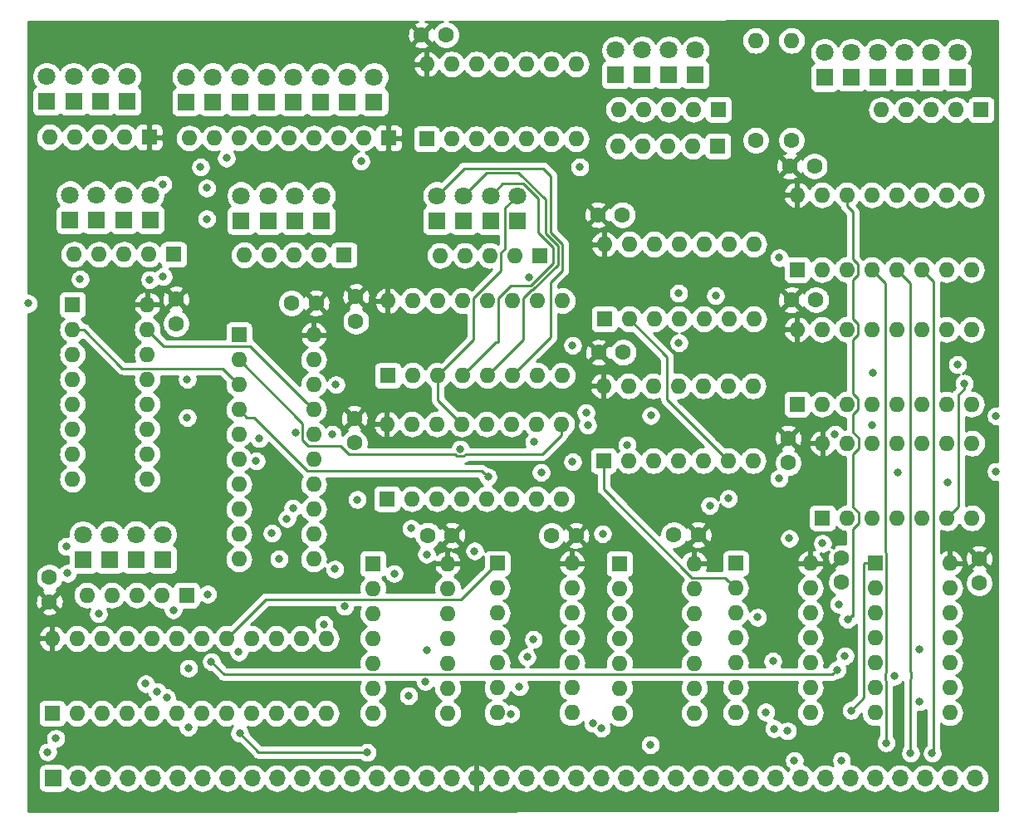
<source format=gbr>
G04 #@! TF.GenerationSoftware,KiCad,Pcbnew,(5.1.4-0-10_14)*
G04 #@! TF.CreationDate,2020-07-24T15:49:08-07:00*
G04 #@! TF.ProjectId,ya4b-alu,79613462-2d61-46c7-952e-6b696361645f,rev?*
G04 #@! TF.SameCoordinates,Original*
G04 #@! TF.FileFunction,Copper,L3,Inr*
G04 #@! TF.FilePolarity,Positive*
%FSLAX46Y46*%
G04 Gerber Fmt 4.6, Leading zero omitted, Abs format (unit mm)*
G04 Created by KiCad (PCBNEW (5.1.4-0-10_14)) date 2020-07-24 15:49:08*
%MOMM*%
%LPD*%
G04 APERTURE LIST*
%ADD10O,1.600000X1.600000*%
%ADD11R,1.600000X1.600000*%
%ADD12C,1.600000*%
%ADD13O,1.700000X1.700000*%
%ADD14R,1.700000X1.700000*%
%ADD15C,1.800000*%
%ADD16R,1.800000X1.800000*%
%ADD17C,0.800000*%
%ADD18C,0.250000*%
%ADD19C,0.254000*%
G04 APERTURE END LIST*
D10*
X109570520Y-143352520D03*
X101950520Y-158592520D03*
X109570520Y-145892520D03*
X101950520Y-156052520D03*
X109570520Y-148432520D03*
X101950520Y-153512520D03*
X109570520Y-150972520D03*
X101950520Y-150972520D03*
X109570520Y-153512520D03*
X101950520Y-148432520D03*
X109570520Y-156052520D03*
X101950520Y-145892520D03*
X109570520Y-158592520D03*
D11*
X101950520Y-143352520D03*
D10*
X122234960Y-143322040D03*
X114614960Y-158562040D03*
X122234960Y-145862040D03*
X114614960Y-156022040D03*
X122234960Y-148402040D03*
X114614960Y-153482040D03*
X122234960Y-150942040D03*
X114614960Y-150942040D03*
X122234960Y-153482040D03*
X114614960Y-148402040D03*
X122234960Y-156022040D03*
X114614960Y-145862040D03*
X122234960Y-158562040D03*
D11*
X114614960Y-143322040D03*
D10*
X103383080Y-129118360D03*
X121163080Y-136738360D03*
X105923080Y-129118360D03*
X118623080Y-136738360D03*
X108463080Y-129118360D03*
X116083080Y-136738360D03*
X111003080Y-129118360D03*
X113543080Y-136738360D03*
X113543080Y-129118360D03*
X111003080Y-136738360D03*
X116083080Y-129118360D03*
X108463080Y-136738360D03*
X118623080Y-129118360D03*
X105923080Y-136738360D03*
X121163080Y-129118360D03*
D11*
X103383080Y-136738360D03*
D10*
X95905320Y-120020080D03*
X88285320Y-142880080D03*
X95905320Y-122560080D03*
X88285320Y-140340080D03*
X95905320Y-125100080D03*
X88285320Y-137800080D03*
X95905320Y-127640080D03*
X88285320Y-135260080D03*
X95905320Y-130180080D03*
X88285320Y-132720080D03*
X95905320Y-132720080D03*
X88285320Y-130180080D03*
X95905320Y-135260080D03*
X88285320Y-127640080D03*
X95905320Y-137800080D03*
X88285320Y-125100080D03*
X95905320Y-140340080D03*
X88285320Y-122560080D03*
X95905320Y-142880080D03*
D11*
X88285320Y-120020080D03*
D10*
X160756600Y-143316960D03*
X153136600Y-158556960D03*
X160756600Y-145856960D03*
X153136600Y-156016960D03*
X160756600Y-148396960D03*
X153136600Y-153476960D03*
X160756600Y-150936960D03*
X153136600Y-150936960D03*
X160756600Y-153476960D03*
X153136600Y-148396960D03*
X160756600Y-156016960D03*
X153136600Y-145856960D03*
X160756600Y-158556960D03*
D11*
X153136600Y-143316960D03*
D10*
X107421680Y-92415360D03*
X122661680Y-100035360D03*
X109961680Y-92415360D03*
X120121680Y-100035360D03*
X112501680Y-92415360D03*
X117581680Y-100035360D03*
X115041680Y-92415360D03*
X115041680Y-100035360D03*
X117581680Y-92415360D03*
X112501680Y-100035360D03*
X120121680Y-92415360D03*
X109961680Y-100035360D03*
X122661680Y-92415360D03*
D11*
X107421680Y-100035360D03*
D10*
X147782280Y-131069080D03*
X163022280Y-138689080D03*
X150322280Y-131069080D03*
X160482280Y-138689080D03*
X152862280Y-131069080D03*
X157942280Y-138689080D03*
X155402280Y-131069080D03*
X155402280Y-138689080D03*
X157942280Y-131069080D03*
X152862280Y-138689080D03*
X160482280Y-131069080D03*
X150322280Y-138689080D03*
X163022280Y-131069080D03*
D11*
X147782280Y-138689080D03*
D10*
X125542040Y-110779560D03*
X140782040Y-118399560D03*
X128082040Y-110779560D03*
X138242040Y-118399560D03*
X130622040Y-110779560D03*
X135702040Y-118399560D03*
X133162040Y-110779560D03*
X133162040Y-118399560D03*
X135702040Y-110779560D03*
X130622040Y-118399560D03*
X138242040Y-110779560D03*
X128082040Y-118399560D03*
X140782040Y-110779560D03*
D11*
X125542040Y-118399560D03*
D10*
X125460760Y-125227080D03*
X140700760Y-132847080D03*
X128000760Y-125227080D03*
X138160760Y-132847080D03*
X130540760Y-125227080D03*
X135620760Y-132847080D03*
X133080760Y-125227080D03*
X133080760Y-132847080D03*
X135620760Y-125227080D03*
X130540760Y-132847080D03*
X138160760Y-125227080D03*
X128000760Y-132847080D03*
X140700760Y-125227080D03*
D11*
X125460760Y-132847080D03*
D10*
X146552920Y-143316960D03*
X138932920Y-158556960D03*
X146552920Y-145856960D03*
X138932920Y-156016960D03*
X146552920Y-148396960D03*
X138932920Y-153476960D03*
X146552920Y-150936960D03*
X138932920Y-150936960D03*
X146552920Y-153476960D03*
X138932920Y-148396960D03*
X146552920Y-156016960D03*
X138932920Y-145856960D03*
X146552920Y-158556960D03*
D11*
X138932920Y-143316960D03*
D10*
X134706360Y-143352520D03*
X127086360Y-158592520D03*
X134706360Y-145892520D03*
X127086360Y-156052520D03*
X134706360Y-148432520D03*
X127086360Y-153512520D03*
X134706360Y-150972520D03*
X127086360Y-150972520D03*
X134706360Y-153512520D03*
X127086360Y-148432520D03*
X134706360Y-156052520D03*
X127086360Y-145892520D03*
X134706360Y-158592520D03*
D11*
X127086360Y-143352520D03*
D10*
X145186400Y-105745280D03*
X162966400Y-113365280D03*
X147726400Y-105745280D03*
X160426400Y-113365280D03*
X150266400Y-105745280D03*
X157886400Y-113365280D03*
X152806400Y-105745280D03*
X155346400Y-113365280D03*
X155346400Y-105745280D03*
X152806400Y-113365280D03*
X157886400Y-105745280D03*
X150266400Y-113365280D03*
X160426400Y-105745280D03*
X147726400Y-113365280D03*
X162966400Y-105745280D03*
D11*
X145186400Y-113365280D03*
D10*
X145186400Y-119461280D03*
X162966400Y-127081280D03*
X147726400Y-119461280D03*
X160426400Y-127081280D03*
X150266400Y-119461280D03*
X157886400Y-127081280D03*
X152806400Y-119461280D03*
X155346400Y-127081280D03*
X155346400Y-119461280D03*
X152806400Y-127081280D03*
X157886400Y-119461280D03*
X150266400Y-127081280D03*
X160426400Y-119461280D03*
X147726400Y-127081280D03*
X162966400Y-119461280D03*
D11*
X145186400Y-127081280D03*
D10*
X103464360Y-116540280D03*
X121244360Y-124160280D03*
X106004360Y-116540280D03*
X118704360Y-124160280D03*
X108544360Y-116540280D03*
X116164360Y-124160280D03*
X111084360Y-116540280D03*
X113624360Y-124160280D03*
X113624360Y-116540280D03*
X111084360Y-124160280D03*
X116164360Y-116540280D03*
X108544360Y-124160280D03*
X118704360Y-116540280D03*
X106004360Y-124160280D03*
X121244360Y-116540280D03*
D11*
X103464360Y-124160280D03*
D10*
X78943200Y-116936520D03*
X71323200Y-134716520D03*
X78943200Y-119476520D03*
X71323200Y-132176520D03*
X78943200Y-122016520D03*
X71323200Y-129636520D03*
X78943200Y-124556520D03*
X71323200Y-127096520D03*
X78943200Y-127096520D03*
X71323200Y-124556520D03*
X78943200Y-129636520D03*
X71323200Y-122016520D03*
X78943200Y-132176520D03*
X71323200Y-119476520D03*
X78943200Y-134716520D03*
D11*
X71323200Y-116936520D03*
D10*
X69250560Y-150982680D03*
X97190560Y-158602680D03*
X71790560Y-150982680D03*
X94650560Y-158602680D03*
X74330560Y-150982680D03*
X92110560Y-158602680D03*
X76870560Y-150982680D03*
X89570560Y-158602680D03*
X79410560Y-150982680D03*
X87030560Y-158602680D03*
X81950560Y-150982680D03*
X84490560Y-158602680D03*
X84490560Y-150982680D03*
X81950560Y-158602680D03*
X87030560Y-150982680D03*
X79410560Y-158602680D03*
X89570560Y-150982680D03*
X76870560Y-158602680D03*
X92110560Y-150982680D03*
X74330560Y-158602680D03*
X94650560Y-150982680D03*
X71790560Y-158602680D03*
X97190560Y-150982680D03*
D11*
X69250560Y-158602680D03*
D10*
X153804660Y-97073720D03*
X156344660Y-97073720D03*
X158884660Y-97073720D03*
X161424660Y-97073720D03*
D11*
X163964660Y-97073720D03*
D10*
X126962920Y-100762540D03*
X129502920Y-100762540D03*
X132042920Y-100762540D03*
X134582920Y-100762540D03*
D11*
X137122920Y-100762540D03*
D10*
X127011180Y-97023660D03*
X129551180Y-97023660D03*
X132091180Y-97023660D03*
X134631180Y-97023660D03*
D11*
X137171180Y-97023660D03*
D10*
X72794940Y-146553520D03*
X75334940Y-146553520D03*
X77874940Y-146553520D03*
X80414940Y-146553520D03*
D11*
X82954940Y-146553520D03*
D10*
X88840140Y-111875560D03*
X91380140Y-111875560D03*
X93920140Y-111875560D03*
X96460140Y-111875560D03*
D11*
X99000140Y-111875560D03*
D10*
X108795820Y-111920020D03*
X111335820Y-111920020D03*
X113875820Y-111920020D03*
X116415820Y-111920020D03*
D11*
X118955820Y-111920020D03*
D10*
X71490840Y-111818420D03*
X74030840Y-111818420D03*
X76570840Y-111818420D03*
X79110840Y-111818420D03*
D11*
X81650840Y-111818420D03*
D10*
X83228180Y-99956620D03*
X85768180Y-99956620D03*
X88308180Y-99956620D03*
X90848180Y-99956620D03*
X93388180Y-99956620D03*
X95928180Y-99956620D03*
X98468180Y-99956620D03*
X101008180Y-99956620D03*
D11*
X103548180Y-99956620D03*
D10*
X68986400Y-99862640D03*
X71526400Y-99862640D03*
X74066400Y-99862640D03*
X76606400Y-99862640D03*
D11*
X79146400Y-99862640D03*
D10*
X144632680Y-90007440D03*
D12*
X144632680Y-100167440D03*
D10*
X140975080Y-90007440D03*
D12*
X140975080Y-100167440D03*
D13*
X163296600Y-165214300D03*
X160756600Y-165214300D03*
X158216600Y-165214300D03*
X155676600Y-165214300D03*
X153136600Y-165214300D03*
X150596600Y-165214300D03*
X148056600Y-165214300D03*
X145516600Y-165214300D03*
X142976600Y-165214300D03*
X140436600Y-165214300D03*
X137896600Y-165214300D03*
X135356600Y-165214300D03*
X132816600Y-165214300D03*
X130276600Y-165214300D03*
X127736600Y-165214300D03*
X125196600Y-165214300D03*
X122656600Y-165214300D03*
X120116600Y-165214300D03*
X117576600Y-165214300D03*
X115036600Y-165214300D03*
X112496600Y-165214300D03*
X109956600Y-165214300D03*
X107416600Y-165214300D03*
X104876600Y-165214300D03*
X102336600Y-165214300D03*
X99796600Y-165214300D03*
X97256600Y-165214300D03*
X94716600Y-165214300D03*
X92176600Y-165214300D03*
X89636600Y-165214300D03*
X87096600Y-165214300D03*
X84556600Y-165214300D03*
X82016600Y-165214300D03*
X79476600Y-165214300D03*
X76936600Y-165214300D03*
X74396600Y-165214300D03*
X71856600Y-165214300D03*
D14*
X69316600Y-165214300D03*
D15*
X161531340Y-91229180D03*
D16*
X161531340Y-93769180D03*
D15*
X158826240Y-91229180D03*
D16*
X158826240Y-93769180D03*
D15*
X156121140Y-91229180D03*
D16*
X156121140Y-93769180D03*
D15*
X153416040Y-91229180D03*
D16*
X153416040Y-93769180D03*
D15*
X150710940Y-91229180D03*
D16*
X150710940Y-93769180D03*
D15*
X147998220Y-91252040D03*
D16*
X147998220Y-93792040D03*
D15*
X134831840Y-90981000D03*
D16*
X134831840Y-93521000D03*
D15*
X132126740Y-90981000D03*
D16*
X132126740Y-93521000D03*
D15*
X129421640Y-90981000D03*
D16*
X129421640Y-93521000D03*
D15*
X126711460Y-90983540D03*
D16*
X126711460Y-93523540D03*
D15*
X80498760Y-140381320D03*
D16*
X80498760Y-142921320D03*
D15*
X77793660Y-140381320D03*
D16*
X77793660Y-142921320D03*
D15*
X75088560Y-140381320D03*
D16*
X75088560Y-142921320D03*
D15*
X72378380Y-140399100D03*
D16*
X72378380Y-142939100D03*
D15*
X96729380Y-105817660D03*
D16*
X96729380Y-108357660D03*
D15*
X93988720Y-105817660D03*
D16*
X93988720Y-108357660D03*
D15*
X91250600Y-105817660D03*
D16*
X91250600Y-108357660D03*
D15*
X88507400Y-105825280D03*
D16*
X88507400Y-108365280D03*
D15*
X116682520Y-105818940D03*
D16*
X116682520Y-108358940D03*
D15*
X113941860Y-105818940D03*
D16*
X113941860Y-108358940D03*
D15*
X111201200Y-105818940D03*
D16*
X111201200Y-108358940D03*
D15*
X108455460Y-105824020D03*
D16*
X108455460Y-108364020D03*
D15*
X79268320Y-105732580D03*
D16*
X79268320Y-108272580D03*
D15*
X76527660Y-105732580D03*
D16*
X76527660Y-108272580D03*
D15*
X73792080Y-105740200D03*
D16*
X73792080Y-108280200D03*
D15*
X71084440Y-105740200D03*
D16*
X71084440Y-108280200D03*
D15*
X102074980Y-93713300D03*
D16*
X102074980Y-96253300D03*
D15*
X99334320Y-93713300D03*
D16*
X99334320Y-96253300D03*
D15*
X96593660Y-93713300D03*
D16*
X96593660Y-96253300D03*
D15*
X93853000Y-93713300D03*
D16*
X93853000Y-96253300D03*
D15*
X91112340Y-93713300D03*
D16*
X91112340Y-96253300D03*
D15*
X88374220Y-93713300D03*
D16*
X88374220Y-96253300D03*
D15*
X85633560Y-93713300D03*
D16*
X85633560Y-96253300D03*
D15*
X82892900Y-93713300D03*
D16*
X82892900Y-96253300D03*
D15*
X76913740Y-93670120D03*
D16*
X76913740Y-96210120D03*
D15*
X74173080Y-93670120D03*
D16*
X74173080Y-96210120D03*
D15*
X71432420Y-93670120D03*
D16*
X71432420Y-96210120D03*
D15*
X68691760Y-93670120D03*
D16*
X68691760Y-96210120D03*
D12*
X144292320Y-133071240D03*
X144292320Y-130571240D03*
X149727920Y-145248000D03*
X149727920Y-142748000D03*
X132633080Y-140385800D03*
X135133080Y-140385800D03*
X127391800Y-107767120D03*
X124891800Y-107767120D03*
X81874360Y-118867560D03*
X81874360Y-116367560D03*
X146954880Y-102814120D03*
X144454880Y-102814120D03*
X147117440Y-116448840D03*
X144617440Y-116448840D03*
X120166760Y-140482320D03*
X122666760Y-140482320D03*
X127473080Y-121808240D03*
X124973080Y-121808240D03*
X109398440Y-89438480D03*
X106898440Y-89438480D03*
X163769040Y-145329280D03*
X163769040Y-142829280D03*
X100218240Y-118623720D03*
X100218240Y-116123720D03*
X93659320Y-116773960D03*
X96159320Y-116773960D03*
X100055680Y-131044320D03*
X100055680Y-128544320D03*
X107532800Y-140451840D03*
X110032800Y-140451840D03*
X68976240Y-144733640D03*
X68976240Y-147233640D03*
D17*
X66825859Y-116816921D03*
X68788280Y-162554920D03*
X80573880Y-114091720D03*
X80523080Y-104651650D03*
X117895109Y-114133790D03*
X69626480Y-161168080D03*
X149727920Y-163412010D03*
X84373720Y-102900480D03*
X123037600Y-102900480D03*
X124371239Y-159632193D03*
X100736400Y-102311200D03*
X81600040Y-148076920D03*
X98065478Y-143912750D03*
X87025900Y-102001740D03*
X85105240Y-146466560D03*
X85003640Y-108193840D03*
X85003640Y-105049320D03*
X104124085Y-144358638D03*
X83154520Y-154010360D03*
X144414240Y-140782040D03*
X144211040Y-160406080D03*
X83124040Y-160040320D03*
X85486240Y-153349960D03*
X149264665Y-154166949D03*
X147782280Y-141284960D03*
X88280240Y-152364440D03*
X138191240Y-136702800D03*
X130246120Y-161803080D03*
X101351080Y-162590480D03*
X88366600Y-160660080D03*
X96938881Y-149557521D03*
X149443440Y-147487640D03*
X94055309Y-129962894D03*
X79202280Y-114391440D03*
X72100440Y-114340640D03*
X91659870Y-140239777D03*
X112320327Y-142052727D03*
X92384880Y-142864840D03*
X107421680Y-152146000D03*
X107421680Y-142402560D03*
X93187520Y-138755120D03*
X105846880Y-139760960D03*
X107287505Y-155362531D03*
X93797120Y-137673080D03*
X105592880Y-156814520D03*
X100365560Y-136819640D03*
X73974960Y-148452840D03*
X78790800Y-155585158D03*
X70693280Y-141594840D03*
X79959200Y-156392880D03*
X70826251Y-144320150D03*
X80919320Y-157002480D03*
X149062440Y-130154680D03*
X125244023Y-160120324D03*
X152877520Y-129189480D03*
X123845320Y-129235200D03*
X125369320Y-140299440D03*
X99054920Y-147706080D03*
X143372840Y-112151160D03*
X142849662Y-160176453D03*
X154261601Y-161628039D03*
X156758640Y-162687000D03*
X158968440Y-162681920D03*
X161551401Y-123045439D03*
X119104250Y-134049610D03*
X144907000Y-163412010D03*
X90058240Y-132882640D03*
X90371505Y-130588176D03*
X133146800Y-120822720D03*
X152928320Y-123911360D03*
X155102558Y-154833320D03*
X150357840Y-149037040D03*
X141173200Y-148808440D03*
X165481000Y-128275080D03*
X160502600Y-135031480D03*
X143345021Y-134658221D03*
X142731330Y-153283688D03*
X150078440Y-152755600D03*
X157688280Y-152095200D03*
X127873760Y-131241800D03*
X157673040Y-157434280D03*
X150713440Y-158323280D03*
X162219640Y-124968000D03*
X130276600Y-128249680D03*
X123677680Y-127944880D03*
X136296400Y-137427810D03*
X133126480Y-115773200D03*
X136880600Y-116027200D03*
X142006320Y-158485840D03*
X122312590Y-121081752D03*
X122312590Y-132963534D03*
X155437840Y-134035800D03*
X165475920Y-133949440D03*
X118379240Y-130937000D03*
X97825560Y-130175000D03*
X98181160Y-125100080D03*
X110867351Y-131662010D03*
X113685320Y-134499621D03*
X83022440Y-124556520D03*
X83022440Y-128452880D03*
X118316749Y-151091130D03*
X117668040Y-152877520D03*
X116895880Y-155910280D03*
X116027200Y-158658560D03*
D18*
X85486240Y-153349960D02*
X86773801Y-154637521D01*
X148794093Y-154637521D02*
X148864666Y-154566948D01*
X86773801Y-154637521D02*
X148794093Y-154637521D01*
X148864666Y-154566948D02*
X149264665Y-154166949D01*
X101351080Y-162590480D02*
X90297000Y-162590480D01*
X90297000Y-162590480D02*
X88366600Y-160660080D01*
X91032161Y-146981079D02*
X99402921Y-146981079D01*
X99402921Y-146981079D02*
X99439363Y-147017521D01*
X110919479Y-147017521D02*
X114614960Y-143322040D01*
X99439363Y-147017521D02*
X110919479Y-147017521D01*
X87030560Y-150982680D02*
X91032161Y-146981079D01*
X95105321Y-126840081D02*
X95905320Y-127640080D01*
X89410321Y-121145081D02*
X95105321Y-126840081D01*
X80611761Y-121145081D02*
X89410321Y-121145081D01*
X78943200Y-119476520D02*
X80611761Y-121145081D01*
X86616759Y-123431519D02*
X87485321Y-124300081D01*
X87485321Y-124300081D02*
X88285320Y-125100080D01*
X76409569Y-123431519D02*
X86616759Y-123431519D01*
X72454570Y-119476520D02*
X76409569Y-123431519D01*
X71323200Y-119476520D02*
X72454570Y-119476520D01*
X120080821Y-114641989D02*
X120080821Y-120243819D01*
X120080821Y-109587198D02*
X121260462Y-110766838D01*
X111247780Y-103031700D02*
X119318180Y-103031700D01*
X119318180Y-103031700D02*
X120080821Y-103794341D01*
X120080821Y-103794341D02*
X120080821Y-109587198D01*
X108455460Y-105824020D02*
X111247780Y-103031700D01*
X116964359Y-123360281D02*
X116164360Y-124160280D01*
X121260462Y-110766838D02*
X121260462Y-113462348D01*
X121260462Y-113462348D02*
X120080821Y-114641989D01*
X120080821Y-120243819D02*
X116964359Y-123360281D01*
X113538429Y-103481711D02*
X116794704Y-103481711D01*
X119535366Y-109678154D02*
X120810451Y-110953238D01*
X118128587Y-115451051D02*
X117289361Y-116290277D01*
X116794704Y-103481711D02*
X119535366Y-106222373D01*
X111201200Y-105818940D02*
X113538429Y-103481711D01*
X119535366Y-106222373D02*
X119535366Y-109678154D01*
X118246202Y-115451051D02*
X118128587Y-115451051D01*
X120810451Y-110953238D02*
X120810451Y-112886802D01*
X117289361Y-120495279D02*
X114424359Y-123360281D01*
X120810451Y-112886802D02*
X118246202Y-115451051D01*
X117289361Y-116290277D02*
X117289361Y-120495279D01*
X114424359Y-123360281D02*
X113624360Y-124160280D01*
X117270521Y-104593939D02*
X118800880Y-106124298D01*
X115166861Y-104593939D02*
X117270521Y-104593939D01*
X113941860Y-105818940D02*
X115166861Y-104593939D01*
X118800880Y-109580078D02*
X120360440Y-111139638D01*
X118800880Y-106124298D02*
X118800880Y-109580078D01*
X120360440Y-111139638D02*
X120360440Y-112700402D01*
X120360440Y-112700402D02*
X118059802Y-115001040D01*
X114749361Y-116290277D02*
X114749361Y-120749279D01*
X116038598Y-115001040D02*
X114749361Y-116290277D01*
X118059802Y-115001040D02*
X116038598Y-115001040D01*
X114495361Y-120749279D02*
X111084360Y-124160280D01*
X114749361Y-120749279D02*
X114495361Y-120749279D01*
X112209361Y-120495279D02*
X109344359Y-123360281D01*
X112209361Y-116290277D02*
X112209361Y-120495279D01*
X115000821Y-113498817D02*
X112209361Y-116290277D01*
X115000821Y-111670017D02*
X115000821Y-113498817D01*
X115457519Y-111213319D02*
X115000821Y-111670017D01*
X115457519Y-107043941D02*
X115457519Y-111213319D01*
X109344359Y-123360281D02*
X108544360Y-124160280D01*
X116682520Y-105818940D02*
X115457519Y-107043941D01*
X108544360Y-126659640D02*
X111003080Y-129118360D01*
X108544360Y-124160280D02*
X108544360Y-126659640D01*
X154174359Y-155232121D02*
X154261601Y-155319363D01*
X154152600Y-114711480D02*
X154152600Y-142147958D01*
X154261601Y-154448877D02*
X154174359Y-154536119D01*
X154261601Y-161062354D02*
X154261601Y-161628039D01*
X154152600Y-142147958D02*
X154261601Y-142256959D01*
X154261601Y-155319363D02*
X154261601Y-161062354D01*
X154174359Y-154536119D02*
X154174359Y-155232121D01*
X152806400Y-113365280D02*
X154152600Y-114711480D01*
X154261601Y-142256959D02*
X154261601Y-154448877D01*
X156787681Y-154383719D02*
X156787681Y-155079721D01*
X156761399Y-114780279D02*
X156761399Y-154357437D01*
X156758640Y-155108762D02*
X156758640Y-162121315D01*
X155346400Y-113365280D02*
X156761399Y-114780279D01*
X156761399Y-154357437D02*
X156787681Y-154383719D01*
X156787681Y-155079721D02*
X156758640Y-155108762D01*
X156758640Y-162121315D02*
X156758640Y-162687000D01*
X159067281Y-114546161D02*
X159067281Y-162583079D01*
X157886400Y-113365280D02*
X159067281Y-114546161D01*
X159067281Y-162583079D02*
X158968440Y-162681920D01*
X150886160Y-132170202D02*
X150886160Y-137587958D01*
X151391401Y-120001281D02*
X150886160Y-120506522D01*
X150266400Y-105745280D02*
X150266400Y-106876650D01*
X150266400Y-106876650D02*
X150886160Y-107496410D01*
X150886160Y-137587958D02*
X151447281Y-138149079D01*
X150886160Y-107496410D02*
X150886160Y-112320038D01*
X151391401Y-112825279D02*
X151391401Y-113905281D01*
X151391401Y-113905281D02*
X150886160Y-114410522D01*
X150886160Y-114410522D02*
X150886160Y-118416038D01*
X150886160Y-112320038D02*
X151391401Y-112825279D01*
X150886160Y-118416038D02*
X151391401Y-118921279D01*
X150886160Y-126036038D02*
X151391401Y-126541279D01*
X151447281Y-139229081D02*
X150886160Y-139790202D01*
X151391401Y-118921279D02*
X151391401Y-120001281D01*
X151447281Y-130529079D02*
X151447281Y-131609081D01*
X150886160Y-120506522D02*
X150886160Y-126036038D01*
X151391401Y-126541279D02*
X151391401Y-127621281D01*
X151391401Y-127621281D02*
X150886160Y-128126522D01*
X150886160Y-128126522D02*
X150886160Y-129967958D01*
X150886160Y-129967958D02*
X151447281Y-130529079D01*
X151447281Y-131609081D02*
X150886160Y-132170202D01*
X151447281Y-138149079D02*
X151447281Y-139229081D01*
X150886160Y-148508720D02*
X150357840Y-149037040D01*
X150886160Y-139790202D02*
X150886160Y-148295360D01*
X150886160Y-148295360D02*
X150886160Y-148508720D01*
X150886160Y-148295360D02*
X150886160Y-148686520D01*
X138132921Y-145056961D02*
X138932920Y-145856960D01*
X137843479Y-144767519D02*
X138132921Y-145056961D01*
X134505919Y-144767519D02*
X137843479Y-144767519D01*
X125460760Y-135722360D02*
X134505919Y-144767519D01*
X125460760Y-132847080D02*
X125460760Y-135722360D01*
X152086600Y-143316960D02*
X152011599Y-143391961D01*
X152011599Y-143391961D02*
X152011599Y-157025121D01*
X153136600Y-143316960D02*
X152086600Y-143316960D01*
X152011599Y-157025121D02*
X150713440Y-158323280D01*
X137360761Y-132047081D02*
X138160760Y-132847080D01*
X131955759Y-126642079D02*
X137360761Y-132047081D01*
X131955759Y-122273279D02*
X131955759Y-126642079D01*
X128082040Y-118399560D02*
X131955759Y-122273279D01*
X161282279Y-137889081D02*
X160482280Y-138689080D01*
X161607281Y-137564079D02*
X161282279Y-137889081D01*
X161607281Y-126146044D02*
X161607281Y-137564079D01*
X162219640Y-125533685D02*
X161607281Y-126146044D01*
X162219640Y-124968000D02*
X162219640Y-125533685D01*
X88285320Y-127640080D02*
X89085319Y-128440079D01*
X89811759Y-128440079D02*
X95268102Y-133896422D01*
X113285321Y-134099622D02*
X113685320Y-134499621D01*
X89085319Y-128440079D02*
X89811759Y-128440079D01*
X95268102Y-133896422D02*
X113082121Y-133896422D01*
X113082121Y-133896422D02*
X113285321Y-134099622D01*
X111433042Y-132169321D02*
X119243489Y-132169321D01*
X88285320Y-122560080D02*
X94780319Y-129055079D01*
X94780319Y-129055079D02*
X94780319Y-130720081D01*
X95365319Y-131305081D02*
X98651439Y-131305081D01*
X121163080Y-130249730D02*
X121163080Y-129118360D01*
X94780319Y-130720081D02*
X95365319Y-131305081D01*
X110301660Y-132169321D02*
X110519350Y-132387011D01*
X98651439Y-131305081D02*
X99515679Y-132169321D01*
X111215352Y-132387011D02*
X111433042Y-132169321D01*
X119243489Y-132169321D02*
X121163080Y-130249730D01*
X99515679Y-132169321D02*
X110301660Y-132169321D01*
X110519350Y-132387011D02*
X111215352Y-132387011D01*
D19*
G36*
X165644360Y-127252297D02*
G01*
X165582939Y-127240080D01*
X165379061Y-127240080D01*
X165179102Y-127279854D01*
X164990744Y-127357875D01*
X164821226Y-127471143D01*
X164677063Y-127615306D01*
X164563795Y-127784824D01*
X164485774Y-127973182D01*
X164446000Y-128173141D01*
X164446000Y-128377019D01*
X164485774Y-128576978D01*
X164563795Y-128765336D01*
X164677063Y-128934854D01*
X164821226Y-129079017D01*
X164990744Y-129192285D01*
X165179102Y-129270306D01*
X165379061Y-129310080D01*
X165582939Y-129310080D01*
X165644361Y-129297863D01*
X165644361Y-132927668D01*
X165577859Y-132914440D01*
X165373981Y-132914440D01*
X165174022Y-132954214D01*
X164985664Y-133032235D01*
X164816146Y-133145503D01*
X164671983Y-133289666D01*
X164558715Y-133459184D01*
X164480694Y-133647542D01*
X164440920Y-133847501D01*
X164440920Y-134051379D01*
X164480694Y-134251338D01*
X164558715Y-134439696D01*
X164671983Y-134609214D01*
X164816146Y-134753377D01*
X164985664Y-134866645D01*
X165174022Y-134944666D01*
X165373981Y-134984440D01*
X165577859Y-134984440D01*
X165644361Y-134971212D01*
X165644361Y-168509863D01*
X66852000Y-168564978D01*
X66852000Y-164364300D01*
X67828528Y-164364300D01*
X67828528Y-166064300D01*
X67840788Y-166188782D01*
X67877098Y-166308480D01*
X67936063Y-166418794D01*
X68015415Y-166515485D01*
X68112106Y-166594837D01*
X68222420Y-166653802D01*
X68342118Y-166690112D01*
X68466600Y-166702372D01*
X70166600Y-166702372D01*
X70291082Y-166690112D01*
X70410780Y-166653802D01*
X70521094Y-166594837D01*
X70617785Y-166515485D01*
X70697137Y-166418794D01*
X70756102Y-166308480D01*
X70776993Y-166239613D01*
X70801466Y-166269434D01*
X71027586Y-166455006D01*
X71285566Y-166592899D01*
X71565489Y-166677813D01*
X71783650Y-166699300D01*
X71929550Y-166699300D01*
X72147711Y-166677813D01*
X72427634Y-166592899D01*
X72685614Y-166455006D01*
X72911734Y-166269434D01*
X73097306Y-166043314D01*
X73126600Y-165988509D01*
X73155894Y-166043314D01*
X73341466Y-166269434D01*
X73567586Y-166455006D01*
X73825566Y-166592899D01*
X74105489Y-166677813D01*
X74323650Y-166699300D01*
X74469550Y-166699300D01*
X74687711Y-166677813D01*
X74967634Y-166592899D01*
X75225614Y-166455006D01*
X75451734Y-166269434D01*
X75637306Y-166043314D01*
X75666600Y-165988509D01*
X75695894Y-166043314D01*
X75881466Y-166269434D01*
X76107586Y-166455006D01*
X76365566Y-166592899D01*
X76645489Y-166677813D01*
X76863650Y-166699300D01*
X77009550Y-166699300D01*
X77227711Y-166677813D01*
X77507634Y-166592899D01*
X77765614Y-166455006D01*
X77991734Y-166269434D01*
X78177306Y-166043314D01*
X78206600Y-165988509D01*
X78235894Y-166043314D01*
X78421466Y-166269434D01*
X78647586Y-166455006D01*
X78905566Y-166592899D01*
X79185489Y-166677813D01*
X79403650Y-166699300D01*
X79549550Y-166699300D01*
X79767711Y-166677813D01*
X80047634Y-166592899D01*
X80305614Y-166455006D01*
X80531734Y-166269434D01*
X80717306Y-166043314D01*
X80746600Y-165988509D01*
X80775894Y-166043314D01*
X80961466Y-166269434D01*
X81187586Y-166455006D01*
X81445566Y-166592899D01*
X81725489Y-166677813D01*
X81943650Y-166699300D01*
X82089550Y-166699300D01*
X82307711Y-166677813D01*
X82587634Y-166592899D01*
X82845614Y-166455006D01*
X83071734Y-166269434D01*
X83257306Y-166043314D01*
X83286600Y-165988509D01*
X83315894Y-166043314D01*
X83501466Y-166269434D01*
X83727586Y-166455006D01*
X83985566Y-166592899D01*
X84265489Y-166677813D01*
X84483650Y-166699300D01*
X84629550Y-166699300D01*
X84847711Y-166677813D01*
X85127634Y-166592899D01*
X85385614Y-166455006D01*
X85611734Y-166269434D01*
X85797306Y-166043314D01*
X85826600Y-165988509D01*
X85855894Y-166043314D01*
X86041466Y-166269434D01*
X86267586Y-166455006D01*
X86525566Y-166592899D01*
X86805489Y-166677813D01*
X87023650Y-166699300D01*
X87169550Y-166699300D01*
X87387711Y-166677813D01*
X87667634Y-166592899D01*
X87925614Y-166455006D01*
X88151734Y-166269434D01*
X88337306Y-166043314D01*
X88366600Y-165988509D01*
X88395894Y-166043314D01*
X88581466Y-166269434D01*
X88807586Y-166455006D01*
X89065566Y-166592899D01*
X89345489Y-166677813D01*
X89563650Y-166699300D01*
X89709550Y-166699300D01*
X89927711Y-166677813D01*
X90207634Y-166592899D01*
X90465614Y-166455006D01*
X90691734Y-166269434D01*
X90877306Y-166043314D01*
X90906600Y-165988509D01*
X90935894Y-166043314D01*
X91121466Y-166269434D01*
X91347586Y-166455006D01*
X91605566Y-166592899D01*
X91885489Y-166677813D01*
X92103650Y-166699300D01*
X92249550Y-166699300D01*
X92467711Y-166677813D01*
X92747634Y-166592899D01*
X93005614Y-166455006D01*
X93231734Y-166269434D01*
X93417306Y-166043314D01*
X93446600Y-165988509D01*
X93475894Y-166043314D01*
X93661466Y-166269434D01*
X93887586Y-166455006D01*
X94145566Y-166592899D01*
X94425489Y-166677813D01*
X94643650Y-166699300D01*
X94789550Y-166699300D01*
X95007711Y-166677813D01*
X95287634Y-166592899D01*
X95545614Y-166455006D01*
X95771734Y-166269434D01*
X95957306Y-166043314D01*
X95986600Y-165988509D01*
X96015894Y-166043314D01*
X96201466Y-166269434D01*
X96427586Y-166455006D01*
X96685566Y-166592899D01*
X96965489Y-166677813D01*
X97183650Y-166699300D01*
X97329550Y-166699300D01*
X97547711Y-166677813D01*
X97827634Y-166592899D01*
X98085614Y-166455006D01*
X98311734Y-166269434D01*
X98497306Y-166043314D01*
X98526600Y-165988509D01*
X98555894Y-166043314D01*
X98741466Y-166269434D01*
X98967586Y-166455006D01*
X99225566Y-166592899D01*
X99505489Y-166677813D01*
X99723650Y-166699300D01*
X99869550Y-166699300D01*
X100087711Y-166677813D01*
X100367634Y-166592899D01*
X100625614Y-166455006D01*
X100851734Y-166269434D01*
X101037306Y-166043314D01*
X101066600Y-165988509D01*
X101095894Y-166043314D01*
X101281466Y-166269434D01*
X101507586Y-166455006D01*
X101765566Y-166592899D01*
X102045489Y-166677813D01*
X102263650Y-166699300D01*
X102409550Y-166699300D01*
X102627711Y-166677813D01*
X102907634Y-166592899D01*
X103165614Y-166455006D01*
X103391734Y-166269434D01*
X103577306Y-166043314D01*
X103606600Y-165988509D01*
X103635894Y-166043314D01*
X103821466Y-166269434D01*
X104047586Y-166455006D01*
X104305566Y-166592899D01*
X104585489Y-166677813D01*
X104803650Y-166699300D01*
X104949550Y-166699300D01*
X105167711Y-166677813D01*
X105447634Y-166592899D01*
X105705614Y-166455006D01*
X105931734Y-166269434D01*
X106117306Y-166043314D01*
X106146600Y-165988509D01*
X106175894Y-166043314D01*
X106361466Y-166269434D01*
X106587586Y-166455006D01*
X106845566Y-166592899D01*
X107125489Y-166677813D01*
X107343650Y-166699300D01*
X107489550Y-166699300D01*
X107707711Y-166677813D01*
X107987634Y-166592899D01*
X108245614Y-166455006D01*
X108471734Y-166269434D01*
X108657306Y-166043314D01*
X108686600Y-165988509D01*
X108715894Y-166043314D01*
X108901466Y-166269434D01*
X109127586Y-166455006D01*
X109385566Y-166592899D01*
X109665489Y-166677813D01*
X109883650Y-166699300D01*
X110029550Y-166699300D01*
X110247711Y-166677813D01*
X110527634Y-166592899D01*
X110785614Y-166455006D01*
X111011734Y-166269434D01*
X111197306Y-166043314D01*
X111231801Y-165978777D01*
X111301422Y-166095655D01*
X111496331Y-166311888D01*
X111729680Y-166485941D01*
X111992501Y-166611125D01*
X112139710Y-166655776D01*
X112369600Y-166534455D01*
X112369600Y-165341300D01*
X112349600Y-165341300D01*
X112349600Y-165087300D01*
X112369600Y-165087300D01*
X112369600Y-163894145D01*
X112623600Y-163894145D01*
X112623600Y-165087300D01*
X112643600Y-165087300D01*
X112643600Y-165341300D01*
X112623600Y-165341300D01*
X112623600Y-166534455D01*
X112853490Y-166655776D01*
X113000699Y-166611125D01*
X113263520Y-166485941D01*
X113496869Y-166311888D01*
X113691778Y-166095655D01*
X113761399Y-165978777D01*
X113795894Y-166043314D01*
X113981466Y-166269434D01*
X114207586Y-166455006D01*
X114465566Y-166592899D01*
X114745489Y-166677813D01*
X114963650Y-166699300D01*
X115109550Y-166699300D01*
X115327711Y-166677813D01*
X115607634Y-166592899D01*
X115865614Y-166455006D01*
X116091734Y-166269434D01*
X116277306Y-166043314D01*
X116306600Y-165988509D01*
X116335894Y-166043314D01*
X116521466Y-166269434D01*
X116747586Y-166455006D01*
X117005566Y-166592899D01*
X117285489Y-166677813D01*
X117503650Y-166699300D01*
X117649550Y-166699300D01*
X117867711Y-166677813D01*
X118147634Y-166592899D01*
X118405614Y-166455006D01*
X118631734Y-166269434D01*
X118817306Y-166043314D01*
X118846600Y-165988509D01*
X118875894Y-166043314D01*
X119061466Y-166269434D01*
X119287586Y-166455006D01*
X119545566Y-166592899D01*
X119825489Y-166677813D01*
X120043650Y-166699300D01*
X120189550Y-166699300D01*
X120407711Y-166677813D01*
X120687634Y-166592899D01*
X120945614Y-166455006D01*
X121171734Y-166269434D01*
X121357306Y-166043314D01*
X121386600Y-165988509D01*
X121415894Y-166043314D01*
X121601466Y-166269434D01*
X121827586Y-166455006D01*
X122085566Y-166592899D01*
X122365489Y-166677813D01*
X122583650Y-166699300D01*
X122729550Y-166699300D01*
X122947711Y-166677813D01*
X123227634Y-166592899D01*
X123485614Y-166455006D01*
X123711734Y-166269434D01*
X123897306Y-166043314D01*
X123926600Y-165988509D01*
X123955894Y-166043314D01*
X124141466Y-166269434D01*
X124367586Y-166455006D01*
X124625566Y-166592899D01*
X124905489Y-166677813D01*
X125123650Y-166699300D01*
X125269550Y-166699300D01*
X125487711Y-166677813D01*
X125767634Y-166592899D01*
X126025614Y-166455006D01*
X126251734Y-166269434D01*
X126437306Y-166043314D01*
X126466600Y-165988509D01*
X126495894Y-166043314D01*
X126681466Y-166269434D01*
X126907586Y-166455006D01*
X127165566Y-166592899D01*
X127445489Y-166677813D01*
X127663650Y-166699300D01*
X127809550Y-166699300D01*
X128027711Y-166677813D01*
X128307634Y-166592899D01*
X128565614Y-166455006D01*
X128791734Y-166269434D01*
X128977306Y-166043314D01*
X129006600Y-165988509D01*
X129035894Y-166043314D01*
X129221466Y-166269434D01*
X129447586Y-166455006D01*
X129705566Y-166592899D01*
X129985489Y-166677813D01*
X130203650Y-166699300D01*
X130349550Y-166699300D01*
X130567711Y-166677813D01*
X130847634Y-166592899D01*
X131105614Y-166455006D01*
X131331734Y-166269434D01*
X131517306Y-166043314D01*
X131546600Y-165988509D01*
X131575894Y-166043314D01*
X131761466Y-166269434D01*
X131987586Y-166455006D01*
X132245566Y-166592899D01*
X132525489Y-166677813D01*
X132743650Y-166699300D01*
X132889550Y-166699300D01*
X133107711Y-166677813D01*
X133387634Y-166592899D01*
X133645614Y-166455006D01*
X133871734Y-166269434D01*
X134057306Y-166043314D01*
X134086600Y-165988509D01*
X134115894Y-166043314D01*
X134301466Y-166269434D01*
X134527586Y-166455006D01*
X134785566Y-166592899D01*
X135065489Y-166677813D01*
X135283650Y-166699300D01*
X135429550Y-166699300D01*
X135647711Y-166677813D01*
X135927634Y-166592899D01*
X136185614Y-166455006D01*
X136411734Y-166269434D01*
X136597306Y-166043314D01*
X136626600Y-165988509D01*
X136655894Y-166043314D01*
X136841466Y-166269434D01*
X137067586Y-166455006D01*
X137325566Y-166592899D01*
X137605489Y-166677813D01*
X137823650Y-166699300D01*
X137969550Y-166699300D01*
X138187711Y-166677813D01*
X138467634Y-166592899D01*
X138725614Y-166455006D01*
X138951734Y-166269434D01*
X139137306Y-166043314D01*
X139166600Y-165988509D01*
X139195894Y-166043314D01*
X139381466Y-166269434D01*
X139607586Y-166455006D01*
X139865566Y-166592899D01*
X140145489Y-166677813D01*
X140363650Y-166699300D01*
X140509550Y-166699300D01*
X140727711Y-166677813D01*
X141007634Y-166592899D01*
X141265614Y-166455006D01*
X141491734Y-166269434D01*
X141677306Y-166043314D01*
X141706600Y-165988509D01*
X141735894Y-166043314D01*
X141921466Y-166269434D01*
X142147586Y-166455006D01*
X142405566Y-166592899D01*
X142685489Y-166677813D01*
X142903650Y-166699300D01*
X143049550Y-166699300D01*
X143267711Y-166677813D01*
X143547634Y-166592899D01*
X143805614Y-166455006D01*
X144031734Y-166269434D01*
X144217306Y-166043314D01*
X144246600Y-165988509D01*
X144275894Y-166043314D01*
X144461466Y-166269434D01*
X144687586Y-166455006D01*
X144945566Y-166592899D01*
X145225489Y-166677813D01*
X145443650Y-166699300D01*
X145589550Y-166699300D01*
X145807711Y-166677813D01*
X146087634Y-166592899D01*
X146345614Y-166455006D01*
X146571734Y-166269434D01*
X146757306Y-166043314D01*
X146786600Y-165988509D01*
X146815894Y-166043314D01*
X147001466Y-166269434D01*
X147227586Y-166455006D01*
X147485566Y-166592899D01*
X147765489Y-166677813D01*
X147983650Y-166699300D01*
X148129550Y-166699300D01*
X148347711Y-166677813D01*
X148627634Y-166592899D01*
X148885614Y-166455006D01*
X149111734Y-166269434D01*
X149297306Y-166043314D01*
X149326600Y-165988509D01*
X149355894Y-166043314D01*
X149541466Y-166269434D01*
X149767586Y-166455006D01*
X150025566Y-166592899D01*
X150305489Y-166677813D01*
X150523650Y-166699300D01*
X150669550Y-166699300D01*
X150887711Y-166677813D01*
X151167634Y-166592899D01*
X151425614Y-166455006D01*
X151651734Y-166269434D01*
X151837306Y-166043314D01*
X151866600Y-165988509D01*
X151895894Y-166043314D01*
X152081466Y-166269434D01*
X152307586Y-166455006D01*
X152565566Y-166592899D01*
X152845489Y-166677813D01*
X153063650Y-166699300D01*
X153209550Y-166699300D01*
X153427711Y-166677813D01*
X153707634Y-166592899D01*
X153965614Y-166455006D01*
X154191734Y-166269434D01*
X154377306Y-166043314D01*
X154406600Y-165988509D01*
X154435894Y-166043314D01*
X154621466Y-166269434D01*
X154847586Y-166455006D01*
X155105566Y-166592899D01*
X155385489Y-166677813D01*
X155603650Y-166699300D01*
X155749550Y-166699300D01*
X155967711Y-166677813D01*
X156247634Y-166592899D01*
X156505614Y-166455006D01*
X156731734Y-166269434D01*
X156917306Y-166043314D01*
X156946600Y-165988509D01*
X156975894Y-166043314D01*
X157161466Y-166269434D01*
X157387586Y-166455006D01*
X157645566Y-166592899D01*
X157925489Y-166677813D01*
X158143650Y-166699300D01*
X158289550Y-166699300D01*
X158507711Y-166677813D01*
X158787634Y-166592899D01*
X159045614Y-166455006D01*
X159271734Y-166269434D01*
X159457306Y-166043314D01*
X159486600Y-165988509D01*
X159515894Y-166043314D01*
X159701466Y-166269434D01*
X159927586Y-166455006D01*
X160185566Y-166592899D01*
X160465489Y-166677813D01*
X160683650Y-166699300D01*
X160829550Y-166699300D01*
X161047711Y-166677813D01*
X161327634Y-166592899D01*
X161585614Y-166455006D01*
X161811734Y-166269434D01*
X161997306Y-166043314D01*
X162026600Y-165988509D01*
X162055894Y-166043314D01*
X162241466Y-166269434D01*
X162467586Y-166455006D01*
X162725566Y-166592899D01*
X163005489Y-166677813D01*
X163223650Y-166699300D01*
X163369550Y-166699300D01*
X163587711Y-166677813D01*
X163867634Y-166592899D01*
X164125614Y-166455006D01*
X164351734Y-166269434D01*
X164537306Y-166043314D01*
X164675199Y-165785334D01*
X164760113Y-165505411D01*
X164788785Y-165214300D01*
X164760113Y-164923189D01*
X164675199Y-164643266D01*
X164537306Y-164385286D01*
X164351734Y-164159166D01*
X164125614Y-163973594D01*
X163867634Y-163835701D01*
X163587711Y-163750787D01*
X163369550Y-163729300D01*
X163223650Y-163729300D01*
X163005489Y-163750787D01*
X162725566Y-163835701D01*
X162467586Y-163973594D01*
X162241466Y-164159166D01*
X162055894Y-164385286D01*
X162026600Y-164440091D01*
X161997306Y-164385286D01*
X161811734Y-164159166D01*
X161585614Y-163973594D01*
X161327634Y-163835701D01*
X161047711Y-163750787D01*
X160829550Y-163729300D01*
X160683650Y-163729300D01*
X160465489Y-163750787D01*
X160185566Y-163835701D01*
X159927586Y-163973594D01*
X159701466Y-164159166D01*
X159515894Y-164385286D01*
X159486600Y-164440091D01*
X159457306Y-164385286D01*
X159271734Y-164159166D01*
X159045614Y-163973594D01*
X158787634Y-163835701D01*
X158507711Y-163750787D01*
X158289550Y-163729300D01*
X158143650Y-163729300D01*
X157925489Y-163750787D01*
X157645566Y-163835701D01*
X157387586Y-163973594D01*
X157161466Y-164159166D01*
X156975894Y-164385286D01*
X156946600Y-164440091D01*
X156917306Y-164385286D01*
X156731734Y-164159166D01*
X156505614Y-163973594D01*
X156247634Y-163835701D01*
X155967711Y-163750787D01*
X155749550Y-163729300D01*
X155603650Y-163729300D01*
X155385489Y-163750787D01*
X155105566Y-163835701D01*
X154847586Y-163973594D01*
X154621466Y-164159166D01*
X154435894Y-164385286D01*
X154406600Y-164440091D01*
X154377306Y-164385286D01*
X154191734Y-164159166D01*
X153965614Y-163973594D01*
X153707634Y-163835701D01*
X153427711Y-163750787D01*
X153209550Y-163729300D01*
X153063650Y-163729300D01*
X152845489Y-163750787D01*
X152565566Y-163835701D01*
X152307586Y-163973594D01*
X152081466Y-164159166D01*
X151895894Y-164385286D01*
X151866600Y-164440091D01*
X151837306Y-164385286D01*
X151651734Y-164159166D01*
X151425614Y-163973594D01*
X151167634Y-163835701D01*
X150887711Y-163750787D01*
X150714919Y-163733769D01*
X150723146Y-163713908D01*
X150762920Y-163513949D01*
X150762920Y-163310071D01*
X150723146Y-163110112D01*
X150645125Y-162921754D01*
X150531857Y-162752236D01*
X150387694Y-162608073D01*
X150218176Y-162494805D01*
X150029818Y-162416784D01*
X149829859Y-162377010D01*
X149625981Y-162377010D01*
X149426022Y-162416784D01*
X149237664Y-162494805D01*
X149068146Y-162608073D01*
X148923983Y-162752236D01*
X148810715Y-162921754D01*
X148732694Y-163110112D01*
X148692920Y-163310071D01*
X148692920Y-163513949D01*
X148732694Y-163713908D01*
X148810715Y-163902266D01*
X148843241Y-163950945D01*
X148627634Y-163835701D01*
X148347711Y-163750787D01*
X148129550Y-163729300D01*
X147983650Y-163729300D01*
X147765489Y-163750787D01*
X147485566Y-163835701D01*
X147227586Y-163973594D01*
X147001466Y-164159166D01*
X146815894Y-164385286D01*
X146786600Y-164440091D01*
X146757306Y-164385286D01*
X146571734Y-164159166D01*
X146345614Y-163973594D01*
X146087634Y-163835701D01*
X145878105Y-163772141D01*
X145902226Y-163713908D01*
X145942000Y-163513949D01*
X145942000Y-163310071D01*
X145902226Y-163110112D01*
X145824205Y-162921754D01*
X145710937Y-162752236D01*
X145566774Y-162608073D01*
X145397256Y-162494805D01*
X145208898Y-162416784D01*
X145008939Y-162377010D01*
X144805061Y-162377010D01*
X144605102Y-162416784D01*
X144416744Y-162494805D01*
X144247226Y-162608073D01*
X144103063Y-162752236D01*
X143989795Y-162921754D01*
X143911774Y-163110112D01*
X143872000Y-163310071D01*
X143872000Y-163513949D01*
X143911774Y-163713908D01*
X143989795Y-163902266D01*
X144103063Y-164071784D01*
X144247226Y-164215947D01*
X144355496Y-164288291D01*
X144275894Y-164385286D01*
X144246600Y-164440091D01*
X144217306Y-164385286D01*
X144031734Y-164159166D01*
X143805614Y-163973594D01*
X143547634Y-163835701D01*
X143267711Y-163750787D01*
X143049550Y-163729300D01*
X142903650Y-163729300D01*
X142685489Y-163750787D01*
X142405566Y-163835701D01*
X142147586Y-163973594D01*
X141921466Y-164159166D01*
X141735894Y-164385286D01*
X141706600Y-164440091D01*
X141677306Y-164385286D01*
X141491734Y-164159166D01*
X141265614Y-163973594D01*
X141007634Y-163835701D01*
X140727711Y-163750787D01*
X140509550Y-163729300D01*
X140363650Y-163729300D01*
X140145489Y-163750787D01*
X139865566Y-163835701D01*
X139607586Y-163973594D01*
X139381466Y-164159166D01*
X139195894Y-164385286D01*
X139166600Y-164440091D01*
X139137306Y-164385286D01*
X138951734Y-164159166D01*
X138725614Y-163973594D01*
X138467634Y-163835701D01*
X138187711Y-163750787D01*
X137969550Y-163729300D01*
X137823650Y-163729300D01*
X137605489Y-163750787D01*
X137325566Y-163835701D01*
X137067586Y-163973594D01*
X136841466Y-164159166D01*
X136655894Y-164385286D01*
X136626600Y-164440091D01*
X136597306Y-164385286D01*
X136411734Y-164159166D01*
X136185614Y-163973594D01*
X135927634Y-163835701D01*
X135647711Y-163750787D01*
X135429550Y-163729300D01*
X135283650Y-163729300D01*
X135065489Y-163750787D01*
X134785566Y-163835701D01*
X134527586Y-163973594D01*
X134301466Y-164159166D01*
X134115894Y-164385286D01*
X134086600Y-164440091D01*
X134057306Y-164385286D01*
X133871734Y-164159166D01*
X133645614Y-163973594D01*
X133387634Y-163835701D01*
X133107711Y-163750787D01*
X132889550Y-163729300D01*
X132743650Y-163729300D01*
X132525489Y-163750787D01*
X132245566Y-163835701D01*
X131987586Y-163973594D01*
X131761466Y-164159166D01*
X131575894Y-164385286D01*
X131546600Y-164440091D01*
X131517306Y-164385286D01*
X131331734Y-164159166D01*
X131105614Y-163973594D01*
X130847634Y-163835701D01*
X130567711Y-163750787D01*
X130349550Y-163729300D01*
X130203650Y-163729300D01*
X129985489Y-163750787D01*
X129705566Y-163835701D01*
X129447586Y-163973594D01*
X129221466Y-164159166D01*
X129035894Y-164385286D01*
X129006600Y-164440091D01*
X128977306Y-164385286D01*
X128791734Y-164159166D01*
X128565614Y-163973594D01*
X128307634Y-163835701D01*
X128027711Y-163750787D01*
X127809550Y-163729300D01*
X127663650Y-163729300D01*
X127445489Y-163750787D01*
X127165566Y-163835701D01*
X126907586Y-163973594D01*
X126681466Y-164159166D01*
X126495894Y-164385286D01*
X126466600Y-164440091D01*
X126437306Y-164385286D01*
X126251734Y-164159166D01*
X126025614Y-163973594D01*
X125767634Y-163835701D01*
X125487711Y-163750787D01*
X125269550Y-163729300D01*
X125123650Y-163729300D01*
X124905489Y-163750787D01*
X124625566Y-163835701D01*
X124367586Y-163973594D01*
X124141466Y-164159166D01*
X123955894Y-164385286D01*
X123926600Y-164440091D01*
X123897306Y-164385286D01*
X123711734Y-164159166D01*
X123485614Y-163973594D01*
X123227634Y-163835701D01*
X122947711Y-163750787D01*
X122729550Y-163729300D01*
X122583650Y-163729300D01*
X122365489Y-163750787D01*
X122085566Y-163835701D01*
X121827586Y-163973594D01*
X121601466Y-164159166D01*
X121415894Y-164385286D01*
X121386600Y-164440091D01*
X121357306Y-164385286D01*
X121171734Y-164159166D01*
X120945614Y-163973594D01*
X120687634Y-163835701D01*
X120407711Y-163750787D01*
X120189550Y-163729300D01*
X120043650Y-163729300D01*
X119825489Y-163750787D01*
X119545566Y-163835701D01*
X119287586Y-163973594D01*
X119061466Y-164159166D01*
X118875894Y-164385286D01*
X118846600Y-164440091D01*
X118817306Y-164385286D01*
X118631734Y-164159166D01*
X118405614Y-163973594D01*
X118147634Y-163835701D01*
X117867711Y-163750787D01*
X117649550Y-163729300D01*
X117503650Y-163729300D01*
X117285489Y-163750787D01*
X117005566Y-163835701D01*
X116747586Y-163973594D01*
X116521466Y-164159166D01*
X116335894Y-164385286D01*
X116306600Y-164440091D01*
X116277306Y-164385286D01*
X116091734Y-164159166D01*
X115865614Y-163973594D01*
X115607634Y-163835701D01*
X115327711Y-163750787D01*
X115109550Y-163729300D01*
X114963650Y-163729300D01*
X114745489Y-163750787D01*
X114465566Y-163835701D01*
X114207586Y-163973594D01*
X113981466Y-164159166D01*
X113795894Y-164385286D01*
X113761399Y-164449823D01*
X113691778Y-164332945D01*
X113496869Y-164116712D01*
X113263520Y-163942659D01*
X113000699Y-163817475D01*
X112853490Y-163772824D01*
X112623600Y-163894145D01*
X112369600Y-163894145D01*
X112139710Y-163772824D01*
X111992501Y-163817475D01*
X111729680Y-163942659D01*
X111496331Y-164116712D01*
X111301422Y-164332945D01*
X111231801Y-164449823D01*
X111197306Y-164385286D01*
X111011734Y-164159166D01*
X110785614Y-163973594D01*
X110527634Y-163835701D01*
X110247711Y-163750787D01*
X110029550Y-163729300D01*
X109883650Y-163729300D01*
X109665489Y-163750787D01*
X109385566Y-163835701D01*
X109127586Y-163973594D01*
X108901466Y-164159166D01*
X108715894Y-164385286D01*
X108686600Y-164440091D01*
X108657306Y-164385286D01*
X108471734Y-164159166D01*
X108245614Y-163973594D01*
X107987634Y-163835701D01*
X107707711Y-163750787D01*
X107489550Y-163729300D01*
X107343650Y-163729300D01*
X107125489Y-163750787D01*
X106845566Y-163835701D01*
X106587586Y-163973594D01*
X106361466Y-164159166D01*
X106175894Y-164385286D01*
X106146600Y-164440091D01*
X106117306Y-164385286D01*
X105931734Y-164159166D01*
X105705614Y-163973594D01*
X105447634Y-163835701D01*
X105167711Y-163750787D01*
X104949550Y-163729300D01*
X104803650Y-163729300D01*
X104585489Y-163750787D01*
X104305566Y-163835701D01*
X104047586Y-163973594D01*
X103821466Y-164159166D01*
X103635894Y-164385286D01*
X103606600Y-164440091D01*
X103577306Y-164385286D01*
X103391734Y-164159166D01*
X103165614Y-163973594D01*
X102907634Y-163835701D01*
X102627711Y-163750787D01*
X102409550Y-163729300D01*
X102263650Y-163729300D01*
X102045489Y-163750787D01*
X101765566Y-163835701D01*
X101507586Y-163973594D01*
X101281466Y-164159166D01*
X101095894Y-164385286D01*
X101066600Y-164440091D01*
X101037306Y-164385286D01*
X100851734Y-164159166D01*
X100625614Y-163973594D01*
X100367634Y-163835701D01*
X100087711Y-163750787D01*
X99869550Y-163729300D01*
X99723650Y-163729300D01*
X99505489Y-163750787D01*
X99225566Y-163835701D01*
X98967586Y-163973594D01*
X98741466Y-164159166D01*
X98555894Y-164385286D01*
X98526600Y-164440091D01*
X98497306Y-164385286D01*
X98311734Y-164159166D01*
X98085614Y-163973594D01*
X97827634Y-163835701D01*
X97547711Y-163750787D01*
X97329550Y-163729300D01*
X97183650Y-163729300D01*
X96965489Y-163750787D01*
X96685566Y-163835701D01*
X96427586Y-163973594D01*
X96201466Y-164159166D01*
X96015894Y-164385286D01*
X95986600Y-164440091D01*
X95957306Y-164385286D01*
X95771734Y-164159166D01*
X95545614Y-163973594D01*
X95287634Y-163835701D01*
X95007711Y-163750787D01*
X94789550Y-163729300D01*
X94643650Y-163729300D01*
X94425489Y-163750787D01*
X94145566Y-163835701D01*
X93887586Y-163973594D01*
X93661466Y-164159166D01*
X93475894Y-164385286D01*
X93446600Y-164440091D01*
X93417306Y-164385286D01*
X93231734Y-164159166D01*
X93005614Y-163973594D01*
X92747634Y-163835701D01*
X92467711Y-163750787D01*
X92249550Y-163729300D01*
X92103650Y-163729300D01*
X91885489Y-163750787D01*
X91605566Y-163835701D01*
X91347586Y-163973594D01*
X91121466Y-164159166D01*
X90935894Y-164385286D01*
X90906600Y-164440091D01*
X90877306Y-164385286D01*
X90691734Y-164159166D01*
X90465614Y-163973594D01*
X90207634Y-163835701D01*
X89927711Y-163750787D01*
X89709550Y-163729300D01*
X89563650Y-163729300D01*
X89345489Y-163750787D01*
X89065566Y-163835701D01*
X88807586Y-163973594D01*
X88581466Y-164159166D01*
X88395894Y-164385286D01*
X88366600Y-164440091D01*
X88337306Y-164385286D01*
X88151734Y-164159166D01*
X87925614Y-163973594D01*
X87667634Y-163835701D01*
X87387711Y-163750787D01*
X87169550Y-163729300D01*
X87023650Y-163729300D01*
X86805489Y-163750787D01*
X86525566Y-163835701D01*
X86267586Y-163973594D01*
X86041466Y-164159166D01*
X85855894Y-164385286D01*
X85826600Y-164440091D01*
X85797306Y-164385286D01*
X85611734Y-164159166D01*
X85385614Y-163973594D01*
X85127634Y-163835701D01*
X84847711Y-163750787D01*
X84629550Y-163729300D01*
X84483650Y-163729300D01*
X84265489Y-163750787D01*
X83985566Y-163835701D01*
X83727586Y-163973594D01*
X83501466Y-164159166D01*
X83315894Y-164385286D01*
X83286600Y-164440091D01*
X83257306Y-164385286D01*
X83071734Y-164159166D01*
X82845614Y-163973594D01*
X82587634Y-163835701D01*
X82307711Y-163750787D01*
X82089550Y-163729300D01*
X81943650Y-163729300D01*
X81725489Y-163750787D01*
X81445566Y-163835701D01*
X81187586Y-163973594D01*
X80961466Y-164159166D01*
X80775894Y-164385286D01*
X80746600Y-164440091D01*
X80717306Y-164385286D01*
X80531734Y-164159166D01*
X80305614Y-163973594D01*
X80047634Y-163835701D01*
X79767711Y-163750787D01*
X79549550Y-163729300D01*
X79403650Y-163729300D01*
X79185489Y-163750787D01*
X78905566Y-163835701D01*
X78647586Y-163973594D01*
X78421466Y-164159166D01*
X78235894Y-164385286D01*
X78206600Y-164440091D01*
X78177306Y-164385286D01*
X77991734Y-164159166D01*
X77765614Y-163973594D01*
X77507634Y-163835701D01*
X77227711Y-163750787D01*
X77009550Y-163729300D01*
X76863650Y-163729300D01*
X76645489Y-163750787D01*
X76365566Y-163835701D01*
X76107586Y-163973594D01*
X75881466Y-164159166D01*
X75695894Y-164385286D01*
X75666600Y-164440091D01*
X75637306Y-164385286D01*
X75451734Y-164159166D01*
X75225614Y-163973594D01*
X74967634Y-163835701D01*
X74687711Y-163750787D01*
X74469550Y-163729300D01*
X74323650Y-163729300D01*
X74105489Y-163750787D01*
X73825566Y-163835701D01*
X73567586Y-163973594D01*
X73341466Y-164159166D01*
X73155894Y-164385286D01*
X73126600Y-164440091D01*
X73097306Y-164385286D01*
X72911734Y-164159166D01*
X72685614Y-163973594D01*
X72427634Y-163835701D01*
X72147711Y-163750787D01*
X71929550Y-163729300D01*
X71783650Y-163729300D01*
X71565489Y-163750787D01*
X71285566Y-163835701D01*
X71027586Y-163973594D01*
X70801466Y-164159166D01*
X70776993Y-164188987D01*
X70756102Y-164120120D01*
X70697137Y-164009806D01*
X70617785Y-163913115D01*
X70521094Y-163833763D01*
X70410780Y-163774798D01*
X70291082Y-163738488D01*
X70166600Y-163726228D01*
X68466600Y-163726228D01*
X68342118Y-163738488D01*
X68222420Y-163774798D01*
X68112106Y-163833763D01*
X68015415Y-163913115D01*
X67936063Y-164009806D01*
X67877098Y-164120120D01*
X67840788Y-164239818D01*
X67828528Y-164364300D01*
X66852000Y-164364300D01*
X66852000Y-162452981D01*
X67753280Y-162452981D01*
X67753280Y-162656859D01*
X67793054Y-162856818D01*
X67871075Y-163045176D01*
X67984343Y-163214694D01*
X68128506Y-163358857D01*
X68298024Y-163472125D01*
X68486382Y-163550146D01*
X68686341Y-163589920D01*
X68890219Y-163589920D01*
X69090178Y-163550146D01*
X69278536Y-163472125D01*
X69448054Y-163358857D01*
X69592217Y-163214694D01*
X69705485Y-163045176D01*
X69783506Y-162856818D01*
X69823280Y-162656859D01*
X69823280Y-162452981D01*
X69783506Y-162253022D01*
X69760201Y-162196758D01*
X69928378Y-162163306D01*
X70116736Y-162085285D01*
X70286254Y-161972017D01*
X70430417Y-161827854D01*
X70543685Y-161658336D01*
X70621706Y-161469978D01*
X70661480Y-161270019D01*
X70661480Y-161066141D01*
X70621706Y-160866182D01*
X70543685Y-160677824D01*
X70430417Y-160508306D01*
X70286254Y-160364143D01*
X70116736Y-160250875D01*
X69928378Y-160172854D01*
X69728419Y-160133080D01*
X69524541Y-160133080D01*
X69324582Y-160172854D01*
X69136224Y-160250875D01*
X68966706Y-160364143D01*
X68822543Y-160508306D01*
X68709275Y-160677824D01*
X68631254Y-160866182D01*
X68591480Y-161066141D01*
X68591480Y-161270019D01*
X68631254Y-161469978D01*
X68654559Y-161526242D01*
X68486382Y-161559694D01*
X68298024Y-161637715D01*
X68128506Y-161750983D01*
X67984343Y-161895146D01*
X67871075Y-162064664D01*
X67793054Y-162253022D01*
X67753280Y-162452981D01*
X66852000Y-162452981D01*
X66852000Y-157802680D01*
X67812488Y-157802680D01*
X67812488Y-159402680D01*
X67824748Y-159527162D01*
X67861058Y-159646860D01*
X67920023Y-159757174D01*
X67999375Y-159853865D01*
X68096066Y-159933217D01*
X68206380Y-159992182D01*
X68326078Y-160028492D01*
X68450560Y-160040752D01*
X70050560Y-160040752D01*
X70175042Y-160028492D01*
X70294740Y-159992182D01*
X70405054Y-159933217D01*
X70501745Y-159853865D01*
X70581097Y-159757174D01*
X70640062Y-159646860D01*
X70676372Y-159527162D01*
X70678141Y-159509198D01*
X70770952Y-159622288D01*
X70989459Y-159801612D01*
X71238752Y-159934862D01*
X71509251Y-160016916D01*
X71720068Y-160037680D01*
X71861052Y-160037680D01*
X72071869Y-160016916D01*
X72342368Y-159934862D01*
X72591661Y-159801612D01*
X72810168Y-159622288D01*
X72989492Y-159403781D01*
X73060560Y-159270822D01*
X73131628Y-159403781D01*
X73310952Y-159622288D01*
X73529459Y-159801612D01*
X73778752Y-159934862D01*
X74049251Y-160016916D01*
X74260068Y-160037680D01*
X74401052Y-160037680D01*
X74611869Y-160016916D01*
X74882368Y-159934862D01*
X75131661Y-159801612D01*
X75350168Y-159622288D01*
X75529492Y-159403781D01*
X75600560Y-159270822D01*
X75671628Y-159403781D01*
X75850952Y-159622288D01*
X76069459Y-159801612D01*
X76318752Y-159934862D01*
X76589251Y-160016916D01*
X76800068Y-160037680D01*
X76941052Y-160037680D01*
X77151869Y-160016916D01*
X77422368Y-159934862D01*
X77671661Y-159801612D01*
X77890168Y-159622288D01*
X78069492Y-159403781D01*
X78140560Y-159270822D01*
X78211628Y-159403781D01*
X78390952Y-159622288D01*
X78609459Y-159801612D01*
X78858752Y-159934862D01*
X79129251Y-160016916D01*
X79340068Y-160037680D01*
X79481052Y-160037680D01*
X79691869Y-160016916D01*
X79962368Y-159934862D01*
X80211661Y-159801612D01*
X80430168Y-159622288D01*
X80609492Y-159403781D01*
X80680560Y-159270822D01*
X80751628Y-159403781D01*
X80930952Y-159622288D01*
X81149459Y-159801612D01*
X81398752Y-159934862D01*
X81669251Y-160016916D01*
X81880068Y-160037680D01*
X82021052Y-160037680D01*
X82089040Y-160030984D01*
X82089040Y-160142259D01*
X82128814Y-160342218D01*
X82206835Y-160530576D01*
X82320103Y-160700094D01*
X82464266Y-160844257D01*
X82633784Y-160957525D01*
X82822142Y-161035546D01*
X83022101Y-161075320D01*
X83225979Y-161075320D01*
X83425938Y-161035546D01*
X83614296Y-160957525D01*
X83783814Y-160844257D01*
X83927977Y-160700094D01*
X84041245Y-160530576D01*
X84119266Y-160342218D01*
X84159040Y-160142259D01*
X84159040Y-160001685D01*
X84209251Y-160016916D01*
X84420068Y-160037680D01*
X84561052Y-160037680D01*
X84771869Y-160016916D01*
X85042368Y-159934862D01*
X85291661Y-159801612D01*
X85510168Y-159622288D01*
X85689492Y-159403781D01*
X85760560Y-159270822D01*
X85831628Y-159403781D01*
X86010952Y-159622288D01*
X86229459Y-159801612D01*
X86478752Y-159934862D01*
X86749251Y-160016916D01*
X86960068Y-160037680D01*
X87101052Y-160037680D01*
X87311869Y-160016916D01*
X87582368Y-159934862D01*
X87680628Y-159882341D01*
X87562663Y-160000306D01*
X87449395Y-160169824D01*
X87371374Y-160358182D01*
X87331600Y-160558141D01*
X87331600Y-160762019D01*
X87371374Y-160961978D01*
X87449395Y-161150336D01*
X87562663Y-161319854D01*
X87706826Y-161464017D01*
X87876344Y-161577285D01*
X88064702Y-161655306D01*
X88264661Y-161695080D01*
X88326799Y-161695080D01*
X89733201Y-163101483D01*
X89756999Y-163130481D01*
X89872724Y-163225454D01*
X90004753Y-163296026D01*
X90148014Y-163339483D01*
X90259667Y-163350480D01*
X90259677Y-163350480D01*
X90297000Y-163354156D01*
X90334323Y-163350480D01*
X100647369Y-163350480D01*
X100691306Y-163394417D01*
X100860824Y-163507685D01*
X101049182Y-163585706D01*
X101249141Y-163625480D01*
X101453019Y-163625480D01*
X101652978Y-163585706D01*
X101841336Y-163507685D01*
X102010854Y-163394417D01*
X102155017Y-163250254D01*
X102268285Y-163080736D01*
X102346306Y-162892378D01*
X102386080Y-162692419D01*
X102386080Y-162488541D01*
X102346306Y-162288582D01*
X102268285Y-162100224D01*
X102155017Y-161930706D01*
X102010854Y-161786543D01*
X101883041Y-161701141D01*
X129211120Y-161701141D01*
X129211120Y-161905019D01*
X129250894Y-162104978D01*
X129328915Y-162293336D01*
X129442183Y-162462854D01*
X129586346Y-162607017D01*
X129755864Y-162720285D01*
X129944222Y-162798306D01*
X130144181Y-162838080D01*
X130348059Y-162838080D01*
X130548018Y-162798306D01*
X130736376Y-162720285D01*
X130905894Y-162607017D01*
X131050057Y-162462854D01*
X131163325Y-162293336D01*
X131241346Y-162104978D01*
X131281120Y-161905019D01*
X131281120Y-161701141D01*
X131241346Y-161501182D01*
X131163325Y-161312824D01*
X131050057Y-161143306D01*
X130905894Y-160999143D01*
X130736376Y-160885875D01*
X130548018Y-160807854D01*
X130348059Y-160768080D01*
X130144181Y-160768080D01*
X129944222Y-160807854D01*
X129755864Y-160885875D01*
X129586346Y-160999143D01*
X129442183Y-161143306D01*
X129328915Y-161312824D01*
X129250894Y-161501182D01*
X129211120Y-161701141D01*
X101883041Y-161701141D01*
X101841336Y-161673275D01*
X101652978Y-161595254D01*
X101453019Y-161555480D01*
X101249141Y-161555480D01*
X101049182Y-161595254D01*
X100860824Y-161673275D01*
X100691306Y-161786543D01*
X100647369Y-161830480D01*
X90611802Y-161830480D01*
X89401600Y-160620279D01*
X89401600Y-160558141D01*
X89361826Y-160358182D01*
X89283805Y-160169824D01*
X89170537Y-160000306D01*
X89142688Y-159972457D01*
X89289251Y-160016916D01*
X89500068Y-160037680D01*
X89641052Y-160037680D01*
X89851869Y-160016916D01*
X90122368Y-159934862D01*
X90371661Y-159801612D01*
X90590168Y-159622288D01*
X90769492Y-159403781D01*
X90840560Y-159270822D01*
X90911628Y-159403781D01*
X91090952Y-159622288D01*
X91309459Y-159801612D01*
X91558752Y-159934862D01*
X91829251Y-160016916D01*
X92040068Y-160037680D01*
X92181052Y-160037680D01*
X92391869Y-160016916D01*
X92662368Y-159934862D01*
X92911661Y-159801612D01*
X93130168Y-159622288D01*
X93309492Y-159403781D01*
X93380560Y-159270822D01*
X93451628Y-159403781D01*
X93630952Y-159622288D01*
X93849459Y-159801612D01*
X94098752Y-159934862D01*
X94369251Y-160016916D01*
X94580068Y-160037680D01*
X94721052Y-160037680D01*
X94931869Y-160016916D01*
X95202368Y-159934862D01*
X95451661Y-159801612D01*
X95670168Y-159622288D01*
X95849492Y-159403781D01*
X95920560Y-159270822D01*
X95991628Y-159403781D01*
X96170952Y-159622288D01*
X96389459Y-159801612D01*
X96638752Y-159934862D01*
X96909251Y-160016916D01*
X97120068Y-160037680D01*
X97261052Y-160037680D01*
X97471869Y-160016916D01*
X97742368Y-159934862D01*
X97991661Y-159801612D01*
X98210168Y-159622288D01*
X98389492Y-159403781D01*
X98522742Y-159154488D01*
X98604796Y-158883989D01*
X98632503Y-158602680D01*
X98604796Y-158321371D01*
X98522742Y-158050872D01*
X98389492Y-157801579D01*
X98210168Y-157583072D01*
X97991661Y-157403748D01*
X97742368Y-157270498D01*
X97471869Y-157188444D01*
X97261052Y-157167680D01*
X97120068Y-157167680D01*
X96909251Y-157188444D01*
X96638752Y-157270498D01*
X96389459Y-157403748D01*
X96170952Y-157583072D01*
X95991628Y-157801579D01*
X95920560Y-157934538D01*
X95849492Y-157801579D01*
X95670168Y-157583072D01*
X95451661Y-157403748D01*
X95202368Y-157270498D01*
X94931869Y-157188444D01*
X94721052Y-157167680D01*
X94580068Y-157167680D01*
X94369251Y-157188444D01*
X94098752Y-157270498D01*
X93849459Y-157403748D01*
X93630952Y-157583072D01*
X93451628Y-157801579D01*
X93380560Y-157934538D01*
X93309492Y-157801579D01*
X93130168Y-157583072D01*
X92911661Y-157403748D01*
X92662368Y-157270498D01*
X92391869Y-157188444D01*
X92181052Y-157167680D01*
X92040068Y-157167680D01*
X91829251Y-157188444D01*
X91558752Y-157270498D01*
X91309459Y-157403748D01*
X91090952Y-157583072D01*
X90911628Y-157801579D01*
X90840560Y-157934538D01*
X90769492Y-157801579D01*
X90590168Y-157583072D01*
X90371661Y-157403748D01*
X90122368Y-157270498D01*
X89851869Y-157188444D01*
X89641052Y-157167680D01*
X89500068Y-157167680D01*
X89289251Y-157188444D01*
X89018752Y-157270498D01*
X88769459Y-157403748D01*
X88550952Y-157583072D01*
X88371628Y-157801579D01*
X88300560Y-157934538D01*
X88229492Y-157801579D01*
X88050168Y-157583072D01*
X87831661Y-157403748D01*
X87582368Y-157270498D01*
X87311869Y-157188444D01*
X87101052Y-157167680D01*
X86960068Y-157167680D01*
X86749251Y-157188444D01*
X86478752Y-157270498D01*
X86229459Y-157403748D01*
X86010952Y-157583072D01*
X85831628Y-157801579D01*
X85760560Y-157934538D01*
X85689492Y-157801579D01*
X85510168Y-157583072D01*
X85291661Y-157403748D01*
X85042368Y-157270498D01*
X84771869Y-157188444D01*
X84561052Y-157167680D01*
X84420068Y-157167680D01*
X84209251Y-157188444D01*
X83938752Y-157270498D01*
X83689459Y-157403748D01*
X83470952Y-157583072D01*
X83291628Y-157801579D01*
X83220560Y-157934538D01*
X83149492Y-157801579D01*
X82970168Y-157583072D01*
X82751661Y-157403748D01*
X82502368Y-157270498D01*
X82231869Y-157188444D01*
X82021052Y-157167680D01*
X81941737Y-157167680D01*
X81954320Y-157104419D01*
X81954320Y-156900541D01*
X81914546Y-156700582D01*
X81836525Y-156512224D01*
X81723257Y-156342706D01*
X81579094Y-156198543D01*
X81409576Y-156085275D01*
X81221218Y-156007254D01*
X81021259Y-155967480D01*
X80903269Y-155967480D01*
X80876405Y-155902624D01*
X80763137Y-155733106D01*
X80618974Y-155588943D01*
X80449456Y-155475675D01*
X80261098Y-155397654D01*
X80061139Y-155357880D01*
X79857261Y-155357880D01*
X79803015Y-155368670D01*
X79786026Y-155283260D01*
X79708005Y-155094902D01*
X79594737Y-154925384D01*
X79450574Y-154781221D01*
X79281056Y-154667953D01*
X79092698Y-154589932D01*
X78892739Y-154550158D01*
X78688861Y-154550158D01*
X78488902Y-154589932D01*
X78300544Y-154667953D01*
X78131026Y-154781221D01*
X77986863Y-154925384D01*
X77873595Y-155094902D01*
X77795574Y-155283260D01*
X77755800Y-155483219D01*
X77755800Y-155687097D01*
X77795574Y-155887056D01*
X77873595Y-156075414D01*
X77986863Y-156244932D01*
X78131026Y-156389095D01*
X78300544Y-156502363D01*
X78488902Y-156580384D01*
X78688861Y-156620158D01*
X78892739Y-156620158D01*
X78946985Y-156609368D01*
X78963974Y-156694778D01*
X79041995Y-156883136D01*
X79155263Y-157052654D01*
X79276546Y-157173937D01*
X79129251Y-157188444D01*
X78858752Y-157270498D01*
X78609459Y-157403748D01*
X78390952Y-157583072D01*
X78211628Y-157801579D01*
X78140560Y-157934538D01*
X78069492Y-157801579D01*
X77890168Y-157583072D01*
X77671661Y-157403748D01*
X77422368Y-157270498D01*
X77151869Y-157188444D01*
X76941052Y-157167680D01*
X76800068Y-157167680D01*
X76589251Y-157188444D01*
X76318752Y-157270498D01*
X76069459Y-157403748D01*
X75850952Y-157583072D01*
X75671628Y-157801579D01*
X75600560Y-157934538D01*
X75529492Y-157801579D01*
X75350168Y-157583072D01*
X75131661Y-157403748D01*
X74882368Y-157270498D01*
X74611869Y-157188444D01*
X74401052Y-157167680D01*
X74260068Y-157167680D01*
X74049251Y-157188444D01*
X73778752Y-157270498D01*
X73529459Y-157403748D01*
X73310952Y-157583072D01*
X73131628Y-157801579D01*
X73060560Y-157934538D01*
X72989492Y-157801579D01*
X72810168Y-157583072D01*
X72591661Y-157403748D01*
X72342368Y-157270498D01*
X72071869Y-157188444D01*
X71861052Y-157167680D01*
X71720068Y-157167680D01*
X71509251Y-157188444D01*
X71238752Y-157270498D01*
X70989459Y-157403748D01*
X70770952Y-157583072D01*
X70678141Y-157696162D01*
X70676372Y-157678198D01*
X70640062Y-157558500D01*
X70581097Y-157448186D01*
X70501745Y-157351495D01*
X70405054Y-157272143D01*
X70294740Y-157213178D01*
X70175042Y-157176868D01*
X70050560Y-157164608D01*
X68450560Y-157164608D01*
X68326078Y-157176868D01*
X68206380Y-157213178D01*
X68096066Y-157272143D01*
X67999375Y-157351495D01*
X67920023Y-157448186D01*
X67861058Y-157558500D01*
X67824748Y-157678198D01*
X67812488Y-157802680D01*
X66852000Y-157802680D01*
X66852000Y-153908421D01*
X82119520Y-153908421D01*
X82119520Y-154112299D01*
X82159294Y-154312258D01*
X82237315Y-154500616D01*
X82350583Y-154670134D01*
X82494746Y-154814297D01*
X82664264Y-154927565D01*
X82852622Y-155005586D01*
X83052581Y-155045360D01*
X83256459Y-155045360D01*
X83456418Y-155005586D01*
X83644776Y-154927565D01*
X83814294Y-154814297D01*
X83958457Y-154670134D01*
X84071725Y-154500616D01*
X84149746Y-154312258D01*
X84189520Y-154112299D01*
X84189520Y-153908421D01*
X84149746Y-153708462D01*
X84071725Y-153520104D01*
X83958457Y-153350586D01*
X83814294Y-153206423D01*
X83644776Y-153093155D01*
X83456418Y-153015134D01*
X83256459Y-152975360D01*
X83052581Y-152975360D01*
X82852622Y-153015134D01*
X82664264Y-153093155D01*
X82494746Y-153206423D01*
X82350583Y-153350586D01*
X82237315Y-153520104D01*
X82159294Y-153708462D01*
X82119520Y-153908421D01*
X66852000Y-153908421D01*
X66852000Y-151331720D01*
X67858651Y-151331720D01*
X67953490Y-151596561D01*
X68098175Y-151837811D01*
X68287146Y-152046199D01*
X68513140Y-152213717D01*
X68767473Y-152333926D01*
X68901521Y-152374584D01*
X69123560Y-152252595D01*
X69123560Y-151109680D01*
X67979936Y-151109680D01*
X67858651Y-151331720D01*
X66852000Y-151331720D01*
X66852000Y-150633640D01*
X67858651Y-150633640D01*
X67979936Y-150855680D01*
X69123560Y-150855680D01*
X69123560Y-149712765D01*
X69377560Y-149712765D01*
X69377560Y-150855680D01*
X69397560Y-150855680D01*
X69397560Y-151109680D01*
X69377560Y-151109680D01*
X69377560Y-152252595D01*
X69599599Y-152374584D01*
X69733647Y-152333926D01*
X69987980Y-152213717D01*
X70213974Y-152046199D01*
X70402945Y-151837811D01*
X70517981Y-151645998D01*
X70591628Y-151783781D01*
X70770952Y-152002288D01*
X70989459Y-152181612D01*
X71238752Y-152314862D01*
X71509251Y-152396916D01*
X71720068Y-152417680D01*
X71861052Y-152417680D01*
X72071869Y-152396916D01*
X72342368Y-152314862D01*
X72591661Y-152181612D01*
X72810168Y-152002288D01*
X72989492Y-151783781D01*
X73060560Y-151650822D01*
X73131628Y-151783781D01*
X73310952Y-152002288D01*
X73529459Y-152181612D01*
X73778752Y-152314862D01*
X74049251Y-152396916D01*
X74260068Y-152417680D01*
X74401052Y-152417680D01*
X74611869Y-152396916D01*
X74882368Y-152314862D01*
X75131661Y-152181612D01*
X75350168Y-152002288D01*
X75529492Y-151783781D01*
X75600560Y-151650822D01*
X75671628Y-151783781D01*
X75850952Y-152002288D01*
X76069459Y-152181612D01*
X76318752Y-152314862D01*
X76589251Y-152396916D01*
X76800068Y-152417680D01*
X76941052Y-152417680D01*
X77151869Y-152396916D01*
X77422368Y-152314862D01*
X77671661Y-152181612D01*
X77890168Y-152002288D01*
X78069492Y-151783781D01*
X78140560Y-151650822D01*
X78211628Y-151783781D01*
X78390952Y-152002288D01*
X78609459Y-152181612D01*
X78858752Y-152314862D01*
X79129251Y-152396916D01*
X79340068Y-152417680D01*
X79481052Y-152417680D01*
X79691869Y-152396916D01*
X79962368Y-152314862D01*
X80211661Y-152181612D01*
X80430168Y-152002288D01*
X80609492Y-151783781D01*
X80680560Y-151650822D01*
X80751628Y-151783781D01*
X80930952Y-152002288D01*
X81149459Y-152181612D01*
X81398752Y-152314862D01*
X81669251Y-152396916D01*
X81880068Y-152417680D01*
X82021052Y-152417680D01*
X82231869Y-152396916D01*
X82502368Y-152314862D01*
X82751661Y-152181612D01*
X82970168Y-152002288D01*
X83149492Y-151783781D01*
X83220560Y-151650822D01*
X83291628Y-151783781D01*
X83470952Y-152002288D01*
X83689459Y-152181612D01*
X83938752Y-152314862D01*
X84209251Y-152396916D01*
X84420068Y-152417680D01*
X84561052Y-152417680D01*
X84771869Y-152396916D01*
X85042368Y-152314862D01*
X85291661Y-152181612D01*
X85510168Y-152002288D01*
X85689492Y-151783781D01*
X85760560Y-151650822D01*
X85831628Y-151783781D01*
X86010952Y-152002288D01*
X86229459Y-152181612D01*
X86478752Y-152314862D01*
X86749251Y-152396916D01*
X86960068Y-152417680D01*
X87101052Y-152417680D01*
X87245240Y-152403478D01*
X87245240Y-152466379D01*
X87285014Y-152666338D01*
X87363035Y-152854696D01*
X87476303Y-153024214D01*
X87620466Y-153168377D01*
X87789984Y-153281645D01*
X87978342Y-153359666D01*
X88178301Y-153399440D01*
X88382179Y-153399440D01*
X88582138Y-153359666D01*
X88770496Y-153281645D01*
X88940014Y-153168377D01*
X89084177Y-153024214D01*
X89197445Y-152854696D01*
X89275466Y-152666338D01*
X89315240Y-152466379D01*
X89315240Y-152399476D01*
X89500068Y-152417680D01*
X89641052Y-152417680D01*
X89851869Y-152396916D01*
X90122368Y-152314862D01*
X90371661Y-152181612D01*
X90590168Y-152002288D01*
X90769492Y-151783781D01*
X90840560Y-151650822D01*
X90911628Y-151783781D01*
X91090952Y-152002288D01*
X91309459Y-152181612D01*
X91558752Y-152314862D01*
X91829251Y-152396916D01*
X92040068Y-152417680D01*
X92181052Y-152417680D01*
X92391869Y-152396916D01*
X92662368Y-152314862D01*
X92911661Y-152181612D01*
X93130168Y-152002288D01*
X93309492Y-151783781D01*
X93380560Y-151650822D01*
X93451628Y-151783781D01*
X93630952Y-152002288D01*
X93849459Y-152181612D01*
X94098752Y-152314862D01*
X94369251Y-152396916D01*
X94580068Y-152417680D01*
X94721052Y-152417680D01*
X94931869Y-152396916D01*
X95202368Y-152314862D01*
X95451661Y-152181612D01*
X95670168Y-152002288D01*
X95849492Y-151783781D01*
X95920560Y-151650822D01*
X95991628Y-151783781D01*
X96170952Y-152002288D01*
X96389459Y-152181612D01*
X96638752Y-152314862D01*
X96909251Y-152396916D01*
X97120068Y-152417680D01*
X97261052Y-152417680D01*
X97471869Y-152396916D01*
X97742368Y-152314862D01*
X97991661Y-152181612D01*
X98210168Y-152002288D01*
X98389492Y-151783781D01*
X98522742Y-151534488D01*
X98604796Y-151263989D01*
X98632503Y-150982680D01*
X98604796Y-150701371D01*
X98522742Y-150430872D01*
X98389492Y-150181579D01*
X98210168Y-149963072D01*
X97991661Y-149783748D01*
X97953243Y-149763213D01*
X97973881Y-149659460D01*
X97973881Y-149455582D01*
X97934107Y-149255623D01*
X97856086Y-149067265D01*
X97742818Y-148897747D01*
X97598655Y-148753584D01*
X97429137Y-148640316D01*
X97240779Y-148562295D01*
X97040820Y-148522521D01*
X96836942Y-148522521D01*
X96636983Y-148562295D01*
X96448625Y-148640316D01*
X96279107Y-148753584D01*
X96134944Y-148897747D01*
X96021676Y-149067265D01*
X95943655Y-149255623D01*
X95903881Y-149455582D01*
X95903881Y-149659460D01*
X95943655Y-149859419D01*
X96021676Y-150047777D01*
X96057471Y-150101349D01*
X95991628Y-150181579D01*
X95920560Y-150314538D01*
X95849492Y-150181579D01*
X95670168Y-149963072D01*
X95451661Y-149783748D01*
X95202368Y-149650498D01*
X94931869Y-149568444D01*
X94721052Y-149547680D01*
X94580068Y-149547680D01*
X94369251Y-149568444D01*
X94098752Y-149650498D01*
X93849459Y-149783748D01*
X93630952Y-149963072D01*
X93451628Y-150181579D01*
X93380560Y-150314538D01*
X93309492Y-150181579D01*
X93130168Y-149963072D01*
X92911661Y-149783748D01*
X92662368Y-149650498D01*
X92391869Y-149568444D01*
X92181052Y-149547680D01*
X92040068Y-149547680D01*
X91829251Y-149568444D01*
X91558752Y-149650498D01*
X91309459Y-149783748D01*
X91090952Y-149963072D01*
X90911628Y-150181579D01*
X90840560Y-150314538D01*
X90769492Y-150181579D01*
X90590168Y-149963072D01*
X90371661Y-149783748D01*
X90122368Y-149650498D01*
X89851869Y-149568444D01*
X89641052Y-149547680D01*
X89540362Y-149547680D01*
X91346964Y-147741079D01*
X98019920Y-147741079D01*
X98019920Y-147808019D01*
X98059694Y-148007978D01*
X98137715Y-148196336D01*
X98250983Y-148365854D01*
X98395146Y-148510017D01*
X98564664Y-148623285D01*
X98753022Y-148701306D01*
X98952981Y-148741080D01*
X99156859Y-148741080D01*
X99356818Y-148701306D01*
X99545176Y-148623285D01*
X99714694Y-148510017D01*
X99858857Y-148365854D01*
X99972125Y-148196336D01*
X100050146Y-148007978D01*
X100089920Y-147808019D01*
X100089920Y-147777521D01*
X100673495Y-147777521D01*
X100618338Y-147880712D01*
X100536284Y-148151211D01*
X100508577Y-148432520D01*
X100536284Y-148713829D01*
X100618338Y-148984328D01*
X100751588Y-149233621D01*
X100930912Y-149452128D01*
X101149419Y-149631452D01*
X101282378Y-149702520D01*
X101149419Y-149773588D01*
X100930912Y-149952912D01*
X100751588Y-150171419D01*
X100618338Y-150420712D01*
X100536284Y-150691211D01*
X100508577Y-150972520D01*
X100536284Y-151253829D01*
X100618338Y-151524328D01*
X100751588Y-151773621D01*
X100930912Y-151992128D01*
X101149419Y-152171452D01*
X101282378Y-152242520D01*
X101149419Y-152313588D01*
X100930912Y-152492912D01*
X100751588Y-152711419D01*
X100618338Y-152960712D01*
X100536284Y-153231211D01*
X100508577Y-153512520D01*
X100536284Y-153793829D01*
X100561671Y-153877521D01*
X87088603Y-153877521D01*
X86521240Y-153310159D01*
X86521240Y-153248021D01*
X86481466Y-153048062D01*
X86403445Y-152859704D01*
X86290177Y-152690186D01*
X86146014Y-152546023D01*
X85976496Y-152432755D01*
X85788138Y-152354734D01*
X85588179Y-152314960D01*
X85384301Y-152314960D01*
X85184342Y-152354734D01*
X84995984Y-152432755D01*
X84826466Y-152546023D01*
X84682303Y-152690186D01*
X84569035Y-152859704D01*
X84491014Y-153048062D01*
X84451240Y-153248021D01*
X84451240Y-153451899D01*
X84491014Y-153651858D01*
X84569035Y-153840216D01*
X84682303Y-154009734D01*
X84826466Y-154153897D01*
X84995984Y-154267165D01*
X85184342Y-154345186D01*
X85384301Y-154384960D01*
X85446439Y-154384960D01*
X86210002Y-155148524D01*
X86233800Y-155177522D01*
X86349525Y-155272495D01*
X86481554Y-155343067D01*
X86624815Y-155386524D01*
X86736468Y-155397521D01*
X86736477Y-155397521D01*
X86773800Y-155401197D01*
X86811123Y-155397521D01*
X100673495Y-155397521D01*
X100618338Y-155500712D01*
X100536284Y-155771211D01*
X100508577Y-156052520D01*
X100536284Y-156333829D01*
X100618338Y-156604328D01*
X100751588Y-156853621D01*
X100930912Y-157072128D01*
X101149419Y-157251452D01*
X101282378Y-157322520D01*
X101149419Y-157393588D01*
X100930912Y-157572912D01*
X100751588Y-157791419D01*
X100618338Y-158040712D01*
X100536284Y-158311211D01*
X100508577Y-158592520D01*
X100536284Y-158873829D01*
X100618338Y-159144328D01*
X100751588Y-159393621D01*
X100930912Y-159612128D01*
X101149419Y-159791452D01*
X101398712Y-159924702D01*
X101669211Y-160006756D01*
X101880028Y-160027520D01*
X102021012Y-160027520D01*
X102231829Y-160006756D01*
X102502328Y-159924702D01*
X102751621Y-159791452D01*
X102970128Y-159612128D01*
X103149452Y-159393621D01*
X103282702Y-159144328D01*
X103364756Y-158873829D01*
X103392463Y-158592520D01*
X103364756Y-158311211D01*
X103282702Y-158040712D01*
X103149452Y-157791419D01*
X102970128Y-157572912D01*
X102751621Y-157393588D01*
X102618662Y-157322520D01*
X102751621Y-157251452D01*
X102970128Y-157072128D01*
X103149452Y-156853621D01*
X103224839Y-156712581D01*
X104557880Y-156712581D01*
X104557880Y-156916459D01*
X104597654Y-157116418D01*
X104675675Y-157304776D01*
X104788943Y-157474294D01*
X104933106Y-157618457D01*
X105102624Y-157731725D01*
X105290982Y-157809746D01*
X105490941Y-157849520D01*
X105694819Y-157849520D01*
X105894778Y-157809746D01*
X106083136Y-157731725D01*
X106252654Y-157618457D01*
X106396817Y-157474294D01*
X106510085Y-157304776D01*
X106588106Y-157116418D01*
X106627880Y-156916459D01*
X106627880Y-156712581D01*
X106588106Y-156512622D01*
X106510085Y-156324264D01*
X106396817Y-156154746D01*
X106252654Y-156010583D01*
X106083136Y-155897315D01*
X105894778Y-155819294D01*
X105694819Y-155779520D01*
X105490941Y-155779520D01*
X105290982Y-155819294D01*
X105102624Y-155897315D01*
X104933106Y-156010583D01*
X104788943Y-156154746D01*
X104675675Y-156324264D01*
X104597654Y-156512622D01*
X104557880Y-156712581D01*
X103224839Y-156712581D01*
X103282702Y-156604328D01*
X103364756Y-156333829D01*
X103392463Y-156052520D01*
X103364756Y-155771211D01*
X103282702Y-155500712D01*
X103227545Y-155397521D01*
X106252505Y-155397521D01*
X106252505Y-155464470D01*
X106292279Y-155664429D01*
X106370300Y-155852787D01*
X106483568Y-156022305D01*
X106627731Y-156166468D01*
X106797249Y-156279736D01*
X106985607Y-156357757D01*
X107185566Y-156397531D01*
X107389444Y-156397531D01*
X107589403Y-156357757D01*
X107777761Y-156279736D01*
X107947279Y-156166468D01*
X108091442Y-156022305D01*
X108138488Y-155951896D01*
X108128577Y-156052520D01*
X108156284Y-156333829D01*
X108238338Y-156604328D01*
X108371588Y-156853621D01*
X108550912Y-157072128D01*
X108769419Y-157251452D01*
X108902378Y-157322520D01*
X108769419Y-157393588D01*
X108550912Y-157572912D01*
X108371588Y-157791419D01*
X108238338Y-158040712D01*
X108156284Y-158311211D01*
X108128577Y-158592520D01*
X108156284Y-158873829D01*
X108238338Y-159144328D01*
X108371588Y-159393621D01*
X108550912Y-159612128D01*
X108769419Y-159791452D01*
X109018712Y-159924702D01*
X109289211Y-160006756D01*
X109500028Y-160027520D01*
X109641012Y-160027520D01*
X109851829Y-160006756D01*
X110122328Y-159924702D01*
X110371621Y-159791452D01*
X110590128Y-159612128D01*
X110769452Y-159393621D01*
X110902702Y-159144328D01*
X110984756Y-158873829D01*
X111012463Y-158592520D01*
X110984756Y-158311211D01*
X110902702Y-158040712D01*
X110769452Y-157791419D01*
X110590128Y-157572912D01*
X110371621Y-157393588D01*
X110238662Y-157322520D01*
X110371621Y-157251452D01*
X110590128Y-157072128D01*
X110769452Y-156853621D01*
X110902702Y-156604328D01*
X110984756Y-156333829D01*
X111012463Y-156052520D01*
X110984756Y-155771211D01*
X110902702Y-155500712D01*
X110847545Y-155397521D01*
X113321643Y-155397521D01*
X113282778Y-155470232D01*
X113200724Y-155740731D01*
X113173017Y-156022040D01*
X113200724Y-156303349D01*
X113282778Y-156573848D01*
X113416028Y-156823141D01*
X113595352Y-157041648D01*
X113813859Y-157220972D01*
X113946818Y-157292040D01*
X113813859Y-157363108D01*
X113595352Y-157542432D01*
X113416028Y-157760939D01*
X113282778Y-158010232D01*
X113200724Y-158280731D01*
X113173017Y-158562040D01*
X113200724Y-158843349D01*
X113282778Y-159113848D01*
X113416028Y-159363141D01*
X113595352Y-159581648D01*
X113813859Y-159760972D01*
X114063152Y-159894222D01*
X114333651Y-159976276D01*
X114544468Y-159997040D01*
X114685452Y-159997040D01*
X114896269Y-159976276D01*
X115166768Y-159894222D01*
X115416061Y-159760972D01*
X115606586Y-159604612D01*
X115725302Y-159653786D01*
X115925261Y-159693560D01*
X116129139Y-159693560D01*
X116329098Y-159653786D01*
X116517456Y-159575765D01*
X116686974Y-159462497D01*
X116831137Y-159318334D01*
X116944405Y-159148816D01*
X117022426Y-158960458D01*
X117062200Y-158760499D01*
X117062200Y-158556621D01*
X117022426Y-158356662D01*
X116944405Y-158168304D01*
X116831137Y-157998786D01*
X116686974Y-157854623D01*
X116517456Y-157741355D01*
X116329098Y-157663334D01*
X116129139Y-157623560D01*
X115925261Y-157623560D01*
X115732599Y-157661883D01*
X115634568Y-157542432D01*
X115416061Y-157363108D01*
X115283102Y-157292040D01*
X115416061Y-157220972D01*
X115634568Y-157041648D01*
X115813892Y-156823141D01*
X115947142Y-156573848D01*
X115993146Y-156422193D01*
X116091943Y-156570054D01*
X116236106Y-156714217D01*
X116405624Y-156827485D01*
X116593982Y-156905506D01*
X116793941Y-156945280D01*
X116997819Y-156945280D01*
X117197778Y-156905506D01*
X117386136Y-156827485D01*
X117555654Y-156714217D01*
X117699817Y-156570054D01*
X117813085Y-156400536D01*
X117891106Y-156212178D01*
X117930880Y-156012219D01*
X117930880Y-155808341D01*
X117891106Y-155608382D01*
X117813085Y-155420024D01*
X117798049Y-155397521D01*
X120941643Y-155397521D01*
X120902778Y-155470232D01*
X120820724Y-155740731D01*
X120793017Y-156022040D01*
X120820724Y-156303349D01*
X120902778Y-156573848D01*
X121036028Y-156823141D01*
X121215352Y-157041648D01*
X121433859Y-157220972D01*
X121566818Y-157292040D01*
X121433859Y-157363108D01*
X121215352Y-157542432D01*
X121036028Y-157760939D01*
X120902778Y-158010232D01*
X120820724Y-158280731D01*
X120793017Y-158562040D01*
X120820724Y-158843349D01*
X120902778Y-159113848D01*
X121036028Y-159363141D01*
X121215352Y-159581648D01*
X121433859Y-159760972D01*
X121683152Y-159894222D01*
X121953651Y-159976276D01*
X122164468Y-159997040D01*
X122305452Y-159997040D01*
X122516269Y-159976276D01*
X122786768Y-159894222D01*
X123036061Y-159760972D01*
X123254568Y-159581648D01*
X123348873Y-159466737D01*
X123336239Y-159530254D01*
X123336239Y-159734132D01*
X123376013Y-159934091D01*
X123454034Y-160122449D01*
X123567302Y-160291967D01*
X123711465Y-160436130D01*
X123880983Y-160549398D01*
X124069341Y-160627419D01*
X124269300Y-160667193D01*
X124364645Y-160667193D01*
X124440086Y-160780098D01*
X124584249Y-160924261D01*
X124753767Y-161037529D01*
X124942125Y-161115550D01*
X125142084Y-161155324D01*
X125345962Y-161155324D01*
X125545921Y-161115550D01*
X125734279Y-161037529D01*
X125903797Y-160924261D01*
X126047960Y-160780098D01*
X126161228Y-160610580D01*
X126239249Y-160422222D01*
X126279023Y-160222263D01*
X126279023Y-160018385D01*
X126239249Y-159818426D01*
X126198626Y-159720354D01*
X126285259Y-159791452D01*
X126534552Y-159924702D01*
X126805051Y-160006756D01*
X127015868Y-160027520D01*
X127156852Y-160027520D01*
X127367669Y-160006756D01*
X127638168Y-159924702D01*
X127887461Y-159791452D01*
X128105968Y-159612128D01*
X128285292Y-159393621D01*
X128418542Y-159144328D01*
X128500596Y-158873829D01*
X128528303Y-158592520D01*
X128500596Y-158311211D01*
X128418542Y-158040712D01*
X128285292Y-157791419D01*
X128105968Y-157572912D01*
X127887461Y-157393588D01*
X127754502Y-157322520D01*
X127887461Y-157251452D01*
X128105968Y-157072128D01*
X128285292Y-156853621D01*
X128418542Y-156604328D01*
X128500596Y-156333829D01*
X128528303Y-156052520D01*
X128500596Y-155771211D01*
X128418542Y-155500712D01*
X128363385Y-155397521D01*
X133429335Y-155397521D01*
X133374178Y-155500712D01*
X133292124Y-155771211D01*
X133264417Y-156052520D01*
X133292124Y-156333829D01*
X133374178Y-156604328D01*
X133507428Y-156853621D01*
X133686752Y-157072128D01*
X133905259Y-157251452D01*
X134038218Y-157322520D01*
X133905259Y-157393588D01*
X133686752Y-157572912D01*
X133507428Y-157791419D01*
X133374178Y-158040712D01*
X133292124Y-158311211D01*
X133264417Y-158592520D01*
X133292124Y-158873829D01*
X133374178Y-159144328D01*
X133507428Y-159393621D01*
X133686752Y-159612128D01*
X133905259Y-159791452D01*
X134154552Y-159924702D01*
X134425051Y-160006756D01*
X134635868Y-160027520D01*
X134776852Y-160027520D01*
X134987669Y-160006756D01*
X135258168Y-159924702D01*
X135507461Y-159791452D01*
X135725968Y-159612128D01*
X135905292Y-159393621D01*
X136038542Y-159144328D01*
X136120596Y-158873829D01*
X136148303Y-158592520D01*
X136120596Y-158311211D01*
X136038542Y-158040712D01*
X135905292Y-157791419D01*
X135725968Y-157572912D01*
X135507461Y-157393588D01*
X135374502Y-157322520D01*
X135507461Y-157251452D01*
X135725968Y-157072128D01*
X135905292Y-156853621D01*
X136038542Y-156604328D01*
X136120596Y-156333829D01*
X136148303Y-156052520D01*
X136120596Y-155771211D01*
X136038542Y-155500712D01*
X135983385Y-155397521D01*
X137636888Y-155397521D01*
X137600738Y-155465152D01*
X137518684Y-155735651D01*
X137490977Y-156016960D01*
X137518684Y-156298269D01*
X137600738Y-156568768D01*
X137733988Y-156818061D01*
X137913312Y-157036568D01*
X138131819Y-157215892D01*
X138264778Y-157286960D01*
X138131819Y-157358028D01*
X137913312Y-157537352D01*
X137733988Y-157755859D01*
X137600738Y-158005152D01*
X137518684Y-158275651D01*
X137490977Y-158556960D01*
X137518684Y-158838269D01*
X137600738Y-159108768D01*
X137733988Y-159358061D01*
X137913312Y-159576568D01*
X138131819Y-159755892D01*
X138381112Y-159889142D01*
X138651611Y-159971196D01*
X138862428Y-159991960D01*
X139003412Y-159991960D01*
X139214229Y-159971196D01*
X139484728Y-159889142D01*
X139734021Y-159755892D01*
X139952528Y-159576568D01*
X140131852Y-159358061D01*
X140265102Y-159108768D01*
X140347156Y-158838269D01*
X140374863Y-158556960D01*
X140357818Y-158383901D01*
X140971320Y-158383901D01*
X140971320Y-158587779D01*
X141011094Y-158787738D01*
X141089115Y-158976096D01*
X141202383Y-159145614D01*
X141346546Y-159289777D01*
X141516064Y-159403045D01*
X141704422Y-159481066D01*
X141904381Y-159520840D01*
X142042945Y-159520840D01*
X141932457Y-159686197D01*
X141854436Y-159874555D01*
X141814662Y-160074514D01*
X141814662Y-160278392D01*
X141854436Y-160478351D01*
X141932457Y-160666709D01*
X142045725Y-160836227D01*
X142189888Y-160980390D01*
X142359406Y-161093658D01*
X142547764Y-161171679D01*
X142747723Y-161211453D01*
X142951601Y-161211453D01*
X143151560Y-161171679D01*
X143339918Y-161093658D01*
X143399210Y-161054041D01*
X143407103Y-161065854D01*
X143551266Y-161210017D01*
X143720784Y-161323285D01*
X143909142Y-161401306D01*
X144109101Y-161441080D01*
X144312979Y-161441080D01*
X144512938Y-161401306D01*
X144701296Y-161323285D01*
X144870814Y-161210017D01*
X145014977Y-161065854D01*
X145128245Y-160896336D01*
X145206266Y-160707978D01*
X145246040Y-160508019D01*
X145246040Y-160304141D01*
X145206266Y-160104182D01*
X145128245Y-159915824D01*
X145014977Y-159746306D01*
X144870814Y-159602143D01*
X144701296Y-159488875D01*
X144512938Y-159410854D01*
X144312979Y-159371080D01*
X144109101Y-159371080D01*
X143909142Y-159410854D01*
X143720784Y-159488875D01*
X143661492Y-159528492D01*
X143653599Y-159516679D01*
X143509436Y-159372516D01*
X143339918Y-159259248D01*
X143151560Y-159181227D01*
X142951601Y-159141453D01*
X142813037Y-159141453D01*
X142923525Y-158976096D01*
X143001546Y-158787738D01*
X143041320Y-158587779D01*
X143041320Y-158383901D01*
X143001546Y-158183942D01*
X142923525Y-157995584D01*
X142810257Y-157826066D01*
X142666094Y-157681903D01*
X142496576Y-157568635D01*
X142308218Y-157490614D01*
X142108259Y-157450840D01*
X141904381Y-157450840D01*
X141704422Y-157490614D01*
X141516064Y-157568635D01*
X141346546Y-157681903D01*
X141202383Y-157826066D01*
X141089115Y-157995584D01*
X141011094Y-158183942D01*
X140971320Y-158383901D01*
X140357818Y-158383901D01*
X140347156Y-158275651D01*
X140265102Y-158005152D01*
X140131852Y-157755859D01*
X139952528Y-157537352D01*
X139734021Y-157358028D01*
X139601062Y-157286960D01*
X139734021Y-157215892D01*
X139952528Y-157036568D01*
X140131852Y-156818061D01*
X140265102Y-156568768D01*
X140347156Y-156298269D01*
X140374863Y-156016960D01*
X140347156Y-155735651D01*
X140265102Y-155465152D01*
X140228952Y-155397521D01*
X145256888Y-155397521D01*
X145220738Y-155465152D01*
X145138684Y-155735651D01*
X145110977Y-156016960D01*
X145138684Y-156298269D01*
X145220738Y-156568768D01*
X145353988Y-156818061D01*
X145533312Y-157036568D01*
X145751819Y-157215892D01*
X145884778Y-157286960D01*
X145751819Y-157358028D01*
X145533312Y-157537352D01*
X145353988Y-157755859D01*
X145220738Y-158005152D01*
X145138684Y-158275651D01*
X145110977Y-158556960D01*
X145138684Y-158838269D01*
X145220738Y-159108768D01*
X145353988Y-159358061D01*
X145533312Y-159576568D01*
X145751819Y-159755892D01*
X146001112Y-159889142D01*
X146271611Y-159971196D01*
X146482428Y-159991960D01*
X146623412Y-159991960D01*
X146834229Y-159971196D01*
X147104728Y-159889142D01*
X147354021Y-159755892D01*
X147572528Y-159576568D01*
X147751852Y-159358061D01*
X147885102Y-159108768D01*
X147967156Y-158838269D01*
X147994863Y-158556960D01*
X147967156Y-158275651D01*
X147885102Y-158005152D01*
X147751852Y-157755859D01*
X147572528Y-157537352D01*
X147354021Y-157358028D01*
X147221062Y-157286960D01*
X147354021Y-157215892D01*
X147572528Y-157036568D01*
X147751852Y-156818061D01*
X147885102Y-156568768D01*
X147967156Y-156298269D01*
X147994863Y-156016960D01*
X147967156Y-155735651D01*
X147885102Y-155465152D01*
X147848952Y-155397521D01*
X148756771Y-155397521D01*
X148794093Y-155401197D01*
X148831415Y-155397521D01*
X148831426Y-155397521D01*
X148943079Y-155386524D01*
X149086340Y-155343067D01*
X149218369Y-155272495D01*
X149304330Y-155201949D01*
X149366604Y-155201949D01*
X149566563Y-155162175D01*
X149754921Y-155084154D01*
X149924439Y-154970886D01*
X150068602Y-154826723D01*
X150181870Y-154657205D01*
X150259891Y-154468847D01*
X150299665Y-154268888D01*
X150299665Y-154065010D01*
X150259891Y-153865051D01*
X150225347Y-153781655D01*
X150380338Y-153750826D01*
X150568696Y-153672805D01*
X150738214Y-153559537D01*
X150882377Y-153415374D01*
X150995645Y-153245856D01*
X151073666Y-153057498D01*
X151113440Y-152857539D01*
X151113440Y-152653661D01*
X151073666Y-152453702D01*
X150995645Y-152265344D01*
X150882377Y-152095826D01*
X150738214Y-151951663D01*
X150568696Y-151838395D01*
X150380338Y-151760374D01*
X150180379Y-151720600D01*
X149976501Y-151720600D01*
X149776542Y-151760374D01*
X149588184Y-151838395D01*
X149418666Y-151951663D01*
X149274503Y-152095826D01*
X149161235Y-152265344D01*
X149083214Y-152453702D01*
X149043440Y-152653661D01*
X149043440Y-152857539D01*
X149083214Y-153057498D01*
X149117758Y-153140894D01*
X148962767Y-153171723D01*
X148774409Y-153249744D01*
X148604891Y-153363012D01*
X148460728Y-153507175D01*
X148347460Y-153676693D01*
X148269439Y-153865051D01*
X148266959Y-153877521D01*
X147930982Y-153877521D01*
X147967156Y-153758269D01*
X147994863Y-153476960D01*
X147967156Y-153195651D01*
X147885102Y-152925152D01*
X147751852Y-152675859D01*
X147572528Y-152457352D01*
X147354021Y-152278028D01*
X147221062Y-152206960D01*
X147354021Y-152135892D01*
X147572528Y-151956568D01*
X147751852Y-151738061D01*
X147885102Y-151488768D01*
X147967156Y-151218269D01*
X147994863Y-150936960D01*
X147967156Y-150655651D01*
X147885102Y-150385152D01*
X147751852Y-150135859D01*
X147572528Y-149917352D01*
X147354021Y-149738028D01*
X147221062Y-149666960D01*
X147354021Y-149595892D01*
X147572528Y-149416568D01*
X147751852Y-149198061D01*
X147885102Y-148948768D01*
X147967156Y-148678269D01*
X147994863Y-148396960D01*
X147967156Y-148115651D01*
X147885102Y-147845152D01*
X147751852Y-147595859D01*
X147572528Y-147377352D01*
X147354021Y-147198028D01*
X147221062Y-147126960D01*
X147354021Y-147055892D01*
X147572528Y-146876568D01*
X147751852Y-146658061D01*
X147885102Y-146408768D01*
X147967156Y-146138269D01*
X147994863Y-145856960D01*
X147967156Y-145575651D01*
X147885102Y-145305152D01*
X147751852Y-145055859D01*
X147572528Y-144837352D01*
X147354021Y-144658028D01*
X147216238Y-144584381D01*
X147408051Y-144469345D01*
X147616439Y-144280374D01*
X147783957Y-144054380D01*
X147904166Y-143800047D01*
X147944824Y-143665999D01*
X147822835Y-143443960D01*
X146679920Y-143443960D01*
X146679920Y-143463960D01*
X146425920Y-143463960D01*
X146425920Y-143443960D01*
X145283005Y-143443960D01*
X145161016Y-143665999D01*
X145201674Y-143800047D01*
X145321883Y-144054380D01*
X145489401Y-144280374D01*
X145697789Y-144469345D01*
X145889602Y-144584381D01*
X145751819Y-144658028D01*
X145533312Y-144837352D01*
X145353988Y-145055859D01*
X145220738Y-145305152D01*
X145138684Y-145575651D01*
X145110977Y-145856960D01*
X145138684Y-146138269D01*
X145220738Y-146408768D01*
X145353988Y-146658061D01*
X145533312Y-146876568D01*
X145751819Y-147055892D01*
X145884778Y-147126960D01*
X145751819Y-147198028D01*
X145533312Y-147377352D01*
X145353988Y-147595859D01*
X145220738Y-147845152D01*
X145138684Y-148115651D01*
X145110977Y-148396960D01*
X145138684Y-148678269D01*
X145220738Y-148948768D01*
X145353988Y-149198061D01*
X145533312Y-149416568D01*
X145751819Y-149595892D01*
X145884778Y-149666960D01*
X145751819Y-149738028D01*
X145533312Y-149917352D01*
X145353988Y-150135859D01*
X145220738Y-150385152D01*
X145138684Y-150655651D01*
X145110977Y-150936960D01*
X145138684Y-151218269D01*
X145220738Y-151488768D01*
X145353988Y-151738061D01*
X145533312Y-151956568D01*
X145751819Y-152135892D01*
X145884778Y-152206960D01*
X145751819Y-152278028D01*
X145533312Y-152457352D01*
X145353988Y-152675859D01*
X145220738Y-152925152D01*
X145138684Y-153195651D01*
X145110977Y-153476960D01*
X145138684Y-153758269D01*
X145174858Y-153877521D01*
X143579327Y-153877521D01*
X143648535Y-153773944D01*
X143726556Y-153585586D01*
X143766330Y-153385627D01*
X143766330Y-153181749D01*
X143726556Y-152981790D01*
X143648535Y-152793432D01*
X143535267Y-152623914D01*
X143391104Y-152479751D01*
X143221586Y-152366483D01*
X143033228Y-152288462D01*
X142833269Y-152248688D01*
X142629391Y-152248688D01*
X142429432Y-152288462D01*
X142241074Y-152366483D01*
X142071556Y-152479751D01*
X141927393Y-152623914D01*
X141814125Y-152793432D01*
X141736104Y-152981790D01*
X141696330Y-153181749D01*
X141696330Y-153385627D01*
X141736104Y-153585586D01*
X141814125Y-153773944D01*
X141883333Y-153877521D01*
X140310982Y-153877521D01*
X140347156Y-153758269D01*
X140374863Y-153476960D01*
X140347156Y-153195651D01*
X140265102Y-152925152D01*
X140131852Y-152675859D01*
X139952528Y-152457352D01*
X139734021Y-152278028D01*
X139601062Y-152206960D01*
X139734021Y-152135892D01*
X139952528Y-151956568D01*
X140131852Y-151738061D01*
X140265102Y-151488768D01*
X140347156Y-151218269D01*
X140374863Y-150936960D01*
X140347156Y-150655651D01*
X140265102Y-150385152D01*
X140131852Y-150135859D01*
X139952528Y-149917352D01*
X139734021Y-149738028D01*
X139601062Y-149666960D01*
X139734021Y-149595892D01*
X139952528Y-149416568D01*
X140131852Y-149198061D01*
X140178309Y-149111146D01*
X140255995Y-149298696D01*
X140369263Y-149468214D01*
X140513426Y-149612377D01*
X140682944Y-149725645D01*
X140871302Y-149803666D01*
X141071261Y-149843440D01*
X141275139Y-149843440D01*
X141475098Y-149803666D01*
X141663456Y-149725645D01*
X141832974Y-149612377D01*
X141977137Y-149468214D01*
X142090405Y-149298696D01*
X142168426Y-149110338D01*
X142208200Y-148910379D01*
X142208200Y-148706501D01*
X142168426Y-148506542D01*
X142090405Y-148318184D01*
X141977137Y-148148666D01*
X141832974Y-148004503D01*
X141663456Y-147891235D01*
X141475098Y-147813214D01*
X141275139Y-147773440D01*
X141071261Y-147773440D01*
X140871302Y-147813214D01*
X140682944Y-147891235D01*
X140513426Y-148004503D01*
X140369263Y-148148666D01*
X140352830Y-148173260D01*
X140347156Y-148115651D01*
X140265102Y-147845152D01*
X140131852Y-147595859D01*
X139952528Y-147377352D01*
X139734021Y-147198028D01*
X139601062Y-147126960D01*
X139734021Y-147055892D01*
X139952528Y-146876568D01*
X140131852Y-146658061D01*
X140265102Y-146408768D01*
X140347156Y-146138269D01*
X140374863Y-145856960D01*
X140347156Y-145575651D01*
X140265102Y-145305152D01*
X140131852Y-145055859D01*
X139952528Y-144837352D01*
X139839438Y-144744541D01*
X139857402Y-144742772D01*
X139977100Y-144706462D01*
X140087414Y-144647497D01*
X140184105Y-144568145D01*
X140263457Y-144471454D01*
X140322422Y-144361140D01*
X140358732Y-144241442D01*
X140370992Y-144116960D01*
X140370992Y-142967921D01*
X145161016Y-142967921D01*
X145283005Y-143189960D01*
X146425920Y-143189960D01*
X146425920Y-142046336D01*
X146203880Y-141925051D01*
X145939039Y-142019890D01*
X145697789Y-142164575D01*
X145489401Y-142353546D01*
X145321883Y-142579540D01*
X145201674Y-142833873D01*
X145161016Y-142967921D01*
X140370992Y-142967921D01*
X140370992Y-142516960D01*
X140358732Y-142392478D01*
X140322422Y-142272780D01*
X140263457Y-142162466D01*
X140184105Y-142065775D01*
X140087414Y-141986423D01*
X139977100Y-141927458D01*
X139857402Y-141891148D01*
X139732920Y-141878888D01*
X138132920Y-141878888D01*
X138008438Y-141891148D01*
X137888740Y-141927458D01*
X137778426Y-141986423D01*
X137681735Y-142065775D01*
X137602383Y-142162466D01*
X137543418Y-142272780D01*
X137507108Y-142392478D01*
X137494848Y-142516960D01*
X137494848Y-144007519D01*
X135976353Y-144007519D01*
X136057606Y-143835607D01*
X136098264Y-143701559D01*
X135976275Y-143479520D01*
X134833360Y-143479520D01*
X134833360Y-143499520D01*
X134579360Y-143499520D01*
X134579360Y-143479520D01*
X134559360Y-143479520D01*
X134559360Y-143225520D01*
X134579360Y-143225520D01*
X134579360Y-142081896D01*
X134833360Y-142081896D01*
X134833360Y-143225520D01*
X135976275Y-143225520D01*
X136098264Y-143003481D01*
X136057606Y-142869433D01*
X135937397Y-142615100D01*
X135769879Y-142389106D01*
X135561491Y-142200135D01*
X135320241Y-142055450D01*
X135055400Y-141960611D01*
X134833360Y-142081896D01*
X134579360Y-142081896D01*
X134357320Y-141960611D01*
X134092479Y-142055450D01*
X133851229Y-142200135D01*
X133642841Y-142389106D01*
X133475323Y-142615100D01*
X133460232Y-142647030D01*
X132634002Y-141820800D01*
X132774415Y-141820800D01*
X133051654Y-141765653D01*
X133312807Y-141657480D01*
X133547839Y-141500437D01*
X133669774Y-141378502D01*
X134319983Y-141378502D01*
X134391566Y-141622471D01*
X134647076Y-141743371D01*
X134921264Y-141812100D01*
X135203592Y-141826017D01*
X135483210Y-141784587D01*
X135749372Y-141689403D01*
X135874594Y-141622471D01*
X135946177Y-141378502D01*
X135133080Y-140565405D01*
X134319983Y-141378502D01*
X133669774Y-141378502D01*
X133747717Y-141300559D01*
X133881772Y-141099931D01*
X133896409Y-141127314D01*
X134140378Y-141198897D01*
X134953475Y-140385800D01*
X135312685Y-140385800D01*
X136125782Y-141198897D01*
X136369751Y-141127314D01*
X136490651Y-140871804D01*
X136538703Y-140680101D01*
X143379240Y-140680101D01*
X143379240Y-140883979D01*
X143419014Y-141083938D01*
X143497035Y-141272296D01*
X143610303Y-141441814D01*
X143754466Y-141585977D01*
X143923984Y-141699245D01*
X144112342Y-141777266D01*
X144312301Y-141817040D01*
X144516179Y-141817040D01*
X144716138Y-141777266D01*
X144904496Y-141699245D01*
X145074014Y-141585977D01*
X145218177Y-141441814D01*
X145331445Y-141272296D01*
X145409466Y-141083938D01*
X145449240Y-140883979D01*
X145449240Y-140680101D01*
X145409466Y-140480142D01*
X145331445Y-140291784D01*
X145218177Y-140122266D01*
X145074014Y-139978103D01*
X144904496Y-139864835D01*
X144716138Y-139786814D01*
X144516179Y-139747040D01*
X144312301Y-139747040D01*
X144112342Y-139786814D01*
X143923984Y-139864835D01*
X143754466Y-139978103D01*
X143610303Y-140122266D01*
X143497035Y-140291784D01*
X143419014Y-140480142D01*
X143379240Y-140680101D01*
X136538703Y-140680101D01*
X136559380Y-140597616D01*
X136573297Y-140315288D01*
X136531867Y-140035670D01*
X136436683Y-139769508D01*
X136369751Y-139644286D01*
X136125782Y-139572703D01*
X135312685Y-140385800D01*
X134953475Y-140385800D01*
X134140378Y-139572703D01*
X133896409Y-139644286D01*
X133882756Y-139673141D01*
X133747717Y-139471041D01*
X133669774Y-139393098D01*
X134319983Y-139393098D01*
X135133080Y-140206195D01*
X135946177Y-139393098D01*
X135874594Y-139149129D01*
X135619084Y-139028229D01*
X135344896Y-138959500D01*
X135062568Y-138945583D01*
X134782950Y-138987013D01*
X134516788Y-139082197D01*
X134391566Y-139149129D01*
X134319983Y-139393098D01*
X133669774Y-139393098D01*
X133547839Y-139271163D01*
X133312807Y-139114120D01*
X133051654Y-139005947D01*
X132774415Y-138950800D01*
X132491745Y-138950800D01*
X132214506Y-139005947D01*
X131953353Y-139114120D01*
X131718321Y-139271163D01*
X131518443Y-139471041D01*
X131361400Y-139706073D01*
X131253227Y-139967226D01*
X131198080Y-140244465D01*
X131198080Y-140384878D01*
X128139073Y-137325871D01*
X135261400Y-137325871D01*
X135261400Y-137529749D01*
X135301174Y-137729708D01*
X135379195Y-137918066D01*
X135492463Y-138087584D01*
X135636626Y-138231747D01*
X135806144Y-138345015D01*
X135994502Y-138423036D01*
X136194461Y-138462810D01*
X136398339Y-138462810D01*
X136598298Y-138423036D01*
X136786656Y-138345015D01*
X136956174Y-138231747D01*
X137100337Y-138087584D01*
X137213605Y-137918066D01*
X137291626Y-137729708D01*
X137331400Y-137529749D01*
X137331400Y-137325871D01*
X137318099Y-137259003D01*
X137387303Y-137362574D01*
X137531466Y-137506737D01*
X137700984Y-137620005D01*
X137889342Y-137698026D01*
X138089301Y-137737800D01*
X138293179Y-137737800D01*
X138493138Y-137698026D01*
X138681496Y-137620005D01*
X138851014Y-137506737D01*
X138995177Y-137362574D01*
X139108445Y-137193056D01*
X139186466Y-137004698D01*
X139226240Y-136804739D01*
X139226240Y-136600861D01*
X139186466Y-136400902D01*
X139108445Y-136212544D01*
X138995177Y-136043026D01*
X138851014Y-135898863D01*
X138681496Y-135785595D01*
X138493138Y-135707574D01*
X138293179Y-135667800D01*
X138089301Y-135667800D01*
X137889342Y-135707574D01*
X137700984Y-135785595D01*
X137531466Y-135898863D01*
X137387303Y-136043026D01*
X137274035Y-136212544D01*
X137196014Y-136400902D01*
X137156240Y-136600861D01*
X137156240Y-136804739D01*
X137169541Y-136871607D01*
X137100337Y-136768036D01*
X136956174Y-136623873D01*
X136786656Y-136510605D01*
X136598298Y-136432584D01*
X136398339Y-136392810D01*
X136194461Y-136392810D01*
X135994502Y-136432584D01*
X135806144Y-136510605D01*
X135636626Y-136623873D01*
X135492463Y-136768036D01*
X135379195Y-136937554D01*
X135301174Y-137125912D01*
X135261400Y-137325871D01*
X128139073Y-137325871D01*
X126220760Y-135407559D01*
X126220760Y-134556282D01*
X142310021Y-134556282D01*
X142310021Y-134760160D01*
X142349795Y-134960119D01*
X142427816Y-135148477D01*
X142541084Y-135317995D01*
X142685247Y-135462158D01*
X142854765Y-135575426D01*
X143043123Y-135653447D01*
X143243082Y-135693221D01*
X143446960Y-135693221D01*
X143646919Y-135653447D01*
X143835277Y-135575426D01*
X144004795Y-135462158D01*
X144148958Y-135317995D01*
X144262226Y-135148477D01*
X144340247Y-134960119D01*
X144380021Y-134760160D01*
X144380021Y-134556282D01*
X144370067Y-134506240D01*
X144433655Y-134506240D01*
X144710894Y-134451093D01*
X144972047Y-134342920D01*
X145207079Y-134185877D01*
X145406957Y-133985999D01*
X145564000Y-133750967D01*
X145672173Y-133489814D01*
X145727320Y-133212575D01*
X145727320Y-132929905D01*
X145672173Y-132652666D01*
X145564000Y-132391513D01*
X145406957Y-132156481D01*
X145207079Y-131956603D01*
X145006451Y-131822548D01*
X145033834Y-131807911D01*
X145105417Y-131563942D01*
X144959595Y-131418120D01*
X146390371Y-131418120D01*
X146485210Y-131682961D01*
X146629895Y-131924211D01*
X146818866Y-132132599D01*
X147044860Y-132300117D01*
X147299193Y-132420326D01*
X147433241Y-132460984D01*
X147655280Y-132338995D01*
X147655280Y-131196080D01*
X146511656Y-131196080D01*
X146390371Y-131418120D01*
X144959595Y-131418120D01*
X144292320Y-130750845D01*
X143479223Y-131563942D01*
X143550806Y-131807911D01*
X143579661Y-131821564D01*
X143377561Y-131956603D01*
X143177683Y-132156481D01*
X143020640Y-132391513D01*
X142912467Y-132652666D01*
X142857320Y-132929905D01*
X142857320Y-133212575D01*
X142912467Y-133489814D01*
X142992830Y-133683827D01*
X142854765Y-133741016D01*
X142685247Y-133854284D01*
X142541084Y-133998447D01*
X142427816Y-134167965D01*
X142349795Y-134356323D01*
X142310021Y-134556282D01*
X126220760Y-134556282D01*
X126220760Y-134285152D01*
X126260760Y-134285152D01*
X126385242Y-134272892D01*
X126504940Y-134236582D01*
X126615254Y-134177617D01*
X126711945Y-134098265D01*
X126791297Y-134001574D01*
X126850262Y-133891260D01*
X126886572Y-133771562D01*
X126888341Y-133753598D01*
X126981152Y-133866688D01*
X127199659Y-134046012D01*
X127448952Y-134179262D01*
X127719451Y-134261316D01*
X127930268Y-134282080D01*
X128071252Y-134282080D01*
X128282069Y-134261316D01*
X128552568Y-134179262D01*
X128801861Y-134046012D01*
X129020368Y-133866688D01*
X129199692Y-133648181D01*
X129270760Y-133515222D01*
X129341828Y-133648181D01*
X129521152Y-133866688D01*
X129739659Y-134046012D01*
X129988952Y-134179262D01*
X130259451Y-134261316D01*
X130470268Y-134282080D01*
X130611252Y-134282080D01*
X130822069Y-134261316D01*
X131092568Y-134179262D01*
X131341861Y-134046012D01*
X131560368Y-133866688D01*
X131739692Y-133648181D01*
X131810760Y-133515222D01*
X131881828Y-133648181D01*
X132061152Y-133866688D01*
X132279659Y-134046012D01*
X132528952Y-134179262D01*
X132799451Y-134261316D01*
X133010268Y-134282080D01*
X133151252Y-134282080D01*
X133362069Y-134261316D01*
X133632568Y-134179262D01*
X133881861Y-134046012D01*
X134100368Y-133866688D01*
X134279692Y-133648181D01*
X134350760Y-133515222D01*
X134421828Y-133648181D01*
X134601152Y-133866688D01*
X134819659Y-134046012D01*
X135068952Y-134179262D01*
X135339451Y-134261316D01*
X135550268Y-134282080D01*
X135691252Y-134282080D01*
X135902069Y-134261316D01*
X136172568Y-134179262D01*
X136421861Y-134046012D01*
X136640368Y-133866688D01*
X136819692Y-133648181D01*
X136890760Y-133515222D01*
X136961828Y-133648181D01*
X137141152Y-133866688D01*
X137359659Y-134046012D01*
X137608952Y-134179262D01*
X137879451Y-134261316D01*
X138090268Y-134282080D01*
X138231252Y-134282080D01*
X138442069Y-134261316D01*
X138712568Y-134179262D01*
X138961861Y-134046012D01*
X139180368Y-133866688D01*
X139359692Y-133648181D01*
X139430760Y-133515222D01*
X139501828Y-133648181D01*
X139681152Y-133866688D01*
X139899659Y-134046012D01*
X140148952Y-134179262D01*
X140419451Y-134261316D01*
X140630268Y-134282080D01*
X140771252Y-134282080D01*
X140982069Y-134261316D01*
X141252568Y-134179262D01*
X141501861Y-134046012D01*
X141720368Y-133866688D01*
X141899692Y-133648181D01*
X142032942Y-133398888D01*
X142114996Y-133128389D01*
X142142703Y-132847080D01*
X142114996Y-132565771D01*
X142032942Y-132295272D01*
X141899692Y-132045979D01*
X141720368Y-131827472D01*
X141501861Y-131648148D01*
X141252568Y-131514898D01*
X140982069Y-131432844D01*
X140771252Y-131412080D01*
X140630268Y-131412080D01*
X140419451Y-131432844D01*
X140148952Y-131514898D01*
X139899659Y-131648148D01*
X139681152Y-131827472D01*
X139501828Y-132045979D01*
X139430760Y-132178938D01*
X139359692Y-132045979D01*
X139180368Y-131827472D01*
X138961861Y-131648148D01*
X138712568Y-131514898D01*
X138442069Y-131432844D01*
X138231252Y-131412080D01*
X138090268Y-131412080D01*
X137879451Y-131432844D01*
X137834854Y-131446372D01*
X137030234Y-130641752D01*
X142852103Y-130641752D01*
X142893533Y-130921370D01*
X142988717Y-131187532D01*
X143055649Y-131312754D01*
X143299618Y-131384337D01*
X144112715Y-130571240D01*
X144471925Y-130571240D01*
X145285022Y-131384337D01*
X145528991Y-131312754D01*
X145649891Y-131057244D01*
X145718620Y-130783056D01*
X145721726Y-130720040D01*
X146390371Y-130720040D01*
X146511656Y-130942080D01*
X147655280Y-130942080D01*
X147655280Y-129799165D01*
X147433241Y-129677176D01*
X147299193Y-129717834D01*
X147044860Y-129838043D01*
X146818866Y-130005561D01*
X146629895Y-130213949D01*
X146485210Y-130455199D01*
X146390371Y-130720040D01*
X145721726Y-130720040D01*
X145732537Y-130500728D01*
X145691107Y-130221110D01*
X145595923Y-129954948D01*
X145528991Y-129829726D01*
X145285022Y-129758143D01*
X144471925Y-130571240D01*
X144112715Y-130571240D01*
X143299618Y-129758143D01*
X143055649Y-129829726D01*
X142934749Y-130085236D01*
X142866020Y-130359424D01*
X142852103Y-130641752D01*
X137030234Y-130641752D01*
X135967020Y-129578538D01*
X143479223Y-129578538D01*
X144292320Y-130391635D01*
X145105417Y-129578538D01*
X145033834Y-129334569D01*
X144778324Y-129213669D01*
X144504136Y-129144940D01*
X144221808Y-129131023D01*
X143942190Y-129172453D01*
X143676028Y-129267637D01*
X143550806Y-129334569D01*
X143479223Y-129578538D01*
X135967020Y-129578538D01*
X133050561Y-126662080D01*
X133151252Y-126662080D01*
X133362069Y-126641316D01*
X133632568Y-126559262D01*
X133881861Y-126426012D01*
X134100368Y-126246688D01*
X134279692Y-126028181D01*
X134350760Y-125895222D01*
X134421828Y-126028181D01*
X134601152Y-126246688D01*
X134819659Y-126426012D01*
X135068952Y-126559262D01*
X135339451Y-126641316D01*
X135550268Y-126662080D01*
X135691252Y-126662080D01*
X135902069Y-126641316D01*
X136172568Y-126559262D01*
X136421861Y-126426012D01*
X136640368Y-126246688D01*
X136819692Y-126028181D01*
X136890760Y-125895222D01*
X136961828Y-126028181D01*
X137141152Y-126246688D01*
X137359659Y-126426012D01*
X137608952Y-126559262D01*
X137879451Y-126641316D01*
X138090268Y-126662080D01*
X138231252Y-126662080D01*
X138442069Y-126641316D01*
X138712568Y-126559262D01*
X138961861Y-126426012D01*
X139180368Y-126246688D01*
X139359692Y-126028181D01*
X139430760Y-125895222D01*
X139501828Y-126028181D01*
X139681152Y-126246688D01*
X139899659Y-126426012D01*
X140148952Y-126559262D01*
X140419451Y-126641316D01*
X140630268Y-126662080D01*
X140771252Y-126662080D01*
X140982069Y-126641316D01*
X141252568Y-126559262D01*
X141501861Y-126426012D01*
X141720368Y-126246688D01*
X141899692Y-126028181D01*
X142032942Y-125778888D01*
X142114996Y-125508389D01*
X142142703Y-125227080D01*
X142114996Y-124945771D01*
X142032942Y-124675272D01*
X141899692Y-124425979D01*
X141720368Y-124207472D01*
X141501861Y-124028148D01*
X141252568Y-123894898D01*
X140982069Y-123812844D01*
X140771252Y-123792080D01*
X140630268Y-123792080D01*
X140419451Y-123812844D01*
X140148952Y-123894898D01*
X139899659Y-124028148D01*
X139681152Y-124207472D01*
X139501828Y-124425979D01*
X139430760Y-124558938D01*
X139359692Y-124425979D01*
X139180368Y-124207472D01*
X138961861Y-124028148D01*
X138712568Y-123894898D01*
X138442069Y-123812844D01*
X138231252Y-123792080D01*
X138090268Y-123792080D01*
X137879451Y-123812844D01*
X137608952Y-123894898D01*
X137359659Y-124028148D01*
X137141152Y-124207472D01*
X136961828Y-124425979D01*
X136890760Y-124558938D01*
X136819692Y-124425979D01*
X136640368Y-124207472D01*
X136421861Y-124028148D01*
X136172568Y-123894898D01*
X135902069Y-123812844D01*
X135691252Y-123792080D01*
X135550268Y-123792080D01*
X135339451Y-123812844D01*
X135068952Y-123894898D01*
X134819659Y-124028148D01*
X134601152Y-124207472D01*
X134421828Y-124425979D01*
X134350760Y-124558938D01*
X134279692Y-124425979D01*
X134100368Y-124207472D01*
X133881861Y-124028148D01*
X133632568Y-123894898D01*
X133362069Y-123812844D01*
X133151252Y-123792080D01*
X133010268Y-123792080D01*
X132799451Y-123812844D01*
X132715759Y-123838231D01*
X132715759Y-122310602D01*
X132719435Y-122273279D01*
X132715759Y-122235956D01*
X132715759Y-122235946D01*
X132704762Y-122124293D01*
X132661305Y-121981032D01*
X132644491Y-121949575D01*
X132590733Y-121849002D01*
X132519558Y-121762276D01*
X132495760Y-121733278D01*
X132466763Y-121709481D01*
X130591842Y-119834560D01*
X130692532Y-119834560D01*
X130903349Y-119813796D01*
X131173848Y-119731742D01*
X131423141Y-119598492D01*
X131641648Y-119419168D01*
X131820972Y-119200661D01*
X131892040Y-119067702D01*
X131963108Y-119200661D01*
X132142432Y-119419168D01*
X132360939Y-119598492D01*
X132610232Y-119731742D01*
X132880731Y-119813796D01*
X132902826Y-119815972D01*
X132844902Y-119827494D01*
X132656544Y-119905515D01*
X132487026Y-120018783D01*
X132342863Y-120162946D01*
X132229595Y-120332464D01*
X132151574Y-120520822D01*
X132111800Y-120720781D01*
X132111800Y-120924659D01*
X132151574Y-121124618D01*
X132229595Y-121312976D01*
X132342863Y-121482494D01*
X132487026Y-121626657D01*
X132656544Y-121739925D01*
X132844902Y-121817946D01*
X133044861Y-121857720D01*
X133248739Y-121857720D01*
X133448698Y-121817946D01*
X133637056Y-121739925D01*
X133806574Y-121626657D01*
X133950737Y-121482494D01*
X134064005Y-121312976D01*
X134142026Y-121124618D01*
X134181800Y-120924659D01*
X134181800Y-120720781D01*
X134142026Y-120520822D01*
X134064005Y-120332464D01*
X133950737Y-120162946D01*
X133806574Y-120018783D01*
X133637056Y-119905515D01*
X133448698Y-119827494D01*
X133400868Y-119817980D01*
X133443349Y-119813796D01*
X133713848Y-119731742D01*
X133963141Y-119598492D01*
X134181648Y-119419168D01*
X134360972Y-119200661D01*
X134432040Y-119067702D01*
X134503108Y-119200661D01*
X134682432Y-119419168D01*
X134900939Y-119598492D01*
X135150232Y-119731742D01*
X135420731Y-119813796D01*
X135631548Y-119834560D01*
X135772532Y-119834560D01*
X135983349Y-119813796D01*
X136253848Y-119731742D01*
X136503141Y-119598492D01*
X136721648Y-119419168D01*
X136900972Y-119200661D01*
X136972040Y-119067702D01*
X137043108Y-119200661D01*
X137222432Y-119419168D01*
X137440939Y-119598492D01*
X137690232Y-119731742D01*
X137960731Y-119813796D01*
X138171548Y-119834560D01*
X138312532Y-119834560D01*
X138523349Y-119813796D01*
X138793848Y-119731742D01*
X139043141Y-119598492D01*
X139261648Y-119419168D01*
X139440972Y-119200661D01*
X139512040Y-119067702D01*
X139583108Y-119200661D01*
X139762432Y-119419168D01*
X139980939Y-119598492D01*
X140230232Y-119731742D01*
X140500731Y-119813796D01*
X140711548Y-119834560D01*
X140852532Y-119834560D01*
X141063349Y-119813796D01*
X141074807Y-119810320D01*
X143794491Y-119810320D01*
X143889330Y-120075161D01*
X144034015Y-120316411D01*
X144222986Y-120524799D01*
X144448980Y-120692317D01*
X144703313Y-120812526D01*
X144837361Y-120853184D01*
X145059400Y-120731195D01*
X145059400Y-119588280D01*
X143915776Y-119588280D01*
X143794491Y-119810320D01*
X141074807Y-119810320D01*
X141333848Y-119731742D01*
X141583141Y-119598492D01*
X141801648Y-119419168D01*
X141980972Y-119200661D01*
X142028234Y-119112240D01*
X143794491Y-119112240D01*
X143915776Y-119334280D01*
X145059400Y-119334280D01*
X145059400Y-118191365D01*
X144837361Y-118069376D01*
X144703313Y-118110034D01*
X144448980Y-118230243D01*
X144222986Y-118397761D01*
X144034015Y-118606149D01*
X143889330Y-118847399D01*
X143794491Y-119112240D01*
X142028234Y-119112240D01*
X142114222Y-118951368D01*
X142196276Y-118680869D01*
X142223983Y-118399560D01*
X142196276Y-118118251D01*
X142114222Y-117847752D01*
X141980972Y-117598459D01*
X141852194Y-117441542D01*
X143804343Y-117441542D01*
X143875926Y-117685511D01*
X144131436Y-117806411D01*
X144405624Y-117875140D01*
X144687952Y-117889057D01*
X144967570Y-117847627D01*
X145233732Y-117752443D01*
X145358954Y-117685511D01*
X145430537Y-117441542D01*
X144617440Y-116628445D01*
X143804343Y-117441542D01*
X141852194Y-117441542D01*
X141801648Y-117379952D01*
X141583141Y-117200628D01*
X141333848Y-117067378D01*
X141063349Y-116985324D01*
X140852532Y-116964560D01*
X140711548Y-116964560D01*
X140500731Y-116985324D01*
X140230232Y-117067378D01*
X139980939Y-117200628D01*
X139762432Y-117379952D01*
X139583108Y-117598459D01*
X139512040Y-117731418D01*
X139440972Y-117598459D01*
X139261648Y-117379952D01*
X139043141Y-117200628D01*
X138793848Y-117067378D01*
X138523349Y-116985324D01*
X138312532Y-116964560D01*
X138171548Y-116964560D01*
X137960731Y-116985324D01*
X137690232Y-117067378D01*
X137440939Y-117200628D01*
X137222432Y-117379952D01*
X137043108Y-117598459D01*
X136972040Y-117731418D01*
X136900972Y-117598459D01*
X136721648Y-117379952D01*
X136503141Y-117200628D01*
X136253848Y-117067378D01*
X135983349Y-116985324D01*
X135772532Y-116964560D01*
X135631548Y-116964560D01*
X135420731Y-116985324D01*
X135150232Y-117067378D01*
X134900939Y-117200628D01*
X134682432Y-117379952D01*
X134503108Y-117598459D01*
X134432040Y-117731418D01*
X134360972Y-117598459D01*
X134181648Y-117379952D01*
X133963141Y-117200628D01*
X133713848Y-117067378D01*
X133443349Y-116985324D01*
X133232532Y-116964560D01*
X133091548Y-116964560D01*
X132880731Y-116985324D01*
X132610232Y-117067378D01*
X132360939Y-117200628D01*
X132142432Y-117379952D01*
X131963108Y-117598459D01*
X131892040Y-117731418D01*
X131820972Y-117598459D01*
X131641648Y-117379952D01*
X131423141Y-117200628D01*
X131173848Y-117067378D01*
X130903349Y-116985324D01*
X130692532Y-116964560D01*
X130551548Y-116964560D01*
X130340731Y-116985324D01*
X130070232Y-117067378D01*
X129820939Y-117200628D01*
X129602432Y-117379952D01*
X129423108Y-117598459D01*
X129352040Y-117731418D01*
X129280972Y-117598459D01*
X129101648Y-117379952D01*
X128883141Y-117200628D01*
X128633848Y-117067378D01*
X128363349Y-116985324D01*
X128152532Y-116964560D01*
X128011548Y-116964560D01*
X127800731Y-116985324D01*
X127530232Y-117067378D01*
X127280939Y-117200628D01*
X127062432Y-117379952D01*
X126969621Y-117493042D01*
X126967852Y-117475078D01*
X126931542Y-117355380D01*
X126872577Y-117245066D01*
X126793225Y-117148375D01*
X126696534Y-117069023D01*
X126586220Y-117010058D01*
X126466522Y-116973748D01*
X126342040Y-116961488D01*
X124742040Y-116961488D01*
X124617558Y-116973748D01*
X124497860Y-117010058D01*
X124387546Y-117069023D01*
X124290855Y-117148375D01*
X124211503Y-117245066D01*
X124152538Y-117355380D01*
X124116228Y-117475078D01*
X124103968Y-117599560D01*
X124103968Y-119199560D01*
X124116228Y-119324042D01*
X124152538Y-119443740D01*
X124211503Y-119554054D01*
X124290855Y-119650745D01*
X124387546Y-119730097D01*
X124497860Y-119789062D01*
X124617558Y-119825372D01*
X124742040Y-119837632D01*
X126342040Y-119837632D01*
X126466522Y-119825372D01*
X126586220Y-119789062D01*
X126696534Y-119730097D01*
X126793225Y-119650745D01*
X126872577Y-119554054D01*
X126931542Y-119443740D01*
X126967852Y-119324042D01*
X126969621Y-119306078D01*
X127062432Y-119419168D01*
X127280939Y-119598492D01*
X127530232Y-119731742D01*
X127800731Y-119813796D01*
X128011548Y-119834560D01*
X128152532Y-119834560D01*
X128363349Y-119813796D01*
X128407946Y-119800268D01*
X131195759Y-122588081D01*
X131195759Y-123950055D01*
X131092568Y-123894898D01*
X130822069Y-123812844D01*
X130611252Y-123792080D01*
X130470268Y-123792080D01*
X130259451Y-123812844D01*
X129988952Y-123894898D01*
X129739659Y-124028148D01*
X129521152Y-124207472D01*
X129341828Y-124425979D01*
X129270760Y-124558938D01*
X129199692Y-124425979D01*
X129020368Y-124207472D01*
X128801861Y-124028148D01*
X128552568Y-123894898D01*
X128282069Y-123812844D01*
X128071252Y-123792080D01*
X127930268Y-123792080D01*
X127719451Y-123812844D01*
X127448952Y-123894898D01*
X127199659Y-124028148D01*
X126981152Y-124207472D01*
X126801828Y-124425979D01*
X126728181Y-124563762D01*
X126613145Y-124371949D01*
X126424174Y-124163561D01*
X126198180Y-123996043D01*
X125943847Y-123875834D01*
X125809799Y-123835176D01*
X125587760Y-123957165D01*
X125587760Y-125100080D01*
X125607760Y-125100080D01*
X125607760Y-125354080D01*
X125587760Y-125354080D01*
X125587760Y-126496995D01*
X125809799Y-126618984D01*
X125943847Y-126578326D01*
X126198180Y-126458117D01*
X126424174Y-126290599D01*
X126613145Y-126082211D01*
X126728181Y-125890398D01*
X126801828Y-126028181D01*
X126981152Y-126246688D01*
X127199659Y-126426012D01*
X127448952Y-126559262D01*
X127719451Y-126641316D01*
X127930268Y-126662080D01*
X128071252Y-126662080D01*
X128282069Y-126641316D01*
X128552568Y-126559262D01*
X128801861Y-126426012D01*
X129020368Y-126246688D01*
X129199692Y-126028181D01*
X129270760Y-125895222D01*
X129341828Y-126028181D01*
X129521152Y-126246688D01*
X129739659Y-126426012D01*
X129988952Y-126559262D01*
X130259451Y-126641316D01*
X130470268Y-126662080D01*
X130611252Y-126662080D01*
X130822069Y-126641316D01*
X131092568Y-126559262D01*
X131195760Y-126504105D01*
X131195760Y-126604747D01*
X131192083Y-126642079D01*
X131195760Y-126679412D01*
X131206757Y-126791065D01*
X131219637Y-126833525D01*
X131250213Y-126934325D01*
X131320785Y-127066355D01*
X131391960Y-127153081D01*
X131415759Y-127182080D01*
X131444757Y-127205878D01*
X135650958Y-131412080D01*
X135550268Y-131412080D01*
X135339451Y-131432844D01*
X135068952Y-131514898D01*
X134819659Y-131648148D01*
X134601152Y-131827472D01*
X134421828Y-132045979D01*
X134350760Y-132178938D01*
X134279692Y-132045979D01*
X134100368Y-131827472D01*
X133881861Y-131648148D01*
X133632568Y-131514898D01*
X133362069Y-131432844D01*
X133151252Y-131412080D01*
X133010268Y-131412080D01*
X132799451Y-131432844D01*
X132528952Y-131514898D01*
X132279659Y-131648148D01*
X132061152Y-131827472D01*
X131881828Y-132045979D01*
X131810760Y-132178938D01*
X131739692Y-132045979D01*
X131560368Y-131827472D01*
X131341861Y-131648148D01*
X131092568Y-131514898D01*
X130822069Y-131432844D01*
X130611252Y-131412080D01*
X130470268Y-131412080D01*
X130259451Y-131432844D01*
X129988952Y-131514898D01*
X129739659Y-131648148D01*
X129521152Y-131827472D01*
X129341828Y-132045979D01*
X129270760Y-132178938D01*
X129199692Y-132045979D01*
X129020368Y-131827472D01*
X128819668Y-131662762D01*
X128868986Y-131543698D01*
X128908760Y-131343739D01*
X128908760Y-131139861D01*
X128868986Y-130939902D01*
X128790965Y-130751544D01*
X128677697Y-130582026D01*
X128533534Y-130437863D01*
X128364016Y-130324595D01*
X128175658Y-130246574D01*
X127975699Y-130206800D01*
X127771821Y-130206800D01*
X127571862Y-130246574D01*
X127383504Y-130324595D01*
X127213986Y-130437863D01*
X127069823Y-130582026D01*
X126956555Y-130751544D01*
X126878534Y-130939902D01*
X126838760Y-131139861D01*
X126838760Y-131343739D01*
X126878534Y-131543698D01*
X126956555Y-131732056D01*
X127006442Y-131806717D01*
X126981152Y-131827472D01*
X126888341Y-131940562D01*
X126886572Y-131922598D01*
X126850262Y-131802900D01*
X126791297Y-131692586D01*
X126711945Y-131595895D01*
X126615254Y-131516543D01*
X126504940Y-131457578D01*
X126385242Y-131421268D01*
X126260760Y-131409008D01*
X124660760Y-131409008D01*
X124536278Y-131421268D01*
X124416580Y-131457578D01*
X124306266Y-131516543D01*
X124209575Y-131595895D01*
X124130223Y-131692586D01*
X124071258Y-131802900D01*
X124034948Y-131922598D01*
X124022688Y-132047080D01*
X124022688Y-133647080D01*
X124034948Y-133771562D01*
X124071258Y-133891260D01*
X124130223Y-134001574D01*
X124209575Y-134098265D01*
X124306266Y-134177617D01*
X124416580Y-134236582D01*
X124536278Y-134272892D01*
X124660760Y-134285152D01*
X124700761Y-134285152D01*
X124700761Y-135685028D01*
X124697084Y-135722360D01*
X124711758Y-135871345D01*
X124755214Y-136014606D01*
X124825786Y-136146636D01*
X124858545Y-136186552D01*
X124920760Y-136262361D01*
X124949758Y-136286159D01*
X133619030Y-144955432D01*
X133507428Y-145091419D01*
X133374178Y-145340712D01*
X133292124Y-145611211D01*
X133264417Y-145892520D01*
X133292124Y-146173829D01*
X133374178Y-146444328D01*
X133507428Y-146693621D01*
X133686752Y-146912128D01*
X133905259Y-147091452D01*
X134038218Y-147162520D01*
X133905259Y-147233588D01*
X133686752Y-147412912D01*
X133507428Y-147631419D01*
X133374178Y-147880712D01*
X133292124Y-148151211D01*
X133264417Y-148432520D01*
X133292124Y-148713829D01*
X133374178Y-148984328D01*
X133507428Y-149233621D01*
X133686752Y-149452128D01*
X133905259Y-149631452D01*
X134038218Y-149702520D01*
X133905259Y-149773588D01*
X133686752Y-149952912D01*
X133507428Y-150171419D01*
X133374178Y-150420712D01*
X133292124Y-150691211D01*
X133264417Y-150972520D01*
X133292124Y-151253829D01*
X133374178Y-151524328D01*
X133507428Y-151773621D01*
X133686752Y-151992128D01*
X133905259Y-152171452D01*
X134038218Y-152242520D01*
X133905259Y-152313588D01*
X133686752Y-152492912D01*
X133507428Y-152711419D01*
X133374178Y-152960712D01*
X133292124Y-153231211D01*
X133264417Y-153512520D01*
X133292124Y-153793829D01*
X133317511Y-153877521D01*
X128475209Y-153877521D01*
X128500596Y-153793829D01*
X128528303Y-153512520D01*
X128500596Y-153231211D01*
X128418542Y-152960712D01*
X128285292Y-152711419D01*
X128105968Y-152492912D01*
X127887461Y-152313588D01*
X127754502Y-152242520D01*
X127887461Y-152171452D01*
X128105968Y-151992128D01*
X128285292Y-151773621D01*
X128418542Y-151524328D01*
X128500596Y-151253829D01*
X128528303Y-150972520D01*
X128500596Y-150691211D01*
X128418542Y-150420712D01*
X128285292Y-150171419D01*
X128105968Y-149952912D01*
X127887461Y-149773588D01*
X127754502Y-149702520D01*
X127887461Y-149631452D01*
X128105968Y-149452128D01*
X128285292Y-149233621D01*
X128418542Y-148984328D01*
X128500596Y-148713829D01*
X128528303Y-148432520D01*
X128500596Y-148151211D01*
X128418542Y-147880712D01*
X128285292Y-147631419D01*
X128105968Y-147412912D01*
X127887461Y-147233588D01*
X127754502Y-147162520D01*
X127887461Y-147091452D01*
X128105968Y-146912128D01*
X128285292Y-146693621D01*
X128418542Y-146444328D01*
X128500596Y-146173829D01*
X128528303Y-145892520D01*
X128500596Y-145611211D01*
X128418542Y-145340712D01*
X128285292Y-145091419D01*
X128105968Y-144872912D01*
X127992878Y-144780101D01*
X128010842Y-144778332D01*
X128130540Y-144742022D01*
X128240854Y-144683057D01*
X128337545Y-144603705D01*
X128416897Y-144507014D01*
X128475862Y-144396700D01*
X128512172Y-144277002D01*
X128524432Y-144152520D01*
X128524432Y-142552520D01*
X128512172Y-142428038D01*
X128475862Y-142308340D01*
X128416897Y-142198026D01*
X128337545Y-142101335D01*
X128240854Y-142021983D01*
X128130540Y-141963018D01*
X128010842Y-141926708D01*
X127886360Y-141914448D01*
X126286360Y-141914448D01*
X126161878Y-141926708D01*
X126042180Y-141963018D01*
X125931866Y-142021983D01*
X125835175Y-142101335D01*
X125755823Y-142198026D01*
X125696858Y-142308340D01*
X125660548Y-142428038D01*
X125648288Y-142552520D01*
X125648288Y-144152520D01*
X125660548Y-144277002D01*
X125696858Y-144396700D01*
X125755823Y-144507014D01*
X125835175Y-144603705D01*
X125931866Y-144683057D01*
X126042180Y-144742022D01*
X126161878Y-144778332D01*
X126179842Y-144780101D01*
X126066752Y-144872912D01*
X125887428Y-145091419D01*
X125754178Y-145340712D01*
X125672124Y-145611211D01*
X125644417Y-145892520D01*
X125672124Y-146173829D01*
X125754178Y-146444328D01*
X125887428Y-146693621D01*
X126066752Y-146912128D01*
X126285259Y-147091452D01*
X126418218Y-147162520D01*
X126285259Y-147233588D01*
X126066752Y-147412912D01*
X125887428Y-147631419D01*
X125754178Y-147880712D01*
X125672124Y-148151211D01*
X125644417Y-148432520D01*
X125672124Y-148713829D01*
X125754178Y-148984328D01*
X125887428Y-149233621D01*
X126066752Y-149452128D01*
X126285259Y-149631452D01*
X126418218Y-149702520D01*
X126285259Y-149773588D01*
X126066752Y-149952912D01*
X125887428Y-150171419D01*
X125754178Y-150420712D01*
X125672124Y-150691211D01*
X125644417Y-150972520D01*
X125672124Y-151253829D01*
X125754178Y-151524328D01*
X125887428Y-151773621D01*
X126066752Y-151992128D01*
X126285259Y-152171452D01*
X126418218Y-152242520D01*
X126285259Y-152313588D01*
X126066752Y-152492912D01*
X125887428Y-152711419D01*
X125754178Y-152960712D01*
X125672124Y-153231211D01*
X125644417Y-153512520D01*
X125672124Y-153793829D01*
X125697511Y-153877521D01*
X123614563Y-153877521D01*
X123649196Y-153763349D01*
X123676903Y-153482040D01*
X123649196Y-153200731D01*
X123567142Y-152930232D01*
X123433892Y-152680939D01*
X123254568Y-152462432D01*
X123036061Y-152283108D01*
X122903102Y-152212040D01*
X123036061Y-152140972D01*
X123254568Y-151961648D01*
X123433892Y-151743141D01*
X123567142Y-151493848D01*
X123649196Y-151223349D01*
X123676903Y-150942040D01*
X123649196Y-150660731D01*
X123567142Y-150390232D01*
X123433892Y-150140939D01*
X123254568Y-149922432D01*
X123036061Y-149743108D01*
X122903102Y-149672040D01*
X123036061Y-149600972D01*
X123254568Y-149421648D01*
X123433892Y-149203141D01*
X123567142Y-148953848D01*
X123649196Y-148683349D01*
X123676903Y-148402040D01*
X123649196Y-148120731D01*
X123567142Y-147850232D01*
X123433892Y-147600939D01*
X123254568Y-147382432D01*
X123036061Y-147203108D01*
X122903102Y-147132040D01*
X123036061Y-147060972D01*
X123254568Y-146881648D01*
X123433892Y-146663141D01*
X123567142Y-146413848D01*
X123649196Y-146143349D01*
X123676903Y-145862040D01*
X123649196Y-145580731D01*
X123567142Y-145310232D01*
X123433892Y-145060939D01*
X123254568Y-144842432D01*
X123036061Y-144663108D01*
X122898278Y-144589461D01*
X123090091Y-144474425D01*
X123298479Y-144285454D01*
X123465997Y-144059460D01*
X123586206Y-143805127D01*
X123626864Y-143671079D01*
X123504875Y-143449040D01*
X122361960Y-143449040D01*
X122361960Y-143469040D01*
X122107960Y-143469040D01*
X122107960Y-143449040D01*
X120965045Y-143449040D01*
X120843056Y-143671079D01*
X120883714Y-143805127D01*
X121003923Y-144059460D01*
X121171441Y-144285454D01*
X121379829Y-144474425D01*
X121571642Y-144589461D01*
X121433859Y-144663108D01*
X121215352Y-144842432D01*
X121036028Y-145060939D01*
X120902778Y-145310232D01*
X120820724Y-145580731D01*
X120793017Y-145862040D01*
X120820724Y-146143349D01*
X120902778Y-146413848D01*
X121036028Y-146663141D01*
X121215352Y-146881648D01*
X121433859Y-147060972D01*
X121566818Y-147132040D01*
X121433859Y-147203108D01*
X121215352Y-147382432D01*
X121036028Y-147600939D01*
X120902778Y-147850232D01*
X120820724Y-148120731D01*
X120793017Y-148402040D01*
X120820724Y-148683349D01*
X120902778Y-148953848D01*
X121036028Y-149203141D01*
X121215352Y-149421648D01*
X121433859Y-149600972D01*
X121566818Y-149672040D01*
X121433859Y-149743108D01*
X121215352Y-149922432D01*
X121036028Y-150140939D01*
X120902778Y-150390232D01*
X120820724Y-150660731D01*
X120793017Y-150942040D01*
X120820724Y-151223349D01*
X120902778Y-151493848D01*
X121036028Y-151743141D01*
X121215352Y-151961648D01*
X121433859Y-152140972D01*
X121566818Y-152212040D01*
X121433859Y-152283108D01*
X121215352Y-152462432D01*
X121036028Y-152680939D01*
X120902778Y-152930232D01*
X120820724Y-153200731D01*
X120793017Y-153482040D01*
X120820724Y-153763349D01*
X120855357Y-153877521D01*
X117945932Y-153877521D01*
X117969938Y-153872746D01*
X118158296Y-153794725D01*
X118327814Y-153681457D01*
X118471977Y-153537294D01*
X118585245Y-153367776D01*
X118663266Y-153179418D01*
X118703040Y-152979459D01*
X118703040Y-152775581D01*
X118663266Y-152575622D01*
X118585245Y-152387264D01*
X118471977Y-152217746D01*
X118380361Y-152126130D01*
X118418688Y-152126130D01*
X118618647Y-152086356D01*
X118807005Y-152008335D01*
X118976523Y-151895067D01*
X119120686Y-151750904D01*
X119233954Y-151581386D01*
X119311975Y-151393028D01*
X119351749Y-151193069D01*
X119351749Y-150989191D01*
X119311975Y-150789232D01*
X119233954Y-150600874D01*
X119120686Y-150431356D01*
X118976523Y-150287193D01*
X118807005Y-150173925D01*
X118618647Y-150095904D01*
X118418688Y-150056130D01*
X118214810Y-150056130D01*
X118014851Y-150095904D01*
X117826493Y-150173925D01*
X117656975Y-150287193D01*
X117512812Y-150431356D01*
X117399544Y-150600874D01*
X117321523Y-150789232D01*
X117281749Y-150989191D01*
X117281749Y-151193069D01*
X117321523Y-151393028D01*
X117399544Y-151581386D01*
X117512812Y-151750904D01*
X117604428Y-151842520D01*
X117566101Y-151842520D01*
X117366142Y-151882294D01*
X117177784Y-151960315D01*
X117008266Y-152073583D01*
X116864103Y-152217746D01*
X116750835Y-152387264D01*
X116672814Y-152575622D01*
X116633040Y-152775581D01*
X116633040Y-152979459D01*
X116672814Y-153179418D01*
X116750835Y-153367776D01*
X116864103Y-153537294D01*
X117008266Y-153681457D01*
X117177784Y-153794725D01*
X117366142Y-153872746D01*
X117390148Y-153877521D01*
X115994563Y-153877521D01*
X116029196Y-153763349D01*
X116056903Y-153482040D01*
X116029196Y-153200731D01*
X115947142Y-152930232D01*
X115813892Y-152680939D01*
X115634568Y-152462432D01*
X115416061Y-152283108D01*
X115283102Y-152212040D01*
X115416061Y-152140972D01*
X115634568Y-151961648D01*
X115813892Y-151743141D01*
X115947142Y-151493848D01*
X116029196Y-151223349D01*
X116056903Y-150942040D01*
X116029196Y-150660731D01*
X115947142Y-150390232D01*
X115813892Y-150140939D01*
X115634568Y-149922432D01*
X115416061Y-149743108D01*
X115283102Y-149672040D01*
X115416061Y-149600972D01*
X115634568Y-149421648D01*
X115813892Y-149203141D01*
X115947142Y-148953848D01*
X116029196Y-148683349D01*
X116056903Y-148402040D01*
X116029196Y-148120731D01*
X115947142Y-147850232D01*
X115813892Y-147600939D01*
X115634568Y-147382432D01*
X115416061Y-147203108D01*
X115283102Y-147132040D01*
X115416061Y-147060972D01*
X115634568Y-146881648D01*
X115813892Y-146663141D01*
X115947142Y-146413848D01*
X116029196Y-146143349D01*
X116056903Y-145862040D01*
X116029196Y-145580731D01*
X115947142Y-145310232D01*
X115813892Y-145060939D01*
X115634568Y-144842432D01*
X115521478Y-144749621D01*
X115539442Y-144747852D01*
X115659140Y-144711542D01*
X115769454Y-144652577D01*
X115866145Y-144573225D01*
X115945497Y-144476534D01*
X116004462Y-144366220D01*
X116040772Y-144246522D01*
X116053032Y-144122040D01*
X116053032Y-142973001D01*
X120843056Y-142973001D01*
X120965045Y-143195040D01*
X122107960Y-143195040D01*
X122107960Y-142051416D01*
X122361960Y-142051416D01*
X122361960Y-143195040D01*
X123504875Y-143195040D01*
X123626864Y-142973001D01*
X123586206Y-142838953D01*
X123465997Y-142584620D01*
X123298479Y-142358626D01*
X123090091Y-142169655D01*
X122848841Y-142024970D01*
X122584000Y-141930131D01*
X122361960Y-142051416D01*
X122107960Y-142051416D01*
X121885920Y-141930131D01*
X121621079Y-142024970D01*
X121379829Y-142169655D01*
X121171441Y-142358626D01*
X121003923Y-142584620D01*
X120883714Y-142838953D01*
X120843056Y-142973001D01*
X116053032Y-142973001D01*
X116053032Y-142522040D01*
X116040772Y-142397558D01*
X116004462Y-142277860D01*
X115945497Y-142167546D01*
X115866145Y-142070855D01*
X115769454Y-141991503D01*
X115659140Y-141932538D01*
X115539442Y-141896228D01*
X115414960Y-141883968D01*
X113814960Y-141883968D01*
X113690478Y-141896228D01*
X113570780Y-141932538D01*
X113460466Y-141991503D01*
X113363775Y-142070855D01*
X113355327Y-142081149D01*
X113355327Y-141950788D01*
X113315553Y-141750829D01*
X113237532Y-141562471D01*
X113124264Y-141392953D01*
X112980101Y-141248790D01*
X112810583Y-141135522D01*
X112622225Y-141057501D01*
X112422266Y-141017727D01*
X112218388Y-141017727D01*
X112018429Y-141057501D01*
X111830071Y-141135522D01*
X111660553Y-141248790D01*
X111516390Y-141392953D01*
X111403122Y-141562471D01*
X111325101Y-141750829D01*
X111285327Y-141950788D01*
X111285327Y-142154666D01*
X111325101Y-142354625D01*
X111403122Y-142542983D01*
X111516390Y-142712501D01*
X111660553Y-142856664D01*
X111830071Y-142969932D01*
X112018429Y-143047953D01*
X112218388Y-143087727D01*
X112422266Y-143087727D01*
X112622225Y-143047953D01*
X112810583Y-142969932D01*
X112980101Y-142856664D01*
X113124264Y-142712501D01*
X113176888Y-142633743D01*
X113176888Y-143685310D01*
X111008627Y-145853572D01*
X110984756Y-145611211D01*
X110902702Y-145340712D01*
X110769452Y-145091419D01*
X110590128Y-144872912D01*
X110371621Y-144693588D01*
X110233838Y-144619941D01*
X110425651Y-144504905D01*
X110634039Y-144315934D01*
X110801557Y-144089940D01*
X110921766Y-143835607D01*
X110962424Y-143701559D01*
X110840435Y-143479520D01*
X109697520Y-143479520D01*
X109697520Y-143499520D01*
X109443520Y-143499520D01*
X109443520Y-143479520D01*
X108300605Y-143479520D01*
X108178616Y-143701559D01*
X108219274Y-143835607D01*
X108339483Y-144089940D01*
X108507001Y-144315934D01*
X108715389Y-144504905D01*
X108907202Y-144619941D01*
X108769419Y-144693588D01*
X108550912Y-144872912D01*
X108371588Y-145091419D01*
X108238338Y-145340712D01*
X108156284Y-145611211D01*
X108128577Y-145892520D01*
X108156284Y-146173829D01*
X108181671Y-146257521D01*
X103339369Y-146257521D01*
X103364756Y-146173829D01*
X103392463Y-145892520D01*
X103364756Y-145611211D01*
X103282702Y-145340712D01*
X103149452Y-145091419D01*
X102970128Y-144872912D01*
X102857038Y-144780101D01*
X102875002Y-144778332D01*
X102994700Y-144742022D01*
X103105014Y-144683057D01*
X103129772Y-144662739D01*
X103206880Y-144848894D01*
X103320148Y-145018412D01*
X103464311Y-145162575D01*
X103633829Y-145275843D01*
X103822187Y-145353864D01*
X104022146Y-145393638D01*
X104226024Y-145393638D01*
X104425983Y-145353864D01*
X104614341Y-145275843D01*
X104783859Y-145162575D01*
X104928022Y-145018412D01*
X105041290Y-144848894D01*
X105119311Y-144660536D01*
X105159085Y-144460577D01*
X105159085Y-144256699D01*
X105119311Y-144056740D01*
X105041290Y-143868382D01*
X104928022Y-143698864D01*
X104783859Y-143554701D01*
X104614341Y-143441433D01*
X104425983Y-143363412D01*
X104226024Y-143323638D01*
X104022146Y-143323638D01*
X103822187Y-143363412D01*
X103633829Y-143441433D01*
X103464311Y-143554701D01*
X103388592Y-143630420D01*
X103388592Y-142552520D01*
X103376332Y-142428038D01*
X103340022Y-142308340D01*
X103281057Y-142198026D01*
X103201705Y-142101335D01*
X103105014Y-142021983D01*
X102994700Y-141963018D01*
X102875002Y-141926708D01*
X102750520Y-141914448D01*
X101150520Y-141914448D01*
X101026038Y-141926708D01*
X100906340Y-141963018D01*
X100796026Y-142021983D01*
X100699335Y-142101335D01*
X100619983Y-142198026D01*
X100561018Y-142308340D01*
X100524708Y-142428038D01*
X100512448Y-142552520D01*
X100512448Y-144152520D01*
X100524708Y-144277002D01*
X100561018Y-144396700D01*
X100619983Y-144507014D01*
X100699335Y-144603705D01*
X100796026Y-144683057D01*
X100906340Y-144742022D01*
X101026038Y-144778332D01*
X101044002Y-144780101D01*
X100930912Y-144872912D01*
X100751588Y-145091419D01*
X100618338Y-145340712D01*
X100536284Y-145611211D01*
X100508577Y-145892520D01*
X100536284Y-146173829D01*
X100561671Y-146257521D01*
X99635789Y-146257521D01*
X99551907Y-146232076D01*
X99440254Y-146221079D01*
X99440243Y-146221079D01*
X99402921Y-146217403D01*
X99365599Y-146221079D01*
X91069483Y-146221079D01*
X91032160Y-146217403D01*
X90994837Y-146221079D01*
X90994828Y-146221079D01*
X90883175Y-146232076D01*
X90739914Y-146275533D01*
X90607885Y-146346105D01*
X90607883Y-146346106D01*
X90607884Y-146346106D01*
X90521157Y-146417280D01*
X90521153Y-146417284D01*
X90492160Y-146441078D01*
X90468366Y-146470071D01*
X87356466Y-149581972D01*
X87311869Y-149568444D01*
X87101052Y-149547680D01*
X86960068Y-149547680D01*
X86749251Y-149568444D01*
X86478752Y-149650498D01*
X86229459Y-149783748D01*
X86010952Y-149963072D01*
X85831628Y-150181579D01*
X85760560Y-150314538D01*
X85689492Y-150181579D01*
X85510168Y-149963072D01*
X85291661Y-149783748D01*
X85042368Y-149650498D01*
X84771869Y-149568444D01*
X84561052Y-149547680D01*
X84420068Y-149547680D01*
X84209251Y-149568444D01*
X83938752Y-149650498D01*
X83689459Y-149783748D01*
X83470952Y-149963072D01*
X83291628Y-150181579D01*
X83220560Y-150314538D01*
X83149492Y-150181579D01*
X82970168Y-149963072D01*
X82751661Y-149783748D01*
X82502368Y-149650498D01*
X82231869Y-149568444D01*
X82021052Y-149547680D01*
X81880068Y-149547680D01*
X81669251Y-149568444D01*
X81398752Y-149650498D01*
X81149459Y-149783748D01*
X80930952Y-149963072D01*
X80751628Y-150181579D01*
X80680560Y-150314538D01*
X80609492Y-150181579D01*
X80430168Y-149963072D01*
X80211661Y-149783748D01*
X79962368Y-149650498D01*
X79691869Y-149568444D01*
X79481052Y-149547680D01*
X79340068Y-149547680D01*
X79129251Y-149568444D01*
X78858752Y-149650498D01*
X78609459Y-149783748D01*
X78390952Y-149963072D01*
X78211628Y-150181579D01*
X78140560Y-150314538D01*
X78069492Y-150181579D01*
X77890168Y-149963072D01*
X77671661Y-149783748D01*
X77422368Y-149650498D01*
X77151869Y-149568444D01*
X76941052Y-149547680D01*
X76800068Y-149547680D01*
X76589251Y-149568444D01*
X76318752Y-149650498D01*
X76069459Y-149783748D01*
X75850952Y-149963072D01*
X75671628Y-150181579D01*
X75600560Y-150314538D01*
X75529492Y-150181579D01*
X75350168Y-149963072D01*
X75131661Y-149783748D01*
X74882368Y-149650498D01*
X74611869Y-149568444D01*
X74401052Y-149547680D01*
X74260068Y-149547680D01*
X74049251Y-149568444D01*
X73778752Y-149650498D01*
X73529459Y-149783748D01*
X73310952Y-149963072D01*
X73131628Y-150181579D01*
X73060560Y-150314538D01*
X72989492Y-150181579D01*
X72810168Y-149963072D01*
X72591661Y-149783748D01*
X72342368Y-149650498D01*
X72071869Y-149568444D01*
X71861052Y-149547680D01*
X71720068Y-149547680D01*
X71509251Y-149568444D01*
X71238752Y-149650498D01*
X70989459Y-149783748D01*
X70770952Y-149963072D01*
X70591628Y-150181579D01*
X70517981Y-150319362D01*
X70402945Y-150127549D01*
X70213974Y-149919161D01*
X69987980Y-149751643D01*
X69733647Y-149631434D01*
X69599599Y-149590776D01*
X69377560Y-149712765D01*
X69123560Y-149712765D01*
X68901521Y-149590776D01*
X68767473Y-149631434D01*
X68513140Y-149751643D01*
X68287146Y-149919161D01*
X68098175Y-150127549D01*
X67953490Y-150368799D01*
X67858651Y-150633640D01*
X66852000Y-150633640D01*
X66852000Y-148226342D01*
X68163143Y-148226342D01*
X68234726Y-148470311D01*
X68490236Y-148591211D01*
X68764424Y-148659940D01*
X69046752Y-148673857D01*
X69326370Y-148632427D01*
X69592532Y-148537243D01*
X69717754Y-148470311D01*
X69789337Y-148226342D01*
X68976240Y-147413245D01*
X68163143Y-148226342D01*
X66852000Y-148226342D01*
X66852000Y-147304152D01*
X67536023Y-147304152D01*
X67577453Y-147583770D01*
X67672637Y-147849932D01*
X67739569Y-147975154D01*
X67983538Y-148046737D01*
X68796635Y-147233640D01*
X69155845Y-147233640D01*
X69968942Y-148046737D01*
X70212911Y-147975154D01*
X70333811Y-147719644D01*
X70402540Y-147445456D01*
X70416457Y-147163128D01*
X70375027Y-146883510D01*
X70279843Y-146617348D01*
X70245727Y-146553520D01*
X71352997Y-146553520D01*
X71380704Y-146834829D01*
X71462758Y-147105328D01*
X71596008Y-147354621D01*
X71775332Y-147573128D01*
X71993839Y-147752452D01*
X72243132Y-147885702D01*
X72513631Y-147967756D01*
X72724448Y-147988520D01*
X72865432Y-147988520D01*
X73054735Y-147969875D01*
X72979734Y-148150942D01*
X72939960Y-148350901D01*
X72939960Y-148554779D01*
X72979734Y-148754738D01*
X73057755Y-148943096D01*
X73171023Y-149112614D01*
X73315186Y-149256777D01*
X73484704Y-149370045D01*
X73673062Y-149448066D01*
X73873021Y-149487840D01*
X74076899Y-149487840D01*
X74276858Y-149448066D01*
X74465216Y-149370045D01*
X74634734Y-149256777D01*
X74778897Y-149112614D01*
X74892165Y-148943096D01*
X74970186Y-148754738D01*
X75009960Y-148554779D01*
X75009960Y-148350901D01*
X74970186Y-148150942D01*
X74892165Y-147962584D01*
X74855453Y-147907640D01*
X75053631Y-147967756D01*
X75264448Y-147988520D01*
X75405432Y-147988520D01*
X75616249Y-147967756D01*
X75886748Y-147885702D01*
X76136041Y-147752452D01*
X76354548Y-147573128D01*
X76533872Y-147354621D01*
X76604940Y-147221662D01*
X76676008Y-147354621D01*
X76855332Y-147573128D01*
X77073839Y-147752452D01*
X77323132Y-147885702D01*
X77593631Y-147967756D01*
X77804448Y-147988520D01*
X77945432Y-147988520D01*
X78156249Y-147967756D01*
X78426748Y-147885702D01*
X78676041Y-147752452D01*
X78894548Y-147573128D01*
X79073872Y-147354621D01*
X79144940Y-147221662D01*
X79216008Y-147354621D01*
X79395332Y-147573128D01*
X79613839Y-147752452D01*
X79863132Y-147885702D01*
X80133631Y-147967756D01*
X80344448Y-147988520D01*
X80485432Y-147988520D01*
X80565040Y-147980679D01*
X80565040Y-148178859D01*
X80604814Y-148378818D01*
X80682835Y-148567176D01*
X80796103Y-148736694D01*
X80940266Y-148880857D01*
X81109784Y-148994125D01*
X81298142Y-149072146D01*
X81498101Y-149111920D01*
X81701979Y-149111920D01*
X81901938Y-149072146D01*
X82090296Y-148994125D01*
X82259814Y-148880857D01*
X82403977Y-148736694D01*
X82517245Y-148567176D01*
X82595266Y-148378818D01*
X82635040Y-148178859D01*
X82635040Y-147991592D01*
X83754940Y-147991592D01*
X83879422Y-147979332D01*
X83999120Y-147943022D01*
X84109434Y-147884057D01*
X84206125Y-147804705D01*
X84285477Y-147708014D01*
X84344442Y-147597700D01*
X84380752Y-147478002D01*
X84393012Y-147353520D01*
X84393012Y-147218043D01*
X84445466Y-147270497D01*
X84614984Y-147383765D01*
X84803342Y-147461786D01*
X85003301Y-147501560D01*
X85207179Y-147501560D01*
X85407138Y-147461786D01*
X85595496Y-147383765D01*
X85765014Y-147270497D01*
X85909177Y-147126334D01*
X86022445Y-146956816D01*
X86100466Y-146768458D01*
X86140240Y-146568499D01*
X86140240Y-146364621D01*
X86100466Y-146164662D01*
X86022445Y-145976304D01*
X85909177Y-145806786D01*
X85765014Y-145662623D01*
X85595496Y-145549355D01*
X85407138Y-145471334D01*
X85207179Y-145431560D01*
X85003301Y-145431560D01*
X84803342Y-145471334D01*
X84614984Y-145549355D01*
X84445466Y-145662623D01*
X84389565Y-145718524D01*
X84380752Y-145629038D01*
X84344442Y-145509340D01*
X84285477Y-145399026D01*
X84206125Y-145302335D01*
X84109434Y-145222983D01*
X83999120Y-145164018D01*
X83879422Y-145127708D01*
X83754940Y-145115448D01*
X82154940Y-145115448D01*
X82030458Y-145127708D01*
X81910760Y-145164018D01*
X81800446Y-145222983D01*
X81703755Y-145302335D01*
X81624403Y-145399026D01*
X81565438Y-145509340D01*
X81529128Y-145629038D01*
X81527359Y-145647002D01*
X81434548Y-145533912D01*
X81216041Y-145354588D01*
X80966748Y-145221338D01*
X80696249Y-145139284D01*
X80485432Y-145118520D01*
X80344448Y-145118520D01*
X80133631Y-145139284D01*
X79863132Y-145221338D01*
X79613839Y-145354588D01*
X79395332Y-145533912D01*
X79216008Y-145752419D01*
X79144940Y-145885378D01*
X79073872Y-145752419D01*
X78894548Y-145533912D01*
X78676041Y-145354588D01*
X78426748Y-145221338D01*
X78156249Y-145139284D01*
X77945432Y-145118520D01*
X77804448Y-145118520D01*
X77593631Y-145139284D01*
X77323132Y-145221338D01*
X77073839Y-145354588D01*
X76855332Y-145533912D01*
X76676008Y-145752419D01*
X76604940Y-145885378D01*
X76533872Y-145752419D01*
X76354548Y-145533912D01*
X76136041Y-145354588D01*
X75886748Y-145221338D01*
X75616249Y-145139284D01*
X75405432Y-145118520D01*
X75264448Y-145118520D01*
X75053631Y-145139284D01*
X74783132Y-145221338D01*
X74533839Y-145354588D01*
X74315332Y-145533912D01*
X74136008Y-145752419D01*
X74064940Y-145885378D01*
X73993872Y-145752419D01*
X73814548Y-145533912D01*
X73596041Y-145354588D01*
X73346748Y-145221338D01*
X73076249Y-145139284D01*
X72865432Y-145118520D01*
X72724448Y-145118520D01*
X72513631Y-145139284D01*
X72243132Y-145221338D01*
X71993839Y-145354588D01*
X71775332Y-145533912D01*
X71596008Y-145752419D01*
X71462758Y-146001712D01*
X71380704Y-146272211D01*
X71352997Y-146553520D01*
X70245727Y-146553520D01*
X70212911Y-146492126D01*
X69968942Y-146420543D01*
X69155845Y-147233640D01*
X68796635Y-147233640D01*
X67983538Y-146420543D01*
X67739569Y-146492126D01*
X67618669Y-146747636D01*
X67549940Y-147021824D01*
X67536023Y-147304152D01*
X66852000Y-147304152D01*
X66852000Y-144592305D01*
X67541240Y-144592305D01*
X67541240Y-144874975D01*
X67596387Y-145152214D01*
X67704560Y-145413367D01*
X67861603Y-145648399D01*
X68061481Y-145848277D01*
X68262109Y-145982332D01*
X68234726Y-145996969D01*
X68163143Y-146240938D01*
X68976240Y-147054035D01*
X69789337Y-146240938D01*
X69717754Y-145996969D01*
X69688899Y-145983316D01*
X69890999Y-145848277D01*
X70090877Y-145648399D01*
X70247920Y-145413367D01*
X70324115Y-145229417D01*
X70335995Y-145237355D01*
X70524353Y-145315376D01*
X70724312Y-145355150D01*
X70928190Y-145355150D01*
X71128149Y-145315376D01*
X71316507Y-145237355D01*
X71486025Y-145124087D01*
X71630188Y-144979924D01*
X71743456Y-144810406D01*
X71821477Y-144622048D01*
X71850294Y-144477172D01*
X73278380Y-144477172D01*
X73402862Y-144464912D01*
X73522560Y-144428602D01*
X73632874Y-144369637D01*
X73729565Y-144290285D01*
X73741427Y-144275831D01*
X73834066Y-144351857D01*
X73944380Y-144410822D01*
X74064078Y-144447132D01*
X74188560Y-144459392D01*
X75988560Y-144459392D01*
X76113042Y-144447132D01*
X76232740Y-144410822D01*
X76343054Y-144351857D01*
X76439745Y-144272505D01*
X76441110Y-144270842D01*
X76442475Y-144272505D01*
X76539166Y-144351857D01*
X76649480Y-144410822D01*
X76769178Y-144447132D01*
X76893660Y-144459392D01*
X78693660Y-144459392D01*
X78818142Y-144447132D01*
X78937840Y-144410822D01*
X79048154Y-144351857D01*
X79144845Y-144272505D01*
X79146210Y-144270842D01*
X79147575Y-144272505D01*
X79244266Y-144351857D01*
X79354580Y-144410822D01*
X79474278Y-144447132D01*
X79598760Y-144459392D01*
X81398760Y-144459392D01*
X81523242Y-144447132D01*
X81642940Y-144410822D01*
X81753254Y-144351857D01*
X81849945Y-144272505D01*
X81929297Y-144175814D01*
X81988262Y-144065500D01*
X82024572Y-143945802D01*
X82036832Y-143821320D01*
X82036832Y-142021320D01*
X82024572Y-141896838D01*
X81988262Y-141777140D01*
X81929297Y-141666826D01*
X81849945Y-141570135D01*
X81753254Y-141490783D01*
X81642940Y-141431818D01*
X81624633Y-141426264D01*
X81691072Y-141359825D01*
X81859059Y-141108415D01*
X81974771Y-140829063D01*
X82033760Y-140532504D01*
X82033760Y-140230136D01*
X81974771Y-139933577D01*
X81859059Y-139654225D01*
X81691072Y-139402815D01*
X81477265Y-139189008D01*
X81225855Y-139021021D01*
X80946503Y-138905309D01*
X80649944Y-138846320D01*
X80347576Y-138846320D01*
X80051017Y-138905309D01*
X79771665Y-139021021D01*
X79520255Y-139189008D01*
X79306448Y-139402815D01*
X79146210Y-139642628D01*
X78985972Y-139402815D01*
X78772165Y-139189008D01*
X78520755Y-139021021D01*
X78241403Y-138905309D01*
X77944844Y-138846320D01*
X77642476Y-138846320D01*
X77345917Y-138905309D01*
X77066565Y-139021021D01*
X76815155Y-139189008D01*
X76601348Y-139402815D01*
X76441110Y-139642628D01*
X76280872Y-139402815D01*
X76067065Y-139189008D01*
X75815655Y-139021021D01*
X75536303Y-138905309D01*
X75239744Y-138846320D01*
X74937376Y-138846320D01*
X74640817Y-138905309D01*
X74361465Y-139021021D01*
X74110055Y-139189008D01*
X73896248Y-139402815D01*
X73728261Y-139654225D01*
X73727701Y-139655576D01*
X73570692Y-139420595D01*
X73356885Y-139206788D01*
X73105475Y-139038801D01*
X72826123Y-138923089D01*
X72529564Y-138864100D01*
X72227196Y-138864100D01*
X71930637Y-138923089D01*
X71651285Y-139038801D01*
X71399875Y-139206788D01*
X71186068Y-139420595D01*
X71018081Y-139672005D01*
X70902369Y-139951357D01*
X70843380Y-140247916D01*
X70843380Y-140550284D01*
X70847343Y-140570208D01*
X70795219Y-140559840D01*
X70591341Y-140559840D01*
X70391382Y-140599614D01*
X70203024Y-140677635D01*
X70033506Y-140790903D01*
X69889343Y-140935066D01*
X69776075Y-141104584D01*
X69698054Y-141292942D01*
X69658280Y-141492901D01*
X69658280Y-141696779D01*
X69698054Y-141896738D01*
X69776075Y-142085096D01*
X69889343Y-142254614D01*
X70033506Y-142398777D01*
X70203024Y-142512045D01*
X70391382Y-142590066D01*
X70591341Y-142629840D01*
X70795219Y-142629840D01*
X70840308Y-142620871D01*
X70840308Y-143285150D01*
X70724312Y-143285150D01*
X70524353Y-143324924D01*
X70335995Y-143402945D01*
X70166477Y-143516213D01*
X70022314Y-143660376D01*
X69986288Y-143714292D01*
X69890999Y-143619003D01*
X69655967Y-143461960D01*
X69394814Y-143353787D01*
X69117575Y-143298640D01*
X68834905Y-143298640D01*
X68557666Y-143353787D01*
X68296513Y-143461960D01*
X68061481Y-143619003D01*
X67861603Y-143818881D01*
X67704560Y-144053913D01*
X67596387Y-144315066D01*
X67541240Y-144592305D01*
X66852000Y-144592305D01*
X66852000Y-119476520D01*
X69881257Y-119476520D01*
X69908964Y-119757829D01*
X69991018Y-120028328D01*
X70124268Y-120277621D01*
X70303592Y-120496128D01*
X70522099Y-120675452D01*
X70655058Y-120746520D01*
X70522099Y-120817588D01*
X70303592Y-120996912D01*
X70124268Y-121215419D01*
X69991018Y-121464712D01*
X69908964Y-121735211D01*
X69881257Y-122016520D01*
X69908964Y-122297829D01*
X69991018Y-122568328D01*
X70124268Y-122817621D01*
X70303592Y-123036128D01*
X70522099Y-123215452D01*
X70655058Y-123286520D01*
X70522099Y-123357588D01*
X70303592Y-123536912D01*
X70124268Y-123755419D01*
X69991018Y-124004712D01*
X69908964Y-124275211D01*
X69881257Y-124556520D01*
X69908964Y-124837829D01*
X69991018Y-125108328D01*
X70124268Y-125357621D01*
X70303592Y-125576128D01*
X70522099Y-125755452D01*
X70655058Y-125826520D01*
X70522099Y-125897588D01*
X70303592Y-126076912D01*
X70124268Y-126295419D01*
X69991018Y-126544712D01*
X69908964Y-126815211D01*
X69881257Y-127096520D01*
X69908964Y-127377829D01*
X69991018Y-127648328D01*
X70124268Y-127897621D01*
X70303592Y-128116128D01*
X70522099Y-128295452D01*
X70655058Y-128366520D01*
X70522099Y-128437588D01*
X70303592Y-128616912D01*
X70124268Y-128835419D01*
X69991018Y-129084712D01*
X69908964Y-129355211D01*
X69881257Y-129636520D01*
X69908964Y-129917829D01*
X69991018Y-130188328D01*
X70124268Y-130437621D01*
X70303592Y-130656128D01*
X70522099Y-130835452D01*
X70655058Y-130906520D01*
X70522099Y-130977588D01*
X70303592Y-131156912D01*
X70124268Y-131375419D01*
X69991018Y-131624712D01*
X69908964Y-131895211D01*
X69881257Y-132176520D01*
X69908964Y-132457829D01*
X69991018Y-132728328D01*
X70124268Y-132977621D01*
X70303592Y-133196128D01*
X70522099Y-133375452D01*
X70655058Y-133446520D01*
X70522099Y-133517588D01*
X70303592Y-133696912D01*
X70124268Y-133915419D01*
X69991018Y-134164712D01*
X69908964Y-134435211D01*
X69881257Y-134716520D01*
X69908964Y-134997829D01*
X69991018Y-135268328D01*
X70124268Y-135517621D01*
X70303592Y-135736128D01*
X70522099Y-135915452D01*
X70771392Y-136048702D01*
X71041891Y-136130756D01*
X71252708Y-136151520D01*
X71393692Y-136151520D01*
X71604509Y-136130756D01*
X71875008Y-136048702D01*
X72124301Y-135915452D01*
X72342808Y-135736128D01*
X72522132Y-135517621D01*
X72655382Y-135268328D01*
X72737436Y-134997829D01*
X72765143Y-134716520D01*
X72737436Y-134435211D01*
X72655382Y-134164712D01*
X72522132Y-133915419D01*
X72342808Y-133696912D01*
X72124301Y-133517588D01*
X71991342Y-133446520D01*
X72124301Y-133375452D01*
X72342808Y-133196128D01*
X72522132Y-132977621D01*
X72655382Y-132728328D01*
X72737436Y-132457829D01*
X72765143Y-132176520D01*
X72737436Y-131895211D01*
X72655382Y-131624712D01*
X72522132Y-131375419D01*
X72342808Y-131156912D01*
X72124301Y-130977588D01*
X71991342Y-130906520D01*
X72124301Y-130835452D01*
X72342808Y-130656128D01*
X72522132Y-130437621D01*
X72655382Y-130188328D01*
X72737436Y-129917829D01*
X72765143Y-129636520D01*
X72737436Y-129355211D01*
X72655382Y-129084712D01*
X72522132Y-128835419D01*
X72342808Y-128616912D01*
X72124301Y-128437588D01*
X71991342Y-128366520D01*
X72124301Y-128295452D01*
X72342808Y-128116128D01*
X72522132Y-127897621D01*
X72655382Y-127648328D01*
X72737436Y-127377829D01*
X72765143Y-127096520D01*
X72737436Y-126815211D01*
X72655382Y-126544712D01*
X72522132Y-126295419D01*
X72342808Y-126076912D01*
X72124301Y-125897588D01*
X71991342Y-125826520D01*
X72124301Y-125755452D01*
X72342808Y-125576128D01*
X72522132Y-125357621D01*
X72655382Y-125108328D01*
X72737436Y-124837829D01*
X72765143Y-124556520D01*
X72737436Y-124275211D01*
X72655382Y-124004712D01*
X72522132Y-123755419D01*
X72342808Y-123536912D01*
X72124301Y-123357588D01*
X71991342Y-123286520D01*
X72124301Y-123215452D01*
X72342808Y-123036128D01*
X72522132Y-122817621D01*
X72655382Y-122568328D01*
X72737436Y-122297829D01*
X72765143Y-122016520D01*
X72737436Y-121735211D01*
X72655382Y-121464712D01*
X72522132Y-121215419D01*
X72342808Y-120996912D01*
X72124301Y-120817588D01*
X71991342Y-120746520D01*
X72124301Y-120675452D01*
X72342808Y-120496128D01*
X72368307Y-120465058D01*
X75845769Y-123942521D01*
X75869568Y-123971520D01*
X75985293Y-124066493D01*
X76117322Y-124137065D01*
X76260583Y-124180522D01*
X76372236Y-124191519D01*
X76372245Y-124191519D01*
X76409568Y-124195195D01*
X76446891Y-124191519D01*
X77554351Y-124191519D01*
X77528964Y-124275211D01*
X77501257Y-124556520D01*
X77528964Y-124837829D01*
X77611018Y-125108328D01*
X77744268Y-125357621D01*
X77923592Y-125576128D01*
X78142099Y-125755452D01*
X78275058Y-125826520D01*
X78142099Y-125897588D01*
X77923592Y-126076912D01*
X77744268Y-126295419D01*
X77611018Y-126544712D01*
X77528964Y-126815211D01*
X77501257Y-127096520D01*
X77528964Y-127377829D01*
X77611018Y-127648328D01*
X77744268Y-127897621D01*
X77923592Y-128116128D01*
X78142099Y-128295452D01*
X78275058Y-128366520D01*
X78142099Y-128437588D01*
X77923592Y-128616912D01*
X77744268Y-128835419D01*
X77611018Y-129084712D01*
X77528964Y-129355211D01*
X77501257Y-129636520D01*
X77528964Y-129917829D01*
X77611018Y-130188328D01*
X77744268Y-130437621D01*
X77923592Y-130656128D01*
X78142099Y-130835452D01*
X78275058Y-130906520D01*
X78142099Y-130977588D01*
X77923592Y-131156912D01*
X77744268Y-131375419D01*
X77611018Y-131624712D01*
X77528964Y-131895211D01*
X77501257Y-132176520D01*
X77528964Y-132457829D01*
X77611018Y-132728328D01*
X77744268Y-132977621D01*
X77923592Y-133196128D01*
X78142099Y-133375452D01*
X78275058Y-133446520D01*
X78142099Y-133517588D01*
X77923592Y-133696912D01*
X77744268Y-133915419D01*
X77611018Y-134164712D01*
X77528964Y-134435211D01*
X77501257Y-134716520D01*
X77528964Y-134997829D01*
X77611018Y-135268328D01*
X77744268Y-135517621D01*
X77923592Y-135736128D01*
X78142099Y-135915452D01*
X78391392Y-136048702D01*
X78661891Y-136130756D01*
X78872708Y-136151520D01*
X79013692Y-136151520D01*
X79224509Y-136130756D01*
X79495008Y-136048702D01*
X79744301Y-135915452D01*
X79962808Y-135736128D01*
X80142132Y-135517621D01*
X80275382Y-135268328D01*
X80357436Y-134997829D01*
X80385143Y-134716520D01*
X80357436Y-134435211D01*
X80275382Y-134164712D01*
X80142132Y-133915419D01*
X79962808Y-133696912D01*
X79744301Y-133517588D01*
X79611342Y-133446520D01*
X79744301Y-133375452D01*
X79962808Y-133196128D01*
X80142132Y-132977621D01*
X80275382Y-132728328D01*
X80357436Y-132457829D01*
X80385143Y-132176520D01*
X80357436Y-131895211D01*
X80275382Y-131624712D01*
X80142132Y-131375419D01*
X79962808Y-131156912D01*
X79744301Y-130977588D01*
X79611342Y-130906520D01*
X79744301Y-130835452D01*
X79962808Y-130656128D01*
X80142132Y-130437621D01*
X80275382Y-130188328D01*
X80357436Y-129917829D01*
X80385143Y-129636520D01*
X80357436Y-129355211D01*
X80275382Y-129084712D01*
X80142132Y-128835419D01*
X79962808Y-128616912D01*
X79744301Y-128437588D01*
X79611342Y-128366520D01*
X79640488Y-128350941D01*
X81987440Y-128350941D01*
X81987440Y-128554819D01*
X82027214Y-128754778D01*
X82105235Y-128943136D01*
X82218503Y-129112654D01*
X82362666Y-129256817D01*
X82532184Y-129370085D01*
X82720542Y-129448106D01*
X82920501Y-129487880D01*
X83124379Y-129487880D01*
X83324338Y-129448106D01*
X83512696Y-129370085D01*
X83682214Y-129256817D01*
X83826377Y-129112654D01*
X83939645Y-128943136D01*
X84017666Y-128754778D01*
X84057440Y-128554819D01*
X84057440Y-128350941D01*
X84017666Y-128150982D01*
X83939645Y-127962624D01*
X83826377Y-127793106D01*
X83682214Y-127648943D01*
X83512696Y-127535675D01*
X83324338Y-127457654D01*
X83124379Y-127417880D01*
X82920501Y-127417880D01*
X82720542Y-127457654D01*
X82532184Y-127535675D01*
X82362666Y-127648943D01*
X82218503Y-127793106D01*
X82105235Y-127962624D01*
X82027214Y-128150982D01*
X81987440Y-128350941D01*
X79640488Y-128350941D01*
X79744301Y-128295452D01*
X79962808Y-128116128D01*
X80142132Y-127897621D01*
X80275382Y-127648328D01*
X80357436Y-127377829D01*
X80385143Y-127096520D01*
X80357436Y-126815211D01*
X80275382Y-126544712D01*
X80142132Y-126295419D01*
X79962808Y-126076912D01*
X79744301Y-125897588D01*
X79611342Y-125826520D01*
X79744301Y-125755452D01*
X79962808Y-125576128D01*
X80142132Y-125357621D01*
X80275382Y-125108328D01*
X80357436Y-124837829D01*
X80385143Y-124556520D01*
X80357436Y-124275211D01*
X80332049Y-124191519D01*
X82053352Y-124191519D01*
X82027214Y-124254622D01*
X81987440Y-124454581D01*
X81987440Y-124658459D01*
X82027214Y-124858418D01*
X82105235Y-125046776D01*
X82218503Y-125216294D01*
X82362666Y-125360457D01*
X82532184Y-125473725D01*
X82720542Y-125551746D01*
X82920501Y-125591520D01*
X83124379Y-125591520D01*
X83324338Y-125551746D01*
X83512696Y-125473725D01*
X83682214Y-125360457D01*
X83826377Y-125216294D01*
X83939645Y-125046776D01*
X84017666Y-124858418D01*
X84057440Y-124658459D01*
X84057440Y-124454581D01*
X84017666Y-124254622D01*
X83991528Y-124191519D01*
X86301958Y-124191519D01*
X86884612Y-124774174D01*
X86871084Y-124818771D01*
X86843377Y-125100080D01*
X86871084Y-125381389D01*
X86953138Y-125651888D01*
X87086388Y-125901181D01*
X87265712Y-126119688D01*
X87484219Y-126299012D01*
X87617178Y-126370080D01*
X87484219Y-126441148D01*
X87265712Y-126620472D01*
X87086388Y-126838979D01*
X86953138Y-127088272D01*
X86871084Y-127358771D01*
X86843377Y-127640080D01*
X86871084Y-127921389D01*
X86953138Y-128191888D01*
X87086388Y-128441181D01*
X87265712Y-128659688D01*
X87484219Y-128839012D01*
X87617178Y-128910080D01*
X87484219Y-128981148D01*
X87265712Y-129160472D01*
X87086388Y-129378979D01*
X86953138Y-129628272D01*
X86871084Y-129898771D01*
X86843377Y-130180080D01*
X86871084Y-130461389D01*
X86953138Y-130731888D01*
X87086388Y-130981181D01*
X87265712Y-131199688D01*
X87484219Y-131379012D01*
X87617178Y-131450080D01*
X87484219Y-131521148D01*
X87265712Y-131700472D01*
X87086388Y-131918979D01*
X86953138Y-132168272D01*
X86871084Y-132438771D01*
X86843377Y-132720080D01*
X86871084Y-133001389D01*
X86953138Y-133271888D01*
X87086388Y-133521181D01*
X87265712Y-133739688D01*
X87484219Y-133919012D01*
X87617178Y-133990080D01*
X87484219Y-134061148D01*
X87265712Y-134240472D01*
X87086388Y-134458979D01*
X86953138Y-134708272D01*
X86871084Y-134978771D01*
X86843377Y-135260080D01*
X86871084Y-135541389D01*
X86953138Y-135811888D01*
X87086388Y-136061181D01*
X87265712Y-136279688D01*
X87484219Y-136459012D01*
X87617178Y-136530080D01*
X87484219Y-136601148D01*
X87265712Y-136780472D01*
X87086388Y-136998979D01*
X86953138Y-137248272D01*
X86871084Y-137518771D01*
X86843377Y-137800080D01*
X86871084Y-138081389D01*
X86953138Y-138351888D01*
X87086388Y-138601181D01*
X87265712Y-138819688D01*
X87484219Y-138999012D01*
X87617178Y-139070080D01*
X87484219Y-139141148D01*
X87265712Y-139320472D01*
X87086388Y-139538979D01*
X86953138Y-139788272D01*
X86871084Y-140058771D01*
X86843377Y-140340080D01*
X86871084Y-140621389D01*
X86953138Y-140891888D01*
X87086388Y-141141181D01*
X87265712Y-141359688D01*
X87484219Y-141539012D01*
X87617178Y-141610080D01*
X87484219Y-141681148D01*
X87265712Y-141860472D01*
X87086388Y-142078979D01*
X86953138Y-142328272D01*
X86871084Y-142598771D01*
X86843377Y-142880080D01*
X86871084Y-143161389D01*
X86953138Y-143431888D01*
X87086388Y-143681181D01*
X87265712Y-143899688D01*
X87484219Y-144079012D01*
X87733512Y-144212262D01*
X88004011Y-144294316D01*
X88214828Y-144315080D01*
X88355812Y-144315080D01*
X88566629Y-144294316D01*
X88837128Y-144212262D01*
X89086421Y-144079012D01*
X89304928Y-143899688D01*
X89484252Y-143681181D01*
X89617502Y-143431888D01*
X89699556Y-143161389D01*
X89727263Y-142880080D01*
X89715722Y-142762901D01*
X91349880Y-142762901D01*
X91349880Y-142966779D01*
X91389654Y-143166738D01*
X91467675Y-143355096D01*
X91580943Y-143524614D01*
X91725106Y-143668777D01*
X91894624Y-143782045D01*
X92082982Y-143860066D01*
X92282941Y-143899840D01*
X92486819Y-143899840D01*
X92686778Y-143860066D01*
X92875136Y-143782045D01*
X93044654Y-143668777D01*
X93188817Y-143524614D01*
X93302085Y-143355096D01*
X93380106Y-143166738D01*
X93419880Y-142966779D01*
X93419880Y-142762901D01*
X93380106Y-142562942D01*
X93302085Y-142374584D01*
X93188817Y-142205066D01*
X93044654Y-142060903D01*
X92875136Y-141947635D01*
X92686778Y-141869614D01*
X92486819Y-141829840D01*
X92282941Y-141829840D01*
X92082982Y-141869614D01*
X91894624Y-141947635D01*
X91725106Y-142060903D01*
X91580943Y-142205066D01*
X91467675Y-142374584D01*
X91389654Y-142562942D01*
X91349880Y-142762901D01*
X89715722Y-142762901D01*
X89699556Y-142598771D01*
X89617502Y-142328272D01*
X89484252Y-142078979D01*
X89304928Y-141860472D01*
X89086421Y-141681148D01*
X88953462Y-141610080D01*
X89086421Y-141539012D01*
X89304928Y-141359688D01*
X89484252Y-141141181D01*
X89617502Y-140891888D01*
X89699556Y-140621389D01*
X89727263Y-140340080D01*
X89707344Y-140137838D01*
X90624870Y-140137838D01*
X90624870Y-140341716D01*
X90664644Y-140541675D01*
X90742665Y-140730033D01*
X90855933Y-140899551D01*
X91000096Y-141043714D01*
X91169614Y-141156982D01*
X91357972Y-141235003D01*
X91557931Y-141274777D01*
X91761809Y-141274777D01*
X91961768Y-141235003D01*
X92150126Y-141156982D01*
X92319644Y-141043714D01*
X92463807Y-140899551D01*
X92577075Y-140730033D01*
X92655096Y-140541675D01*
X92694870Y-140341716D01*
X92694870Y-140137838D01*
X92655096Y-139937879D01*
X92577075Y-139749521D01*
X92463807Y-139580003D01*
X92319644Y-139435840D01*
X92150126Y-139322572D01*
X91961768Y-139244551D01*
X91761809Y-139204777D01*
X91557931Y-139204777D01*
X91357972Y-139244551D01*
X91169614Y-139322572D01*
X91000096Y-139435840D01*
X90855933Y-139580003D01*
X90742665Y-139749521D01*
X90664644Y-139937879D01*
X90624870Y-140137838D01*
X89707344Y-140137838D01*
X89699556Y-140058771D01*
X89617502Y-139788272D01*
X89484252Y-139538979D01*
X89304928Y-139320472D01*
X89086421Y-139141148D01*
X88953462Y-139070080D01*
X89086421Y-138999012D01*
X89304928Y-138819688D01*
X89484252Y-138601181D01*
X89617502Y-138351888D01*
X89699556Y-138081389D01*
X89727263Y-137800080D01*
X89699556Y-137518771D01*
X89617502Y-137248272D01*
X89484252Y-136998979D01*
X89304928Y-136780472D01*
X89086421Y-136601148D01*
X88953462Y-136530080D01*
X89086421Y-136459012D01*
X89304928Y-136279688D01*
X89484252Y-136061181D01*
X89617502Y-135811888D01*
X89699556Y-135541389D01*
X89727263Y-135260080D01*
X89699556Y-134978771D01*
X89617502Y-134708272D01*
X89484252Y-134458979D01*
X89304928Y-134240472D01*
X89086421Y-134061148D01*
X88953462Y-133990080D01*
X89086421Y-133919012D01*
X89304928Y-133739688D01*
X89371031Y-133659142D01*
X89398466Y-133686577D01*
X89567984Y-133799845D01*
X89756342Y-133877866D01*
X89956301Y-133917640D01*
X90160179Y-133917640D01*
X90360138Y-133877866D01*
X90548496Y-133799845D01*
X90718014Y-133686577D01*
X90862177Y-133542414D01*
X90975445Y-133372896D01*
X91053466Y-133184538D01*
X91093240Y-132984579D01*
X91093240Y-132780701D01*
X91053466Y-132580742D01*
X90975445Y-132392384D01*
X90862177Y-132222866D01*
X90718014Y-132078703D01*
X90548496Y-131965435D01*
X90360138Y-131887414D01*
X90160179Y-131847640D01*
X89956301Y-131847640D01*
X89756342Y-131887414D01*
X89567984Y-131965435D01*
X89524584Y-131994434D01*
X89484252Y-131918979D01*
X89304928Y-131700472D01*
X89086421Y-131521148D01*
X88953462Y-131450080D01*
X89086421Y-131379012D01*
X89304928Y-131199688D01*
X89437576Y-131038056D01*
X89454300Y-131078432D01*
X89567568Y-131247950D01*
X89711731Y-131392113D01*
X89881249Y-131505381D01*
X90069607Y-131583402D01*
X90269566Y-131623176D01*
X90473444Y-131623176D01*
X90673403Y-131583402D01*
X90861761Y-131505381D01*
X91031279Y-131392113D01*
X91175442Y-131247950D01*
X91288710Y-131078432D01*
X91314075Y-131017196D01*
X94704302Y-134407424D01*
X94726500Y-134434472D01*
X94706388Y-134458979D01*
X94573138Y-134708272D01*
X94491084Y-134978771D01*
X94463377Y-135260080D01*
X94491084Y-135541389D01*
X94573138Y-135811888D01*
X94706388Y-136061181D01*
X94885712Y-136279688D01*
X95104219Y-136459012D01*
X95237178Y-136530080D01*
X95104219Y-136601148D01*
X94885712Y-136780472D01*
X94706388Y-136998979D01*
X94655321Y-137094518D01*
X94601057Y-137013306D01*
X94456894Y-136869143D01*
X94287376Y-136755875D01*
X94099018Y-136677854D01*
X93899059Y-136638080D01*
X93695181Y-136638080D01*
X93495222Y-136677854D01*
X93306864Y-136755875D01*
X93137346Y-136869143D01*
X92993183Y-137013306D01*
X92879915Y-137182824D01*
X92801894Y-137371182D01*
X92762120Y-137571141D01*
X92762120Y-137775019D01*
X92768742Y-137808308D01*
X92697264Y-137837915D01*
X92527746Y-137951183D01*
X92383583Y-138095346D01*
X92270315Y-138264864D01*
X92192294Y-138453222D01*
X92152520Y-138653181D01*
X92152520Y-138857059D01*
X92192294Y-139057018D01*
X92270315Y-139245376D01*
X92383583Y-139414894D01*
X92527746Y-139559057D01*
X92697264Y-139672325D01*
X92885622Y-139750346D01*
X93085581Y-139790120D01*
X93289459Y-139790120D01*
X93489418Y-139750346D01*
X93677776Y-139672325D01*
X93847294Y-139559057D01*
X93991457Y-139414894D01*
X94104725Y-139245376D01*
X94182746Y-139057018D01*
X94222520Y-138857059D01*
X94222520Y-138653181D01*
X94215898Y-138619892D01*
X94287376Y-138590285D01*
X94456894Y-138477017D01*
X94576233Y-138357678D01*
X94706388Y-138601181D01*
X94885712Y-138819688D01*
X95104219Y-138999012D01*
X95237178Y-139070080D01*
X95104219Y-139141148D01*
X94885712Y-139320472D01*
X94706388Y-139538979D01*
X94573138Y-139788272D01*
X94491084Y-140058771D01*
X94463377Y-140340080D01*
X94491084Y-140621389D01*
X94573138Y-140891888D01*
X94706388Y-141141181D01*
X94885712Y-141359688D01*
X95104219Y-141539012D01*
X95237178Y-141610080D01*
X95104219Y-141681148D01*
X94885712Y-141860472D01*
X94706388Y-142078979D01*
X94573138Y-142328272D01*
X94491084Y-142598771D01*
X94463377Y-142880080D01*
X94491084Y-143161389D01*
X94573138Y-143431888D01*
X94706388Y-143681181D01*
X94885712Y-143899688D01*
X95104219Y-144079012D01*
X95353512Y-144212262D01*
X95624011Y-144294316D01*
X95834828Y-144315080D01*
X95975812Y-144315080D01*
X96186629Y-144294316D01*
X96457128Y-144212262D01*
X96706421Y-144079012D01*
X96924928Y-143899688D01*
X97040910Y-143758363D01*
X97030478Y-143810811D01*
X97030478Y-144014689D01*
X97070252Y-144214648D01*
X97148273Y-144403006D01*
X97261541Y-144572524D01*
X97405704Y-144716687D01*
X97575222Y-144829955D01*
X97763580Y-144907976D01*
X97963539Y-144947750D01*
X98167417Y-144947750D01*
X98367376Y-144907976D01*
X98555734Y-144829955D01*
X98725252Y-144716687D01*
X98869415Y-144572524D01*
X98982683Y-144403006D01*
X99060704Y-144214648D01*
X99100478Y-144014689D01*
X99100478Y-143810811D01*
X99060704Y-143610852D01*
X98982683Y-143422494D01*
X98869415Y-143252976D01*
X98725252Y-143108813D01*
X98555734Y-142995545D01*
X98367376Y-142917524D01*
X98167417Y-142877750D01*
X97963539Y-142877750D01*
X97763580Y-142917524D01*
X97575222Y-142995545D01*
X97405704Y-143108813D01*
X97304938Y-143209579D01*
X97319556Y-143161389D01*
X97347263Y-142880080D01*
X97319556Y-142598771D01*
X97237502Y-142328272D01*
X97104252Y-142078979D01*
X96924928Y-141860472D01*
X96706421Y-141681148D01*
X96573462Y-141610080D01*
X96706421Y-141539012D01*
X96924928Y-141359688D01*
X97104252Y-141141181D01*
X97237502Y-140891888D01*
X97319556Y-140621389D01*
X97347263Y-140340080D01*
X97319556Y-140058771D01*
X97237502Y-139788272D01*
X97168416Y-139659021D01*
X104811880Y-139659021D01*
X104811880Y-139862899D01*
X104851654Y-140062858D01*
X104929675Y-140251216D01*
X105042943Y-140420734D01*
X105187106Y-140564897D01*
X105356624Y-140678165D01*
X105544982Y-140756186D01*
X105744941Y-140795960D01*
X105948819Y-140795960D01*
X106130931Y-140759736D01*
X106152947Y-140870414D01*
X106261120Y-141131567D01*
X106418163Y-141366599D01*
X106618041Y-141566477D01*
X106723552Y-141636977D01*
X106617743Y-141742786D01*
X106504475Y-141912304D01*
X106426454Y-142100662D01*
X106386680Y-142300621D01*
X106386680Y-142504499D01*
X106426454Y-142704458D01*
X106504475Y-142892816D01*
X106617743Y-143062334D01*
X106761906Y-143206497D01*
X106931424Y-143319765D01*
X107119782Y-143397786D01*
X107319741Y-143437560D01*
X107523619Y-143437560D01*
X107723578Y-143397786D01*
X107911936Y-143319765D01*
X108081454Y-143206497D01*
X108216151Y-143071800D01*
X108300605Y-143225520D01*
X109443520Y-143225520D01*
X109443520Y-142081896D01*
X109697520Y-142081896D01*
X109697520Y-143225520D01*
X110840435Y-143225520D01*
X110962424Y-143003481D01*
X110921766Y-142869433D01*
X110801557Y-142615100D01*
X110634039Y-142389106D01*
X110425651Y-142200135D01*
X110184401Y-142055450D01*
X109919560Y-141960611D01*
X109697520Y-142081896D01*
X109443520Y-142081896D01*
X109221480Y-141960611D01*
X108956639Y-142055450D01*
X108715389Y-142200135D01*
X108507001Y-142389106D01*
X108456680Y-142456993D01*
X108456680Y-142300621D01*
X108416906Y-142100662D01*
X108338885Y-141912304D01*
X108225617Y-141742786D01*
X108208160Y-141725329D01*
X108212527Y-141723520D01*
X108447559Y-141566477D01*
X108569494Y-141444542D01*
X109219703Y-141444542D01*
X109291286Y-141688511D01*
X109546796Y-141809411D01*
X109820984Y-141878140D01*
X110103312Y-141892057D01*
X110382930Y-141850627D01*
X110649092Y-141755443D01*
X110774314Y-141688511D01*
X110845897Y-141444542D01*
X110032800Y-140631445D01*
X109219703Y-141444542D01*
X108569494Y-141444542D01*
X108647437Y-141366599D01*
X108781492Y-141165971D01*
X108796129Y-141193354D01*
X109040098Y-141264937D01*
X109853195Y-140451840D01*
X110212405Y-140451840D01*
X111025502Y-141264937D01*
X111269471Y-141193354D01*
X111390371Y-140937844D01*
X111459100Y-140663656D01*
X111473017Y-140381328D01*
X111467040Y-140340985D01*
X118731760Y-140340985D01*
X118731760Y-140623655D01*
X118786907Y-140900894D01*
X118895080Y-141162047D01*
X119052123Y-141397079D01*
X119252001Y-141596957D01*
X119487033Y-141754000D01*
X119748186Y-141862173D01*
X120025425Y-141917320D01*
X120308095Y-141917320D01*
X120585334Y-141862173D01*
X120846487Y-141754000D01*
X121081519Y-141596957D01*
X121203454Y-141475022D01*
X121853663Y-141475022D01*
X121925246Y-141718991D01*
X122180756Y-141839891D01*
X122454944Y-141908620D01*
X122737272Y-141922537D01*
X123016890Y-141881107D01*
X123283052Y-141785923D01*
X123408274Y-141718991D01*
X123479857Y-141475022D01*
X122666760Y-140661925D01*
X121853663Y-141475022D01*
X121203454Y-141475022D01*
X121281397Y-141397079D01*
X121415452Y-141196451D01*
X121430089Y-141223834D01*
X121674058Y-141295417D01*
X122487155Y-140482320D01*
X122846365Y-140482320D01*
X123659462Y-141295417D01*
X123903431Y-141223834D01*
X124024331Y-140968324D01*
X124093060Y-140694136D01*
X124106977Y-140411808D01*
X124075224Y-140197501D01*
X124334320Y-140197501D01*
X124334320Y-140401379D01*
X124374094Y-140601338D01*
X124452115Y-140789696D01*
X124565383Y-140959214D01*
X124709546Y-141103377D01*
X124879064Y-141216645D01*
X125067422Y-141294666D01*
X125267381Y-141334440D01*
X125471259Y-141334440D01*
X125671218Y-141294666D01*
X125859576Y-141216645D01*
X126029094Y-141103377D01*
X126173257Y-140959214D01*
X126286525Y-140789696D01*
X126364546Y-140601338D01*
X126404320Y-140401379D01*
X126404320Y-140197501D01*
X126364546Y-139997542D01*
X126286525Y-139809184D01*
X126173257Y-139639666D01*
X126029094Y-139495503D01*
X125859576Y-139382235D01*
X125671218Y-139304214D01*
X125471259Y-139264440D01*
X125267381Y-139264440D01*
X125067422Y-139304214D01*
X124879064Y-139382235D01*
X124709546Y-139495503D01*
X124565383Y-139639666D01*
X124452115Y-139809184D01*
X124374094Y-139997542D01*
X124334320Y-140197501D01*
X124075224Y-140197501D01*
X124065547Y-140132190D01*
X123970363Y-139866028D01*
X123903431Y-139740806D01*
X123659462Y-139669223D01*
X122846365Y-140482320D01*
X122487155Y-140482320D01*
X121674058Y-139669223D01*
X121430089Y-139740806D01*
X121416436Y-139769661D01*
X121281397Y-139567561D01*
X121203454Y-139489618D01*
X121853663Y-139489618D01*
X122666760Y-140302715D01*
X123479857Y-139489618D01*
X123408274Y-139245649D01*
X123152764Y-139124749D01*
X122878576Y-139056020D01*
X122596248Y-139042103D01*
X122316630Y-139083533D01*
X122050468Y-139178717D01*
X121925246Y-139245649D01*
X121853663Y-139489618D01*
X121203454Y-139489618D01*
X121081519Y-139367683D01*
X120846487Y-139210640D01*
X120585334Y-139102467D01*
X120308095Y-139047320D01*
X120025425Y-139047320D01*
X119748186Y-139102467D01*
X119487033Y-139210640D01*
X119252001Y-139367683D01*
X119052123Y-139567561D01*
X118895080Y-139802593D01*
X118786907Y-140063746D01*
X118731760Y-140340985D01*
X111467040Y-140340985D01*
X111431587Y-140101710D01*
X111336403Y-139835548D01*
X111269471Y-139710326D01*
X111025502Y-139638743D01*
X110212405Y-140451840D01*
X109853195Y-140451840D01*
X109040098Y-139638743D01*
X108796129Y-139710326D01*
X108782476Y-139739181D01*
X108647437Y-139537081D01*
X108569494Y-139459138D01*
X109219703Y-139459138D01*
X110032800Y-140272235D01*
X110845897Y-139459138D01*
X110774314Y-139215169D01*
X110518804Y-139094269D01*
X110244616Y-139025540D01*
X109962288Y-139011623D01*
X109682670Y-139053053D01*
X109416508Y-139148237D01*
X109291286Y-139215169D01*
X109219703Y-139459138D01*
X108569494Y-139459138D01*
X108447559Y-139337203D01*
X108212527Y-139180160D01*
X107951374Y-139071987D01*
X107674135Y-139016840D01*
X107391465Y-139016840D01*
X107114226Y-139071987D01*
X106853073Y-139180160D01*
X106749726Y-139249214D01*
X106650817Y-139101186D01*
X106506654Y-138957023D01*
X106337136Y-138843755D01*
X106148778Y-138765734D01*
X105948819Y-138725960D01*
X105744941Y-138725960D01*
X105544982Y-138765734D01*
X105356624Y-138843755D01*
X105187106Y-138957023D01*
X105042943Y-139101186D01*
X104929675Y-139270704D01*
X104851654Y-139459062D01*
X104811880Y-139659021D01*
X97168416Y-139659021D01*
X97104252Y-139538979D01*
X96924928Y-139320472D01*
X96706421Y-139141148D01*
X96573462Y-139070080D01*
X96706421Y-138999012D01*
X96924928Y-138819688D01*
X97104252Y-138601181D01*
X97237502Y-138351888D01*
X97319556Y-138081389D01*
X97347263Y-137800080D01*
X97319556Y-137518771D01*
X97237502Y-137248272D01*
X97104252Y-136998979D01*
X96924928Y-136780472D01*
X96848442Y-136717701D01*
X99330560Y-136717701D01*
X99330560Y-136921579D01*
X99370334Y-137121538D01*
X99448355Y-137309896D01*
X99561623Y-137479414D01*
X99705786Y-137623577D01*
X99875304Y-137736845D01*
X100063662Y-137814866D01*
X100263621Y-137854640D01*
X100467499Y-137854640D01*
X100667458Y-137814866D01*
X100855816Y-137736845D01*
X101025334Y-137623577D01*
X101169497Y-137479414D01*
X101282765Y-137309896D01*
X101360786Y-137121538D01*
X101400560Y-136921579D01*
X101400560Y-136717701D01*
X101360786Y-136517742D01*
X101282765Y-136329384D01*
X101169497Y-136159866D01*
X101025334Y-136015703D01*
X100855816Y-135902435D01*
X100667458Y-135824414D01*
X100467499Y-135784640D01*
X100263621Y-135784640D01*
X100063662Y-135824414D01*
X99875304Y-135902435D01*
X99705786Y-136015703D01*
X99561623Y-136159866D01*
X99448355Y-136329384D01*
X99370334Y-136517742D01*
X99330560Y-136717701D01*
X96848442Y-136717701D01*
X96706421Y-136601148D01*
X96573462Y-136530080D01*
X96706421Y-136459012D01*
X96924928Y-136279688D01*
X97104252Y-136061181D01*
X97237502Y-135811888D01*
X97319556Y-135541389D01*
X97347263Y-135260080D01*
X97319556Y-134978771D01*
X97237502Y-134708272D01*
X97209788Y-134656422D01*
X112661233Y-134656422D01*
X112690094Y-134801519D01*
X112768115Y-134989877D01*
X112881383Y-135159395D01*
X113025546Y-135303558D01*
X113120473Y-135366986D01*
X112991272Y-135406178D01*
X112741979Y-135539428D01*
X112523472Y-135718752D01*
X112344148Y-135937259D01*
X112273080Y-136070218D01*
X112202012Y-135937259D01*
X112022688Y-135718752D01*
X111804181Y-135539428D01*
X111554888Y-135406178D01*
X111284389Y-135324124D01*
X111073572Y-135303360D01*
X110932588Y-135303360D01*
X110721771Y-135324124D01*
X110451272Y-135406178D01*
X110201979Y-135539428D01*
X109983472Y-135718752D01*
X109804148Y-135937259D01*
X109733080Y-136070218D01*
X109662012Y-135937259D01*
X109482688Y-135718752D01*
X109264181Y-135539428D01*
X109014888Y-135406178D01*
X108744389Y-135324124D01*
X108533572Y-135303360D01*
X108392588Y-135303360D01*
X108181771Y-135324124D01*
X107911272Y-135406178D01*
X107661979Y-135539428D01*
X107443472Y-135718752D01*
X107264148Y-135937259D01*
X107193080Y-136070218D01*
X107122012Y-135937259D01*
X106942688Y-135718752D01*
X106724181Y-135539428D01*
X106474888Y-135406178D01*
X106204389Y-135324124D01*
X105993572Y-135303360D01*
X105852588Y-135303360D01*
X105641771Y-135324124D01*
X105371272Y-135406178D01*
X105121979Y-135539428D01*
X104903472Y-135718752D01*
X104810661Y-135831842D01*
X104808892Y-135813878D01*
X104772582Y-135694180D01*
X104713617Y-135583866D01*
X104634265Y-135487175D01*
X104537574Y-135407823D01*
X104427260Y-135348858D01*
X104307562Y-135312548D01*
X104183080Y-135300288D01*
X102583080Y-135300288D01*
X102458598Y-135312548D01*
X102338900Y-135348858D01*
X102228586Y-135407823D01*
X102131895Y-135487175D01*
X102052543Y-135583866D01*
X101993578Y-135694180D01*
X101957268Y-135813878D01*
X101945008Y-135938360D01*
X101945008Y-137538360D01*
X101957268Y-137662842D01*
X101993578Y-137782540D01*
X102052543Y-137892854D01*
X102131895Y-137989545D01*
X102228586Y-138068897D01*
X102338900Y-138127862D01*
X102458598Y-138164172D01*
X102583080Y-138176432D01*
X104183080Y-138176432D01*
X104307562Y-138164172D01*
X104427260Y-138127862D01*
X104537574Y-138068897D01*
X104634265Y-137989545D01*
X104713617Y-137892854D01*
X104772582Y-137782540D01*
X104808892Y-137662842D01*
X104810661Y-137644878D01*
X104903472Y-137757968D01*
X105121979Y-137937292D01*
X105371272Y-138070542D01*
X105641771Y-138152596D01*
X105852588Y-138173360D01*
X105993572Y-138173360D01*
X106204389Y-138152596D01*
X106474888Y-138070542D01*
X106724181Y-137937292D01*
X106942688Y-137757968D01*
X107122012Y-137539461D01*
X107193080Y-137406502D01*
X107264148Y-137539461D01*
X107443472Y-137757968D01*
X107661979Y-137937292D01*
X107911272Y-138070542D01*
X108181771Y-138152596D01*
X108392588Y-138173360D01*
X108533572Y-138173360D01*
X108744389Y-138152596D01*
X109014888Y-138070542D01*
X109264181Y-137937292D01*
X109482688Y-137757968D01*
X109662012Y-137539461D01*
X109733080Y-137406502D01*
X109804148Y-137539461D01*
X109983472Y-137757968D01*
X110201979Y-137937292D01*
X110451272Y-138070542D01*
X110721771Y-138152596D01*
X110932588Y-138173360D01*
X111073572Y-138173360D01*
X111284389Y-138152596D01*
X111554888Y-138070542D01*
X111804181Y-137937292D01*
X112022688Y-137757968D01*
X112202012Y-137539461D01*
X112273080Y-137406502D01*
X112344148Y-137539461D01*
X112523472Y-137757968D01*
X112741979Y-137937292D01*
X112991272Y-138070542D01*
X113261771Y-138152596D01*
X113472588Y-138173360D01*
X113613572Y-138173360D01*
X113824389Y-138152596D01*
X114094888Y-138070542D01*
X114344181Y-137937292D01*
X114562688Y-137757968D01*
X114742012Y-137539461D01*
X114813080Y-137406502D01*
X114884148Y-137539461D01*
X115063472Y-137757968D01*
X115281979Y-137937292D01*
X115531272Y-138070542D01*
X115801771Y-138152596D01*
X116012588Y-138173360D01*
X116153572Y-138173360D01*
X116364389Y-138152596D01*
X116634888Y-138070542D01*
X116884181Y-137937292D01*
X117102688Y-137757968D01*
X117282012Y-137539461D01*
X117353080Y-137406502D01*
X117424148Y-137539461D01*
X117603472Y-137757968D01*
X117821979Y-137937292D01*
X118071272Y-138070542D01*
X118341771Y-138152596D01*
X118552588Y-138173360D01*
X118693572Y-138173360D01*
X118904389Y-138152596D01*
X119174888Y-138070542D01*
X119424181Y-137937292D01*
X119642688Y-137757968D01*
X119822012Y-137539461D01*
X119893080Y-137406502D01*
X119964148Y-137539461D01*
X120143472Y-137757968D01*
X120361979Y-137937292D01*
X120611272Y-138070542D01*
X120881771Y-138152596D01*
X121092588Y-138173360D01*
X121233572Y-138173360D01*
X121444389Y-138152596D01*
X121714888Y-138070542D01*
X121964181Y-137937292D01*
X122182688Y-137757968D01*
X122362012Y-137539461D01*
X122495262Y-137290168D01*
X122577316Y-137019669D01*
X122605023Y-136738360D01*
X122577316Y-136457051D01*
X122495262Y-136186552D01*
X122362012Y-135937259D01*
X122182688Y-135718752D01*
X121964181Y-135539428D01*
X121714888Y-135406178D01*
X121444389Y-135324124D01*
X121233572Y-135303360D01*
X121092588Y-135303360D01*
X120881771Y-135324124D01*
X120611272Y-135406178D01*
X120361979Y-135539428D01*
X120143472Y-135718752D01*
X119964148Y-135937259D01*
X119893080Y-136070218D01*
X119822012Y-135937259D01*
X119642688Y-135718752D01*
X119424181Y-135539428D01*
X119174888Y-135406178D01*
X118904389Y-135324124D01*
X118693572Y-135303360D01*
X118552588Y-135303360D01*
X118341771Y-135324124D01*
X118071272Y-135406178D01*
X117821979Y-135539428D01*
X117603472Y-135718752D01*
X117424148Y-135937259D01*
X117353080Y-136070218D01*
X117282012Y-135937259D01*
X117102688Y-135718752D01*
X116884181Y-135539428D01*
X116634888Y-135406178D01*
X116364389Y-135324124D01*
X116153572Y-135303360D01*
X116012588Y-135303360D01*
X115801771Y-135324124D01*
X115531272Y-135406178D01*
X115281979Y-135539428D01*
X115063472Y-135718752D01*
X114884148Y-135937259D01*
X114813080Y-136070218D01*
X114742012Y-135937259D01*
X114562688Y-135718752D01*
X114344181Y-135539428D01*
X114141340Y-135431007D01*
X114175576Y-135416826D01*
X114345094Y-135303558D01*
X114489257Y-135159395D01*
X114602525Y-134989877D01*
X114680546Y-134801519D01*
X114720320Y-134601560D01*
X114720320Y-134397682D01*
X114680546Y-134197723D01*
X114602525Y-134009365D01*
X114561303Y-133947671D01*
X118069250Y-133947671D01*
X118069250Y-134151549D01*
X118109024Y-134351508D01*
X118187045Y-134539866D01*
X118300313Y-134709384D01*
X118444476Y-134853547D01*
X118613994Y-134966815D01*
X118802352Y-135044836D01*
X119002311Y-135084610D01*
X119206189Y-135084610D01*
X119406148Y-135044836D01*
X119594506Y-134966815D01*
X119764024Y-134853547D01*
X119908187Y-134709384D01*
X120021455Y-134539866D01*
X120099476Y-134351508D01*
X120139250Y-134151549D01*
X120139250Y-133947671D01*
X120099476Y-133747712D01*
X120021455Y-133559354D01*
X119908187Y-133389836D01*
X119764024Y-133245673D01*
X119594506Y-133132405D01*
X119406148Y-133054384D01*
X119206189Y-133014610D01*
X119002311Y-133014610D01*
X118802352Y-133054384D01*
X118613994Y-133132405D01*
X118444476Y-133245673D01*
X118300313Y-133389836D01*
X118187045Y-133559354D01*
X118109024Y-133747712D01*
X118069250Y-133947671D01*
X114561303Y-133947671D01*
X114489257Y-133839847D01*
X114345094Y-133695684D01*
X114175576Y-133582416D01*
X113987218Y-133504395D01*
X113787259Y-133464621D01*
X113725121Y-133464621D01*
X113645925Y-133385425D01*
X113622122Y-133356421D01*
X113506397Y-133261448D01*
X113374368Y-133190876D01*
X113231107Y-133147419D01*
X113119454Y-133136422D01*
X113119443Y-133136422D01*
X113082121Y-133132746D01*
X113044799Y-133136422D01*
X111360196Y-133136422D01*
X111364338Y-133136014D01*
X111507599Y-133092557D01*
X111639628Y-133021985D01*
X111752539Y-132929321D01*
X119206167Y-132929321D01*
X119243489Y-132932997D01*
X119280811Y-132929321D01*
X119280822Y-132929321D01*
X119392475Y-132918324D01*
X119535736Y-132874867D01*
X119560565Y-132861595D01*
X121277590Y-132861595D01*
X121277590Y-133065473D01*
X121317364Y-133265432D01*
X121395385Y-133453790D01*
X121508653Y-133623308D01*
X121652816Y-133767471D01*
X121822334Y-133880739D01*
X122010692Y-133958760D01*
X122210651Y-133998534D01*
X122414529Y-133998534D01*
X122614488Y-133958760D01*
X122802846Y-133880739D01*
X122972364Y-133767471D01*
X123116527Y-133623308D01*
X123229795Y-133453790D01*
X123307816Y-133265432D01*
X123347590Y-133065473D01*
X123347590Y-132861595D01*
X123307816Y-132661636D01*
X123229795Y-132473278D01*
X123116527Y-132303760D01*
X122972364Y-132159597D01*
X122802846Y-132046329D01*
X122614488Y-131968308D01*
X122414529Y-131928534D01*
X122210651Y-131928534D01*
X122010692Y-131968308D01*
X121822334Y-132046329D01*
X121652816Y-132159597D01*
X121508653Y-132303760D01*
X121395385Y-132473278D01*
X121317364Y-132661636D01*
X121277590Y-132861595D01*
X119560565Y-132861595D01*
X119667765Y-132804295D01*
X119783490Y-132709322D01*
X119807293Y-132680318D01*
X121674084Y-130813528D01*
X121703081Y-130789731D01*
X121798054Y-130674006D01*
X121868626Y-130541977D01*
X121912083Y-130398716D01*
X121917653Y-130342162D01*
X121964181Y-130317292D01*
X122182688Y-130137968D01*
X122362012Y-129919461D01*
X122495262Y-129670168D01*
X122577316Y-129399669D01*
X122605023Y-129118360D01*
X122577316Y-128837051D01*
X122495262Y-128566552D01*
X122362012Y-128317259D01*
X122182688Y-128098752D01*
X121964181Y-127919428D01*
X121821085Y-127842941D01*
X122642680Y-127842941D01*
X122642680Y-128046819D01*
X122682454Y-128246778D01*
X122760475Y-128435136D01*
X122873743Y-128604654D01*
X122962529Y-128693440D01*
X122928115Y-128744944D01*
X122850094Y-128933302D01*
X122810320Y-129133261D01*
X122810320Y-129337139D01*
X122850094Y-129537098D01*
X122928115Y-129725456D01*
X123041383Y-129894974D01*
X123185546Y-130039137D01*
X123355064Y-130152405D01*
X123543422Y-130230426D01*
X123743381Y-130270200D01*
X123947259Y-130270200D01*
X124147218Y-130230426D01*
X124335576Y-130152405D01*
X124505094Y-130039137D01*
X124649257Y-129894974D01*
X124762525Y-129725456D01*
X124840546Y-129537098D01*
X124880320Y-129337139D01*
X124880320Y-129133261D01*
X124840546Y-128933302D01*
X124762525Y-128744944D01*
X124649257Y-128575426D01*
X124560471Y-128486640D01*
X124594885Y-128435136D01*
X124672906Y-128246778D01*
X124692605Y-128147741D01*
X129241600Y-128147741D01*
X129241600Y-128351619D01*
X129281374Y-128551578D01*
X129359395Y-128739936D01*
X129472663Y-128909454D01*
X129616826Y-129053617D01*
X129786344Y-129166885D01*
X129974702Y-129244906D01*
X130174661Y-129284680D01*
X130378539Y-129284680D01*
X130578498Y-129244906D01*
X130766856Y-129166885D01*
X130936374Y-129053617D01*
X131080537Y-128909454D01*
X131193805Y-128739936D01*
X131271826Y-128551578D01*
X131311600Y-128351619D01*
X131311600Y-128147741D01*
X131271826Y-127947782D01*
X131193805Y-127759424D01*
X131080537Y-127589906D01*
X130936374Y-127445743D01*
X130766856Y-127332475D01*
X130578498Y-127254454D01*
X130378539Y-127214680D01*
X130174661Y-127214680D01*
X129974702Y-127254454D01*
X129786344Y-127332475D01*
X129616826Y-127445743D01*
X129472663Y-127589906D01*
X129359395Y-127759424D01*
X129281374Y-127947782D01*
X129241600Y-128147741D01*
X124692605Y-128147741D01*
X124712680Y-128046819D01*
X124712680Y-127842941D01*
X124672906Y-127642982D01*
X124594885Y-127454624D01*
X124481617Y-127285106D01*
X124337454Y-127140943D01*
X124167936Y-127027675D01*
X123979578Y-126949654D01*
X123779619Y-126909880D01*
X123575741Y-126909880D01*
X123375782Y-126949654D01*
X123187424Y-127027675D01*
X123017906Y-127140943D01*
X122873743Y-127285106D01*
X122760475Y-127454624D01*
X122682454Y-127642982D01*
X122642680Y-127842941D01*
X121821085Y-127842941D01*
X121714888Y-127786178D01*
X121444389Y-127704124D01*
X121233572Y-127683360D01*
X121092588Y-127683360D01*
X120881771Y-127704124D01*
X120611272Y-127786178D01*
X120361979Y-127919428D01*
X120143472Y-128098752D01*
X119964148Y-128317259D01*
X119893080Y-128450218D01*
X119822012Y-128317259D01*
X119642688Y-128098752D01*
X119424181Y-127919428D01*
X119174888Y-127786178D01*
X118904389Y-127704124D01*
X118693572Y-127683360D01*
X118552588Y-127683360D01*
X118341771Y-127704124D01*
X118071272Y-127786178D01*
X117821979Y-127919428D01*
X117603472Y-128098752D01*
X117424148Y-128317259D01*
X117353080Y-128450218D01*
X117282012Y-128317259D01*
X117102688Y-128098752D01*
X116884181Y-127919428D01*
X116634888Y-127786178D01*
X116364389Y-127704124D01*
X116153572Y-127683360D01*
X116012588Y-127683360D01*
X115801771Y-127704124D01*
X115531272Y-127786178D01*
X115281979Y-127919428D01*
X115063472Y-128098752D01*
X114884148Y-128317259D01*
X114813080Y-128450218D01*
X114742012Y-128317259D01*
X114562688Y-128098752D01*
X114344181Y-127919428D01*
X114094888Y-127786178D01*
X113824389Y-127704124D01*
X113613572Y-127683360D01*
X113472588Y-127683360D01*
X113261771Y-127704124D01*
X112991272Y-127786178D01*
X112741979Y-127919428D01*
X112523472Y-128098752D01*
X112344148Y-128317259D01*
X112273080Y-128450218D01*
X112202012Y-128317259D01*
X112022688Y-128098752D01*
X111804181Y-127919428D01*
X111554888Y-127786178D01*
X111284389Y-127704124D01*
X111073572Y-127683360D01*
X110932588Y-127683360D01*
X110721771Y-127704124D01*
X110677174Y-127717652D01*
X109304360Y-126344839D01*
X109304360Y-125381181D01*
X109345461Y-125359212D01*
X109563968Y-125179888D01*
X109743292Y-124961381D01*
X109814360Y-124828422D01*
X109885428Y-124961381D01*
X110064752Y-125179888D01*
X110283259Y-125359212D01*
X110532552Y-125492462D01*
X110803051Y-125574516D01*
X111013868Y-125595280D01*
X111154852Y-125595280D01*
X111365669Y-125574516D01*
X111636168Y-125492462D01*
X111885461Y-125359212D01*
X112103968Y-125179888D01*
X112283292Y-124961381D01*
X112354360Y-124828422D01*
X112425428Y-124961381D01*
X112604752Y-125179888D01*
X112823259Y-125359212D01*
X113072552Y-125492462D01*
X113343051Y-125574516D01*
X113553868Y-125595280D01*
X113694852Y-125595280D01*
X113905669Y-125574516D01*
X114176168Y-125492462D01*
X114425461Y-125359212D01*
X114643968Y-125179888D01*
X114823292Y-124961381D01*
X114894360Y-124828422D01*
X114965428Y-124961381D01*
X115144752Y-125179888D01*
X115363259Y-125359212D01*
X115612552Y-125492462D01*
X115883051Y-125574516D01*
X116093868Y-125595280D01*
X116234852Y-125595280D01*
X116445669Y-125574516D01*
X116716168Y-125492462D01*
X116965461Y-125359212D01*
X117183968Y-125179888D01*
X117363292Y-124961381D01*
X117434360Y-124828422D01*
X117505428Y-124961381D01*
X117684752Y-125179888D01*
X117903259Y-125359212D01*
X118152552Y-125492462D01*
X118423051Y-125574516D01*
X118633868Y-125595280D01*
X118774852Y-125595280D01*
X118985669Y-125574516D01*
X119256168Y-125492462D01*
X119505461Y-125359212D01*
X119723968Y-125179888D01*
X119903292Y-124961381D01*
X119974360Y-124828422D01*
X120045428Y-124961381D01*
X120224752Y-125179888D01*
X120443259Y-125359212D01*
X120692552Y-125492462D01*
X120963051Y-125574516D01*
X121173868Y-125595280D01*
X121314852Y-125595280D01*
X121509383Y-125576120D01*
X124068851Y-125576120D01*
X124163690Y-125840961D01*
X124308375Y-126082211D01*
X124497346Y-126290599D01*
X124723340Y-126458117D01*
X124977673Y-126578326D01*
X125111721Y-126618984D01*
X125333760Y-126496995D01*
X125333760Y-125354080D01*
X124190136Y-125354080D01*
X124068851Y-125576120D01*
X121509383Y-125576120D01*
X121525669Y-125574516D01*
X121796168Y-125492462D01*
X122045461Y-125359212D01*
X122263968Y-125179888D01*
X122443292Y-124961381D01*
X122487838Y-124878040D01*
X124068851Y-124878040D01*
X124190136Y-125100080D01*
X125333760Y-125100080D01*
X125333760Y-123957165D01*
X125111721Y-123835176D01*
X124977673Y-123875834D01*
X124723340Y-123996043D01*
X124497346Y-124163561D01*
X124308375Y-124371949D01*
X124163690Y-124613199D01*
X124068851Y-124878040D01*
X122487838Y-124878040D01*
X122576542Y-124712088D01*
X122658596Y-124441589D01*
X122686303Y-124160280D01*
X122658596Y-123878971D01*
X122576542Y-123608472D01*
X122443292Y-123359179D01*
X122263968Y-123140672D01*
X122045461Y-122961348D01*
X121796168Y-122828098D01*
X121706646Y-122800942D01*
X124159983Y-122800942D01*
X124231566Y-123044911D01*
X124487076Y-123165811D01*
X124761264Y-123234540D01*
X125043592Y-123248457D01*
X125323210Y-123207027D01*
X125589372Y-123111843D01*
X125714594Y-123044911D01*
X125786177Y-122800942D01*
X124973080Y-121987845D01*
X124159983Y-122800942D01*
X121706646Y-122800942D01*
X121525669Y-122746044D01*
X121314852Y-122725280D01*
X121173868Y-122725280D01*
X120963051Y-122746044D01*
X120692552Y-122828098D01*
X120443259Y-122961348D01*
X120224752Y-123140672D01*
X120045428Y-123359179D01*
X119974360Y-123492138D01*
X119903292Y-123359179D01*
X119723968Y-123140672D01*
X119505461Y-122961348D01*
X119256168Y-122828098D01*
X118985669Y-122746044D01*
X118774852Y-122725280D01*
X118674161Y-122725280D01*
X120419628Y-120979813D01*
X121277590Y-120979813D01*
X121277590Y-121183691D01*
X121317364Y-121383650D01*
X121395385Y-121572008D01*
X121508653Y-121741526D01*
X121652816Y-121885689D01*
X121822334Y-121998957D01*
X122010692Y-122076978D01*
X122210651Y-122116752D01*
X122414529Y-122116752D01*
X122614488Y-122076978D01*
X122802846Y-121998957D01*
X122972364Y-121885689D01*
X122979301Y-121878752D01*
X123532863Y-121878752D01*
X123574293Y-122158370D01*
X123669477Y-122424532D01*
X123736409Y-122549754D01*
X123980378Y-122621337D01*
X124793475Y-121808240D01*
X125152685Y-121808240D01*
X125965782Y-122621337D01*
X126209751Y-122549754D01*
X126223404Y-122520899D01*
X126358443Y-122722999D01*
X126558321Y-122922877D01*
X126793353Y-123079920D01*
X127054506Y-123188093D01*
X127331745Y-123243240D01*
X127614415Y-123243240D01*
X127891654Y-123188093D01*
X128152807Y-123079920D01*
X128387839Y-122922877D01*
X128587717Y-122722999D01*
X128744760Y-122487967D01*
X128852933Y-122226814D01*
X128908080Y-121949575D01*
X128908080Y-121666905D01*
X128852933Y-121389666D01*
X128744760Y-121128513D01*
X128587717Y-120893481D01*
X128387839Y-120693603D01*
X128152807Y-120536560D01*
X127891654Y-120428387D01*
X127614415Y-120373240D01*
X127331745Y-120373240D01*
X127054506Y-120428387D01*
X126793353Y-120536560D01*
X126558321Y-120693603D01*
X126358443Y-120893481D01*
X126224388Y-121094109D01*
X126209751Y-121066726D01*
X125965782Y-120995143D01*
X125152685Y-121808240D01*
X124793475Y-121808240D01*
X123980378Y-120995143D01*
X123736409Y-121066726D01*
X123615509Y-121322236D01*
X123546780Y-121596424D01*
X123532863Y-121878752D01*
X122979301Y-121878752D01*
X123116527Y-121741526D01*
X123229795Y-121572008D01*
X123307816Y-121383650D01*
X123347590Y-121183691D01*
X123347590Y-120979813D01*
X123314914Y-120815538D01*
X124159983Y-120815538D01*
X124973080Y-121628635D01*
X125786177Y-120815538D01*
X125714594Y-120571569D01*
X125459084Y-120450669D01*
X125184896Y-120381940D01*
X124902568Y-120368023D01*
X124622950Y-120409453D01*
X124356788Y-120504637D01*
X124231566Y-120571569D01*
X124159983Y-120815538D01*
X123314914Y-120815538D01*
X123307816Y-120779854D01*
X123229795Y-120591496D01*
X123116527Y-120421978D01*
X122972364Y-120277815D01*
X122802846Y-120164547D01*
X122614488Y-120086526D01*
X122414529Y-120046752D01*
X122210651Y-120046752D01*
X122010692Y-120086526D01*
X121822334Y-120164547D01*
X121652816Y-120277815D01*
X121508653Y-120421978D01*
X121395385Y-120591496D01*
X121317364Y-120779854D01*
X121277590Y-120979813D01*
X120419628Y-120979813D01*
X120591824Y-120807618D01*
X120620822Y-120783820D01*
X120715795Y-120668095D01*
X120786367Y-120536066D01*
X120829824Y-120392805D01*
X120840821Y-120281152D01*
X120840821Y-120281142D01*
X120844497Y-120243819D01*
X120840821Y-120206496D01*
X120840821Y-117917438D01*
X120963051Y-117954516D01*
X121173868Y-117975280D01*
X121314852Y-117975280D01*
X121525669Y-117954516D01*
X121796168Y-117872462D01*
X122045461Y-117739212D01*
X122263968Y-117559888D01*
X122443292Y-117341381D01*
X122576542Y-117092088D01*
X122658596Y-116821589D01*
X122686303Y-116540280D01*
X122658596Y-116258971D01*
X122576542Y-115988472D01*
X122443292Y-115739179D01*
X122387554Y-115671261D01*
X132091480Y-115671261D01*
X132091480Y-115875139D01*
X132131254Y-116075098D01*
X132209275Y-116263456D01*
X132322543Y-116432974D01*
X132466706Y-116577137D01*
X132636224Y-116690405D01*
X132824582Y-116768426D01*
X133024541Y-116808200D01*
X133228419Y-116808200D01*
X133428378Y-116768426D01*
X133616736Y-116690405D01*
X133786254Y-116577137D01*
X133930417Y-116432974D01*
X134043685Y-116263456D01*
X134121706Y-116075098D01*
X134151510Y-115925261D01*
X135845600Y-115925261D01*
X135845600Y-116129139D01*
X135885374Y-116329098D01*
X135963395Y-116517456D01*
X136076663Y-116686974D01*
X136220826Y-116831137D01*
X136390344Y-116944405D01*
X136578702Y-117022426D01*
X136778661Y-117062200D01*
X136982539Y-117062200D01*
X137182498Y-117022426D01*
X137370856Y-116944405D01*
X137540374Y-116831137D01*
X137684537Y-116686974D01*
X137796538Y-116519352D01*
X143177223Y-116519352D01*
X143218653Y-116798970D01*
X143313837Y-117065132D01*
X143380769Y-117190354D01*
X143624738Y-117261937D01*
X144437835Y-116448840D01*
X144797045Y-116448840D01*
X145610142Y-117261937D01*
X145854111Y-117190354D01*
X145867764Y-117161499D01*
X146002803Y-117363599D01*
X146202681Y-117563477D01*
X146437713Y-117720520D01*
X146698866Y-117828693D01*
X146976105Y-117883840D01*
X147258775Y-117883840D01*
X147536014Y-117828693D01*
X147797167Y-117720520D01*
X148032199Y-117563477D01*
X148232077Y-117363599D01*
X148389120Y-117128567D01*
X148497293Y-116867414D01*
X148552440Y-116590175D01*
X148552440Y-116307505D01*
X148497293Y-116030266D01*
X148389120Y-115769113D01*
X148232077Y-115534081D01*
X148032199Y-115334203D01*
X147797167Y-115177160D01*
X147536014Y-115068987D01*
X147258775Y-115013840D01*
X146976105Y-115013840D01*
X146698866Y-115068987D01*
X146437713Y-115177160D01*
X146202681Y-115334203D01*
X146002803Y-115534081D01*
X145868748Y-115734709D01*
X145854111Y-115707326D01*
X145610142Y-115635743D01*
X144797045Y-116448840D01*
X144437835Y-116448840D01*
X143624738Y-115635743D01*
X143380769Y-115707326D01*
X143259869Y-115962836D01*
X143191140Y-116237024D01*
X143177223Y-116519352D01*
X137796538Y-116519352D01*
X137797805Y-116517456D01*
X137875826Y-116329098D01*
X137915600Y-116129139D01*
X137915600Y-115925261D01*
X137875826Y-115725302D01*
X137797805Y-115536944D01*
X137743813Y-115456138D01*
X143804343Y-115456138D01*
X144617440Y-116269235D01*
X145430537Y-115456138D01*
X145358954Y-115212169D01*
X145103444Y-115091269D01*
X144829256Y-115022540D01*
X144546928Y-115008623D01*
X144267310Y-115050053D01*
X144001148Y-115145237D01*
X143875926Y-115212169D01*
X143804343Y-115456138D01*
X137743813Y-115456138D01*
X137684537Y-115367426D01*
X137540374Y-115223263D01*
X137370856Y-115109995D01*
X137182498Y-115031974D01*
X136982539Y-114992200D01*
X136778661Y-114992200D01*
X136578702Y-115031974D01*
X136390344Y-115109995D01*
X136220826Y-115223263D01*
X136076663Y-115367426D01*
X135963395Y-115536944D01*
X135885374Y-115725302D01*
X135845600Y-115925261D01*
X134151510Y-115925261D01*
X134161480Y-115875139D01*
X134161480Y-115671261D01*
X134121706Y-115471302D01*
X134043685Y-115282944D01*
X133930417Y-115113426D01*
X133786254Y-114969263D01*
X133616736Y-114855995D01*
X133428378Y-114777974D01*
X133228419Y-114738200D01*
X133024541Y-114738200D01*
X132824582Y-114777974D01*
X132636224Y-114855995D01*
X132466706Y-114969263D01*
X132322543Y-115113426D01*
X132209275Y-115282944D01*
X132131254Y-115471302D01*
X132091480Y-115671261D01*
X122387554Y-115671261D01*
X122263968Y-115520672D01*
X122045461Y-115341348D01*
X121796168Y-115208098D01*
X121525669Y-115126044D01*
X121314852Y-115105280D01*
X121173868Y-115105280D01*
X120963051Y-115126044D01*
X120840821Y-115163122D01*
X120840821Y-114956790D01*
X121771465Y-114026147D01*
X121800463Y-114002349D01*
X121895436Y-113886624D01*
X121966008Y-113754595D01*
X122009465Y-113611334D01*
X122020462Y-113499681D01*
X122020462Y-113499672D01*
X122024138Y-113462349D01*
X122020462Y-113425026D01*
X122020462Y-111128600D01*
X124150131Y-111128600D01*
X124244970Y-111393441D01*
X124389655Y-111634691D01*
X124578626Y-111843079D01*
X124804620Y-112010597D01*
X125058953Y-112130806D01*
X125193001Y-112171464D01*
X125415040Y-112049475D01*
X125415040Y-110906560D01*
X124271416Y-110906560D01*
X124150131Y-111128600D01*
X122020462Y-111128600D01*
X122020462Y-110804170D01*
X122024139Y-110766837D01*
X122009465Y-110617851D01*
X121966008Y-110474591D01*
X121942452Y-110430520D01*
X124150131Y-110430520D01*
X124271416Y-110652560D01*
X125415040Y-110652560D01*
X125415040Y-109509645D01*
X125669040Y-109509645D01*
X125669040Y-110652560D01*
X125689040Y-110652560D01*
X125689040Y-110906560D01*
X125669040Y-110906560D01*
X125669040Y-112049475D01*
X125891079Y-112171464D01*
X126025127Y-112130806D01*
X126279460Y-112010597D01*
X126505454Y-111843079D01*
X126694425Y-111634691D01*
X126809461Y-111442878D01*
X126883108Y-111580661D01*
X127062432Y-111799168D01*
X127280939Y-111978492D01*
X127530232Y-112111742D01*
X127800731Y-112193796D01*
X128011548Y-112214560D01*
X128152532Y-112214560D01*
X128363349Y-112193796D01*
X128633848Y-112111742D01*
X128883141Y-111978492D01*
X129101648Y-111799168D01*
X129280972Y-111580661D01*
X129352040Y-111447702D01*
X129423108Y-111580661D01*
X129602432Y-111799168D01*
X129820939Y-111978492D01*
X130070232Y-112111742D01*
X130340731Y-112193796D01*
X130551548Y-112214560D01*
X130692532Y-112214560D01*
X130903349Y-112193796D01*
X131173848Y-112111742D01*
X131423141Y-111978492D01*
X131641648Y-111799168D01*
X131820972Y-111580661D01*
X131892040Y-111447702D01*
X131963108Y-111580661D01*
X132142432Y-111799168D01*
X132360939Y-111978492D01*
X132610232Y-112111742D01*
X132880731Y-112193796D01*
X133091548Y-112214560D01*
X133232532Y-112214560D01*
X133443349Y-112193796D01*
X133713848Y-112111742D01*
X133963141Y-111978492D01*
X134181648Y-111799168D01*
X134360972Y-111580661D01*
X134432040Y-111447702D01*
X134503108Y-111580661D01*
X134682432Y-111799168D01*
X134900939Y-111978492D01*
X135150232Y-112111742D01*
X135420731Y-112193796D01*
X135631548Y-112214560D01*
X135772532Y-112214560D01*
X135983349Y-112193796D01*
X136253848Y-112111742D01*
X136503141Y-111978492D01*
X136721648Y-111799168D01*
X136900972Y-111580661D01*
X136972040Y-111447702D01*
X137043108Y-111580661D01*
X137222432Y-111799168D01*
X137440939Y-111978492D01*
X137690232Y-112111742D01*
X137960731Y-112193796D01*
X138171548Y-112214560D01*
X138312532Y-112214560D01*
X138523349Y-112193796D01*
X138793848Y-112111742D01*
X139043141Y-111978492D01*
X139261648Y-111799168D01*
X139440972Y-111580661D01*
X139512040Y-111447702D01*
X139583108Y-111580661D01*
X139762432Y-111799168D01*
X139980939Y-111978492D01*
X140230232Y-112111742D01*
X140500731Y-112193796D01*
X140711548Y-112214560D01*
X140852532Y-112214560D01*
X141063349Y-112193796D01*
X141333848Y-112111742D01*
X141450816Y-112049221D01*
X142337840Y-112049221D01*
X142337840Y-112253099D01*
X142377614Y-112453058D01*
X142455635Y-112641416D01*
X142568903Y-112810934D01*
X142713066Y-112955097D01*
X142882584Y-113068365D01*
X143070942Y-113146386D01*
X143270901Y-113186160D01*
X143474779Y-113186160D01*
X143674738Y-113146386D01*
X143748328Y-113115904D01*
X143748328Y-114165280D01*
X143760588Y-114289762D01*
X143796898Y-114409460D01*
X143855863Y-114519774D01*
X143935215Y-114616465D01*
X144031906Y-114695817D01*
X144142220Y-114754782D01*
X144261918Y-114791092D01*
X144386400Y-114803352D01*
X145986400Y-114803352D01*
X146110882Y-114791092D01*
X146230580Y-114754782D01*
X146340894Y-114695817D01*
X146437585Y-114616465D01*
X146516937Y-114519774D01*
X146575902Y-114409460D01*
X146612212Y-114289762D01*
X146613981Y-114271798D01*
X146706792Y-114384888D01*
X146925299Y-114564212D01*
X147174592Y-114697462D01*
X147445091Y-114779516D01*
X147655908Y-114800280D01*
X147796892Y-114800280D01*
X148007709Y-114779516D01*
X148278208Y-114697462D01*
X148527501Y-114564212D01*
X148746008Y-114384888D01*
X148925332Y-114166381D01*
X148996400Y-114033422D01*
X149067468Y-114166381D01*
X149246792Y-114384888D01*
X149465299Y-114564212D01*
X149714592Y-114697462D
... [456914 chars truncated]
</source>
